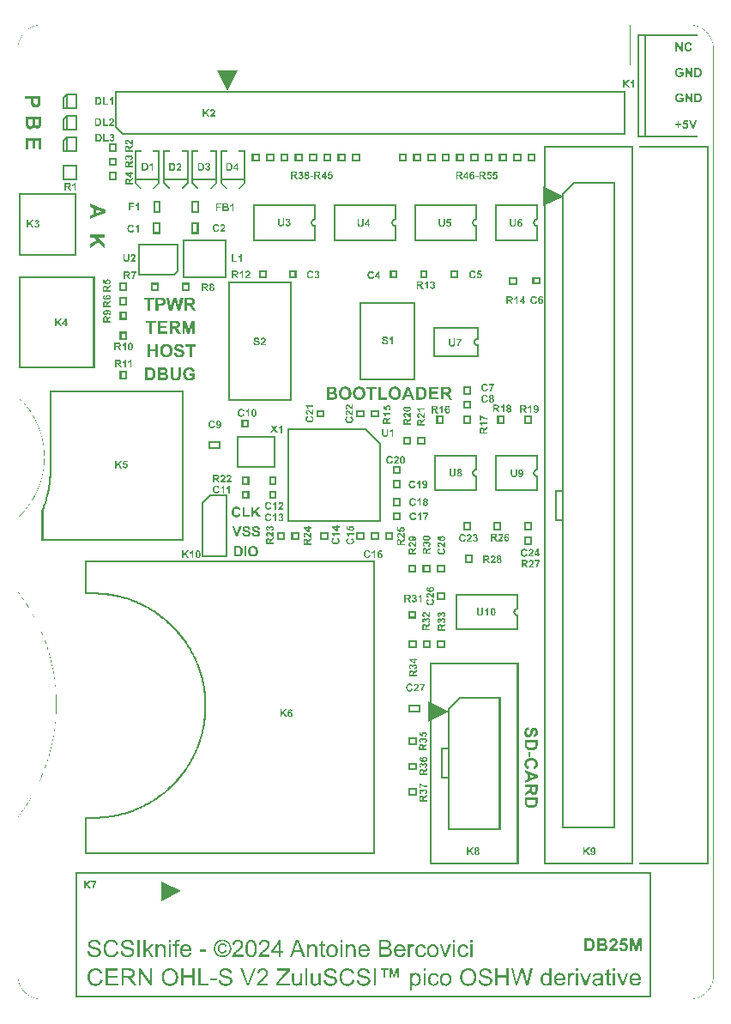
<source format=gto>
%FSLAX46Y46*%
%MOMM*%
%LPD*%
G01*
%ADD10C,0.050000*%
D10*
%LPD*%
%LPD*%
G36*
X0073062975Y0100354470D02*
G01*
X0073124523Y0100352914D01*
X0073185713Y0100349817D01*
X0073246488Y0100345201D01*
X0073306830Y0100339083D01*
X0073366719Y0100331482D01*
X0073426137Y0100322416D01*
X0073485065Y0100311905D01*
X0073543484Y0100299968D01*
X0073601375Y0100286622D01*
X0073658718Y0100271886D01*
X0073715496Y0100255780D01*
X0073771689Y0100238322D01*
X0073827279Y0100219531D01*
X0073882246Y0100199425D01*
X0073936572Y0100178023D01*
X0073990239Y0100155345D01*
X0074043226Y0100131408D01*
X0074095517Y0100106232D01*
X0074147091Y0100079835D01*
X0074197930Y0100052236D01*
X0074248016Y0100023453D01*
X0074297330Y0099993506D01*
X0074345852Y0099962413D01*
X0074393565Y0099930193D01*
X0074440450Y0099896865D01*
X0074486488Y0099862447D01*
X0074531660Y0099826958D01*
X0074575948Y0099790416D01*
X0074619332Y0099752841D01*
X0074661796Y0099714251D01*
X0074703319Y0099674665D01*
X0074743883Y0099634101D01*
X0074783469Y0099592578D01*
X0074822059Y0099550115D01*
X0074859634Y0099506730D01*
X0074896176Y0099462442D01*
X0074931665Y0099417270D01*
X0074966083Y0099371232D01*
X0074999411Y0099324347D01*
X0075031631Y0099276634D01*
X0075062724Y0099228112D01*
X0075092671Y0099178798D01*
X0075121453Y0099128712D01*
X0075149052Y0099077873D01*
X0075175449Y0099026299D01*
X0075200626Y0098974009D01*
X0075224563Y0098921021D01*
X0075247241Y0098867355D01*
X0075268643Y0098813028D01*
X0075288748Y0098758061D01*
X0075307540Y0098702472D01*
X0075324998Y0098646278D01*
X0075341104Y0098589501D01*
X0075355839Y0098532157D01*
X0075369185Y0098474266D01*
X0075381123Y0098415848D01*
X0075391634Y0098356920D01*
X0075400699Y0098297502D01*
X0075408301Y0098237612D01*
X0075414419Y0098177270D01*
X0075419035Y0098116495D01*
X0075422131Y0098055305D01*
X0075423688Y0097993757D01*
X0075423819Y0097962807D01*
X0075423819Y0006593373D01*
X0075423688Y0006562423D01*
X0075422131Y0006500875D01*
X0075419035Y0006439685D01*
X0075414419Y0006378910D01*
X0075408301Y0006318568D01*
X0075400699Y0006258679D01*
X0075391634Y0006199261D01*
X0075381123Y0006140333D01*
X0075369185Y0006081914D01*
X0075355839Y0006024023D01*
X0075341104Y0005966680D01*
X0075324998Y0005909902D01*
X0075307540Y0005853709D01*
X0075288748Y0005798119D01*
X0075268643Y0005743152D01*
X0075247241Y0005688826D01*
X0075224563Y0005635159D01*
X0075200626Y0005582172D01*
X0075175449Y0005529881D01*
X0075149052Y0005478307D01*
X0075121453Y0005427468D01*
X0075092671Y0005377382D01*
X0075062724Y0005328068D01*
X0075031631Y0005279546D01*
X0074999411Y0005231833D01*
X0074966083Y0005184948D01*
X0074931665Y0005138910D01*
X0074896176Y0005093738D01*
X0074859634Y0005049450D01*
X0074822059Y0005006066D01*
X0074783469Y0004963602D01*
X0074743883Y0004922079D01*
X0074703319Y0004881515D01*
X0074661796Y0004841929D01*
X0074619332Y0004803339D01*
X0074575948Y0004765764D01*
X0074531660Y0004729222D01*
X0074486488Y0004693733D01*
X0074440450Y0004659315D01*
X0074393565Y0004625987D01*
X0074345852Y0004593767D01*
X0074297330Y0004562674D01*
X0074248016Y0004532727D01*
X0074197930Y0004503945D01*
X0074147091Y0004476346D01*
X0074095517Y0004449949D01*
X0074043226Y0004424772D01*
X0073990239Y0004400835D01*
X0073936572Y0004378157D01*
X0073882246Y0004356755D01*
X0073827279Y0004336650D01*
X0073771689Y0004317858D01*
X0073715496Y0004300400D01*
X0073658718Y0004284294D01*
X0073601375Y0004269559D01*
X0073543484Y0004256213D01*
X0073485065Y0004244275D01*
X0073426137Y0004233764D01*
X0073366719Y0004224699D01*
X0073306830Y0004217097D01*
X0073246488Y0004210979D01*
X0073185713Y0004206363D01*
X0073124523Y0004203267D01*
X0073062975Y0004201710D01*
X0073032025Y0004201579D01*
X0026091646Y0004201579D01*
X0026091646Y0004236857D01*
X0073031946Y0004236857D01*
X0073062456Y0004236986D01*
X0073123185Y0004238522D01*
X0073183484Y0004241573D01*
X0073243372Y0004246122D01*
X0073302829Y0004252150D01*
X0073361838Y0004259640D01*
X0073420378Y0004268571D01*
X0073478436Y0004278927D01*
X0073535988Y0004290688D01*
X0073593020Y0004303836D01*
X0073649513Y0004318352D01*
X0073705448Y0004334219D01*
X0073760806Y0004351418D01*
X0073815569Y0004369930D01*
X0073869720Y0004389737D01*
X0073923238Y0004410820D01*
X0073976109Y0004433163D01*
X0074028310Y0004456744D01*
X0074079827Y0004481548D01*
X0074130636Y0004507553D01*
X0074180724Y0004534745D01*
X0074230070Y0004563102D01*
X0074278654Y0004592606D01*
X0074326462Y0004623241D01*
X0074373472Y0004654986D01*
X0074419665Y0004687823D01*
X0074465026Y0004721735D01*
X0074509533Y0004756702D01*
X0074553171Y0004792707D01*
X0074595918Y0004829730D01*
X0074637757Y0004867753D01*
X0074678672Y0004906759D01*
X0074718639Y0004946726D01*
X0074757645Y0004987640D01*
X0074795668Y0005029480D01*
X0074832691Y0005072227D01*
X0074868696Y0005115865D01*
X0074903663Y0005160372D01*
X0074937575Y0005205733D01*
X0074970412Y0005251926D01*
X0075002157Y0005298936D01*
X0075032792Y0005346744D01*
X0075062296Y0005395328D01*
X0075090653Y0005444674D01*
X0075117845Y0005494762D01*
X0075143850Y0005545571D01*
X0075168654Y0005597088D01*
X0075192235Y0005649289D01*
X0075214578Y0005702160D01*
X0075235661Y0005755678D01*
X0075255468Y0005809829D01*
X0075273980Y0005864592D01*
X0075291179Y0005919950D01*
X0075307046Y0005975885D01*
X0075321562Y0006032377D01*
X0075334710Y0006089409D01*
X0075346471Y0006146962D01*
X0075356827Y0006205020D01*
X0075365758Y0006263560D01*
X0075373247Y0006322569D01*
X0075379276Y0006382026D01*
X0075383825Y0006441914D01*
X0075386876Y0006502213D01*
X0075388412Y0006562942D01*
X0075388541Y0006593451D01*
X0075388541Y0097962729D01*
X0075388412Y0097993238D01*
X0075386876Y0098053967D01*
X0075383825Y0098114267D01*
X0075379276Y0098174154D01*
X0075373247Y0098233612D01*
X0075365758Y0098292620D01*
X0075356827Y0098351161D01*
X0075346471Y0098409218D01*
X0075334710Y0098466771D01*
X0075321562Y0098523803D01*
X0075307046Y0098580296D01*
X0075291179Y0098636230D01*
X0075273980Y0098691588D01*
X0075255468Y0098746352D01*
X0075235661Y0098800503D01*
X0075214578Y0098854021D01*
X0075192235Y0098906891D01*
X0075168654Y0098959093D01*
X0075143850Y0099010609D01*
X0075117845Y0099061418D01*
X0075090653Y0099111506D01*
X0075062296Y0099160852D01*
X0075032792Y0099209436D01*
X0075002157Y0099257244D01*
X0074970412Y0099304254D01*
X0074937575Y0099350447D01*
X0074903663Y0099395808D01*
X0074868696Y0099440316D01*
X0074832691Y0099483953D01*
X0074795668Y0099526700D01*
X0074757645Y0099568540D01*
X0074718639Y0099609455D01*
X0074678672Y0099649421D01*
X0074637757Y0099688428D01*
X0074595918Y0099726451D01*
X0074553171Y0099763473D01*
X0074509533Y0099799478D01*
X0074465026Y0099834445D01*
X0074419665Y0099868358D01*
X0074373472Y0099901194D01*
X0074326462Y0099932939D01*
X0074278654Y0099963574D01*
X0074230070Y0099993078D01*
X0074180724Y0100021436D01*
X0074130636Y0100048627D01*
X0074079827Y0100074632D01*
X0074028310Y0100099436D01*
X0073976109Y0100123017D01*
X0073923238Y0100145360D01*
X0073869720Y0100166443D01*
X0073815569Y0100186250D01*
X0073760806Y0100204762D01*
X0073705448Y0100221961D01*
X0073649513Y0100237828D01*
X0073593020Y0100252345D01*
X0073535988Y0100265493D01*
X0073478436Y0100277253D01*
X0073420378Y0100287609D01*
X0073361838Y0100296541D01*
X0073302829Y0100304030D01*
X0073243372Y0100310058D01*
X0073183484Y0100314607D01*
X0073123185Y0100317659D01*
X0073062456Y0100319194D01*
X0073031946Y0100319323D01*
X0067218215Y0100319323D01*
X0067218215Y0096308244D01*
X0026091646Y0096308244D01*
X0026091646Y0096343521D01*
X0067182937Y0096343521D01*
X0067182937Y0100354601D01*
X0073032025Y0100354601D01*
G37*
G36*
X0015857346Y0096343521D02*
G01*
X0026091646Y0096343521D01*
X0026091646Y0096308244D01*
X0015822069Y0096308244D01*
X0015822069Y0100319323D01*
X0009133449Y0100319323D01*
X0009103022Y0100319194D01*
X0009042449Y0100317659D01*
X0008982295Y0100314607D01*
X0008922545Y0100310059D01*
X0008863214Y0100304030D01*
X0008804324Y0100296541D01*
X0008745889Y0100287610D01*
X0008687933Y0100277255D01*
X0008630469Y0100265494D01*
X0008573520Y0100252346D01*
X0008517102Y0100237829D01*
X0008461232Y0100221962D01*
X0008405935Y0100204764D01*
X0008351221Y0100186252D01*
X0008297114Y0100166445D01*
X0008243632Y0100145361D01*
X0008190794Y0100123019D01*
X0008138615Y0100099437D01*
X0008087118Y0100074634D01*
X0008036321Y0100048628D01*
X0007986239Y0100021436D01*
X0007936894Y0099993078D01*
X0007888306Y0099963574D01*
X0007840489Y0099932939D01*
X0007793465Y0099901193D01*
X0007747253Y0099868355D01*
X0007701871Y0099834443D01*
X0007657337Y0099799475D01*
X0007613670Y0099763470D01*
X0007570890Y0099726446D01*
X0007529014Y0099688422D01*
X0007488062Y0099649416D01*
X0007448051Y0099609447D01*
X0007409002Y0099568533D01*
X0007370932Y0099526692D01*
X0007333861Y0099483944D01*
X0007297807Y0099440307D01*
X0007262788Y0099395798D01*
X0007228824Y0099350437D01*
X0007195933Y0099304243D01*
X0007164133Y0099257232D01*
X0007133445Y0099209425D01*
X0007103885Y0099160839D01*
X0007075473Y0099111493D01*
X0007048228Y0099061405D01*
X0007022167Y0099010595D01*
X0006997311Y0098959079D01*
X0006973677Y0098906878D01*
X0006951283Y0098854008D01*
X0006930150Y0098800489D01*
X0006910294Y0098746338D01*
X0006891737Y0098691576D01*
X0006874493Y0098636217D01*
X0006858585Y0098580285D01*
X0006844029Y0098523792D01*
X0006830845Y0098466762D01*
X0006819051Y0098409208D01*
X0006808665Y0098351153D01*
X0006799708Y0098292612D01*
X0006792196Y0098233606D01*
X0006786149Y0098174150D01*
X0006781586Y0098114263D01*
X0006778525Y0098053965D01*
X0006776984Y0097993237D01*
X0006776855Y0097962728D01*
X0006776855Y0063652295D01*
X0006846438Y0063587971D01*
X0006993992Y0063445719D01*
X0007137938Y0063299783D01*
X0007278175Y0063150262D01*
X0007414628Y0062997232D01*
X0007547221Y0062840767D01*
X0007675880Y0062680940D01*
X0007800529Y0062517827D01*
X0007921094Y0062351501D01*
X0008037499Y0062182038D01*
X0008149669Y0062009511D01*
X0008257530Y0061833995D01*
X0008361005Y0061655565D01*
X0008460012Y0061474311D01*
X0008531158Y0061336454D01*
X0008577258Y0061243741D01*
X0008622193Y0061150378D01*
X0008665961Y0061056355D01*
X0008708554Y0060961683D01*
X0008749960Y0060866370D01*
X0008790172Y0060770427D01*
X0008829180Y0060673861D01*
X0008866974Y0060576684D01*
X0008903545Y0060478904D01*
X0008938883Y0060380530D01*
X0008972980Y0060281571D01*
X0009005825Y0060182038D01*
X0009037410Y0060081939D01*
X0009067725Y0059981283D01*
X0009096761Y0059880081D01*
X0009124507Y0059778340D01*
X0009150956Y0059676072D01*
X0009176097Y0059573284D01*
X0009199921Y0059469986D01*
X0009222419Y0059366188D01*
X0009243581Y0059261899D01*
X0009263397Y0059157128D01*
X0009281860Y0059051885D01*
X0009298958Y0058946179D01*
X0009314683Y0058840019D01*
X0009329026Y0058733414D01*
X0009341976Y0058626375D01*
X0009353525Y0058518909D01*
X0009363663Y0058411028D01*
X0009372381Y0058302739D01*
X0009379670Y0058194053D01*
X0009385519Y0058084978D01*
X0009389920Y0057975525D01*
X0009392864Y0057865701D01*
X0009394340Y0057755538D01*
X0009394463Y0057700280D01*
X0009394340Y0057645021D01*
X0009392864Y0057534852D01*
X0009389920Y0057425019D01*
X0009385519Y0057315551D01*
X0009379670Y0057206458D01*
X0009372381Y0057097749D01*
X0009363663Y0056989434D01*
X0009353525Y0056881522D01*
X0009341976Y0056774023D01*
X0009329026Y0056666947D01*
X0009314683Y0056560303D01*
X0009298958Y0056454101D01*
X0009281860Y0056348351D01*
X0009263398Y0056243061D01*
X0009243581Y0056138241D01*
X0009222419Y0056033902D01*
X0009199921Y0055930053D01*
X0009176097Y0055826702D01*
X0009150956Y0055723861D01*
X0009124508Y0055621538D01*
X0009096761Y0055519743D01*
X0009067726Y0055418485D01*
X0009037411Y0055317775D01*
X0009005826Y0055217621D01*
X0008972981Y0055118033D01*
X0008938884Y0055019021D01*
X0008903546Y0054920595D01*
X0008866975Y0054822763D01*
X0008829181Y0054725536D01*
X0008790173Y0054628923D01*
X0008749961Y0054532934D01*
X0008708555Y0054437577D01*
X0008665963Y0054342863D01*
X0008622194Y0054248802D01*
X0008577259Y0054155402D01*
X0008531167Y0054062674D01*
X0008483927Y0053970626D01*
X0008435539Y0053879253D01*
X0008360997Y0053743443D01*
X0008257530Y0053565003D01*
X0008149669Y0053389479D01*
X0008037498Y0053216966D01*
X0007921093Y0053047539D01*
X0007800527Y0052881274D01*
X0007675877Y0052718248D01*
X0007547217Y0052558538D01*
X0007414622Y0052402219D01*
X0007278168Y0052249369D01*
X0007137929Y0052100062D01*
X0006993980Y0051954376D01*
X0006846424Y0051812413D01*
X0006776855Y0051748252D01*
X0006776855Y0044396009D01*
X0006828827Y0044328768D01*
X0006938965Y0044183791D01*
X0007047684Y0044037663D01*
X0007154965Y0043890409D01*
X0007260797Y0043742037D01*
X0007365171Y0043592560D01*
X0007468076Y0043441986D01*
X0007569502Y0043290328D01*
X0007669438Y0043137594D01*
X0007767874Y0042983797D01*
X0007864799Y0042828945D01*
X0007960204Y0042673051D01*
X0008054078Y0042516123D01*
X0008146410Y0042358174D01*
X0008237191Y0042199213D01*
X0008326409Y0042039250D01*
X0008414055Y0041878297D01*
X0008500118Y0041716364D01*
X0008584588Y0041553460D01*
X0008667455Y0041389598D01*
X0008748707Y0041224787D01*
X0008828336Y0041059038D01*
X0008906330Y0040892361D01*
X0008982679Y0040724767D01*
X0009057372Y0040556267D01*
X0009130400Y0040386870D01*
X0009201753Y0040216588D01*
X0009271419Y0040045430D01*
X0009339388Y0039873408D01*
X0009405650Y0039700532D01*
X0009470195Y0039526812D01*
X0009533012Y0039352259D01*
X0009594092Y0039176884D01*
X0009653423Y0039000697D01*
X0009710995Y0038823708D01*
X0009766798Y0038645928D01*
X0009820822Y0038467367D01*
X0009873056Y0038288037D01*
X0009923490Y0038107947D01*
X0009972113Y0037927108D01*
X0010018916Y0037745530D01*
X0010063887Y0037563225D01*
X0010107017Y0037380203D01*
X0010148295Y0037196473D01*
X0010187711Y0037012047D01*
X0010225254Y0036826935D01*
X0010260915Y0036641148D01*
X0010294682Y0036454696D01*
X0010326546Y0036267590D01*
X0010356496Y0036079840D01*
X0010384521Y0035891457D01*
X0010410612Y0035702451D01*
X0010434758Y0035512833D01*
X0010456949Y0035322613D01*
X0010477174Y0035131802D01*
X0010495423Y0034940411D01*
X0010511686Y0034748449D01*
X0010525952Y0034555928D01*
X0010538211Y0034362858D01*
X0010548453Y0034169249D01*
X0010556667Y0033975112D01*
X0010562843Y0033780458D01*
X0010566971Y0033585297D01*
X0010569040Y0033389655D01*
X0010569212Y0033291608D01*
X0010569040Y0033193561D01*
X0010566971Y0032997919D01*
X0010562843Y0032802758D01*
X0010556667Y0032608103D01*
X0010548453Y0032413967D01*
X0010538211Y0032220358D01*
X0010525952Y0032027288D01*
X0010511686Y0031834767D01*
X0010495423Y0031642805D01*
X0010477174Y0031451413D01*
X0010456949Y0031260602D01*
X0010434758Y0031070383D01*
X0010410612Y0030880765D01*
X0010384521Y0030691759D01*
X0010356496Y0030503376D01*
X0010326546Y0030315626D01*
X0010294682Y0030128519D01*
X0010260915Y0029942067D01*
X0010225254Y0029756280D01*
X0010187711Y0029571169D01*
X0010148295Y0029386743D01*
X0010107017Y0029203013D01*
X0010063887Y0029019990D01*
X0010018916Y0028837685D01*
X0009972113Y0028656108D01*
X0009923490Y0028475269D01*
X0009873056Y0028295179D01*
X0009820822Y0028115849D01*
X0009766798Y0027937288D01*
X0009710995Y0027759508D01*
X0009653423Y0027582519D01*
X0009594092Y0027406332D01*
X0009533012Y0027230956D01*
X0009470195Y0027056403D01*
X0009405650Y0026882684D01*
X0009339388Y0026709808D01*
X0009271419Y0026537785D01*
X0009201753Y0026366628D01*
X0009130400Y0026196346D01*
X0009057372Y0026026949D01*
X0008982679Y0025858448D01*
X0008906330Y0025690854D01*
X0008828336Y0025524178D01*
X0008748707Y0025358428D01*
X0008667455Y0025193617D01*
X0008584588Y0025029755D01*
X0008500118Y0024866852D01*
X0008414055Y0024704919D01*
X0008326409Y0024543966D01*
X0008237191Y0024384003D01*
X0008146410Y0024225042D01*
X0008054078Y0024067092D01*
X0007960204Y0023910165D01*
X0007864799Y0023754270D01*
X0007767874Y0023599419D01*
X0007669438Y0023445621D01*
X0007569502Y0023292888D01*
X0007468076Y0023141229D01*
X0007365171Y0022990656D01*
X0007260797Y0022841178D01*
X0007154965Y0022692807D01*
X0007047684Y0022545552D01*
X0006938965Y0022399425D01*
X0006828827Y0022254447D01*
X0006776855Y0022187207D01*
X0006776855Y0006593452D01*
X0006776984Y0006562943D01*
X0006778525Y0006502215D01*
X0006781586Y0006441917D01*
X0006786149Y0006382030D01*
X0006792196Y0006322575D01*
X0006799708Y0006263568D01*
X0006808665Y0006205027D01*
X0006819051Y0006146972D01*
X0006830845Y0006089418D01*
X0006844029Y0006032388D01*
X0006858585Y0005975896D01*
X0006874493Y0005919963D01*
X0006891737Y0005864604D01*
X0006910294Y0005809842D01*
X0006930150Y0005755691D01*
X0006951283Y0005702173D01*
X0006973677Y0005649302D01*
X0006997311Y0005597101D01*
X0007022167Y0005545585D01*
X0007048228Y0005494775D01*
X0007075473Y0005444687D01*
X0007103885Y0005395342D01*
X0007133445Y0005346756D01*
X0007164133Y0005298948D01*
X0007195933Y0005251938D01*
X0007228824Y0005205744D01*
X0007262788Y0005160383D01*
X0007297807Y0005115873D01*
X0007333861Y0005072236D01*
X0007370932Y0005029488D01*
X0007409002Y0004987648D01*
X0007448051Y0004946733D01*
X0007488062Y0004906764D01*
X0007529014Y0004867758D01*
X0007570890Y0004829735D01*
X0007613670Y0004792711D01*
X0007657337Y0004756705D01*
X0007701871Y0004721737D01*
X0007747253Y0004687825D01*
X0007793465Y0004654988D01*
X0007840489Y0004623241D01*
X0007888306Y0004592607D01*
X0007936894Y0004563102D01*
X0007986239Y0004534744D01*
X0008036321Y0004507553D01*
X0008087118Y0004481547D01*
X0008138615Y0004456744D01*
X0008190794Y0004433161D01*
X0008243632Y0004410820D01*
X0008297114Y0004389736D01*
X0008351221Y0004369928D01*
X0008405935Y0004351416D01*
X0008461232Y0004334218D01*
X0008517102Y0004318351D01*
X0008573520Y0004303834D01*
X0008630469Y0004290687D01*
X0008687933Y0004278926D01*
X0008745889Y0004268571D01*
X0008804324Y0004259639D01*
X0008863214Y0004252150D01*
X0008922545Y0004246122D01*
X0008982295Y0004241573D01*
X0009042449Y0004238522D01*
X0009103022Y0004236986D01*
X0009133449Y0004236857D01*
X0026091646Y0004236857D01*
X0026091646Y0004201579D01*
X0009133371Y0004201579D01*
X0009102502Y0004201710D01*
X0009041108Y0004203267D01*
X0008980063Y0004206363D01*
X0008919422Y0004210980D01*
X0008859205Y0004217098D01*
X0008799432Y0004224699D01*
X0008740121Y0004233765D01*
X0008681292Y0004244276D01*
X0008622964Y0004256214D01*
X0008565155Y0004269560D01*
X0008507886Y0004284295D01*
X0008451174Y0004300402D01*
X0008395040Y0004317860D01*
X0008339502Y0004336651D01*
X0008284580Y0004356757D01*
X0008230292Y0004378158D01*
X0008176657Y0004400837D01*
X0008123695Y0004424773D01*
X0008071424Y0004449949D01*
X0008019863Y0004476346D01*
X0007969031Y0004503945D01*
X0007918948Y0004532727D01*
X0007869632Y0004562674D01*
X0007821101Y0004593766D01*
X0007773376Y0004625985D01*
X0007726475Y0004659313D01*
X0007680416Y0004693731D01*
X0007635219Y0004729219D01*
X0007590903Y0004765760D01*
X0007547486Y0004803334D01*
X0007504988Y0004841924D01*
X0007463427Y0004881509D01*
X0007422822Y0004922073D01*
X0007383192Y0004963595D01*
X0007344556Y0005006057D01*
X0007306933Y0005049442D01*
X0007270342Y0005093729D01*
X0007234802Y0005138900D01*
X0007200331Y0005184937D01*
X0007166949Y0005231822D01*
X0007134675Y0005279534D01*
X0007103527Y0005328056D01*
X0007073525Y0005377369D01*
X0007044688Y0005427455D01*
X0007017033Y0005478294D01*
X0006990581Y0005529868D01*
X0006965351Y0005582158D01*
X0006941361Y0005635146D01*
X0006918630Y0005688812D01*
X0006897178Y0005743139D01*
X0006877023Y0005798106D01*
X0006858185Y0005853696D01*
X0006840682Y0005909890D01*
X0006824533Y0005966668D01*
X0006809757Y0006024013D01*
X0006796374Y0006081904D01*
X0006784402Y0006140323D01*
X0006773861Y0006199252D01*
X0006764768Y0006258672D01*
X0006757144Y0006318562D01*
X0006751007Y0006378905D01*
X0006746376Y0006439682D01*
X0006743270Y0006500873D01*
X0006741708Y0006562422D01*
X0006741577Y0006593373D01*
X0006741577Y0022199252D01*
X0006800827Y0022275907D01*
X0006910766Y0022420623D01*
X0007019275Y0022566469D01*
X0007126348Y0022713438D01*
X0007231974Y0022861519D01*
X0007336146Y0023010708D01*
X0007438850Y0023160987D01*
X0007540079Y0023312352D01*
X0007639821Y0023464789D01*
X0007738064Y0023618285D01*
X0007834803Y0023772839D01*
X0007930021Y0023928428D01*
X0008023712Y0024085050D01*
X0008115864Y0024242690D01*
X0008206468Y0024401343D01*
X0008295512Y0024560993D01*
X0008382988Y0024721634D01*
X0008468883Y0024883251D01*
X0008553187Y0025045835D01*
X0008635893Y0025209378D01*
X0008716985Y0025373864D01*
X0008796461Y0025539295D01*
X0008874300Y0025705643D01*
X0008950501Y0025872910D01*
X0009025047Y0026041078D01*
X0009097933Y0026210146D01*
X0009169147Y0026380097D01*
X0009238675Y0026550916D01*
X0009306512Y0026722604D01*
X0009372644Y0026895138D01*
X0009437064Y0027068522D01*
X0009499757Y0027242731D01*
X0009560716Y0027417761D01*
X0009619932Y0027593606D01*
X0009677391Y0027770247D01*
X0009733085Y0027947678D01*
X0009787003Y0028125890D01*
X0009839134Y0028304868D01*
X0009889469Y0028484606D01*
X0009937998Y0028665090D01*
X0009984709Y0028846313D01*
X0010029592Y0029028260D01*
X0010072638Y0029210925D01*
X0010113835Y0029394296D01*
X0010153174Y0029578364D01*
X0010190644Y0029763112D01*
X0010226234Y0029948533D01*
X0010259936Y0030134625D01*
X0010291738Y0030321367D01*
X0010321629Y0030508749D01*
X0010349600Y0030696766D01*
X0010375640Y0030885404D01*
X0010399740Y0031074656D01*
X0010421887Y0031264505D01*
X0010442073Y0031454946D01*
X0010460287Y0031645971D01*
X0010476518Y0031837558D01*
X0010490757Y0032029710D01*
X0010502992Y0032222407D01*
X0010513214Y0032415645D01*
X0010521413Y0032609407D01*
X0010527577Y0032803692D01*
X0010531697Y0032998478D01*
X0010533762Y0033193779D01*
X0010533935Y0033291608D01*
X0010533762Y0033389437D01*
X0010531697Y0033584738D01*
X0010527577Y0033779523D01*
X0010521413Y0033973809D01*
X0010513214Y0034167571D01*
X0010502992Y0034360809D01*
X0010490757Y0034553506D01*
X0010476518Y0034745658D01*
X0010460287Y0034937245D01*
X0010442073Y0035128269D01*
X0010421887Y0035318711D01*
X0010399740Y0035508560D01*
X0010375640Y0035697812D01*
X0010349600Y0035886449D01*
X0010321629Y0036074466D01*
X0010291738Y0036261848D01*
X0010259936Y0036448591D01*
X0010226234Y0036634682D01*
X0010190644Y0036820104D01*
X0010153174Y0037004852D01*
X0010113835Y0037188919D01*
X0010072638Y0037372290D01*
X0010029592Y0037554955D01*
X0009984709Y0037736903D01*
X0009937998Y0037918125D01*
X0009889469Y0038098610D01*
X0009839134Y0038278347D01*
X0009787003Y0038457325D01*
X0009733085Y0038635538D01*
X0009677391Y0038812969D01*
X0009619932Y0038989610D01*
X0009560716Y0039165455D01*
X0009499757Y0039340485D01*
X0009437064Y0039514693D01*
X0009372644Y0039688077D01*
X0009306512Y0039860612D01*
X0009238675Y0040032300D01*
X0009169147Y0040203119D01*
X0009097933Y0040373070D01*
X0009025047Y0040542137D01*
X0008950501Y0040710305D01*
X0008874300Y0040877573D01*
X0008796461Y0041043921D01*
X0008716985Y0041209351D01*
X0008635893Y0041373838D01*
X0008553187Y0041537381D01*
X0008468883Y0041699965D01*
X0008382988Y0041861581D01*
X0008295512Y0042022223D01*
X0008206468Y0042181872D01*
X0008115864Y0042340526D01*
X0008023712Y0042498166D01*
X0007930021Y0042654788D01*
X0007834803Y0042810377D01*
X0007738064Y0042964931D01*
X0007639821Y0043118427D01*
X0007540079Y0043270864D01*
X0007438850Y0043422229D01*
X0007336146Y0043572507D01*
X0007231974Y0043721696D01*
X0007126348Y0043869778D01*
X0007019275Y0044016747D01*
X0006910766Y0044162592D01*
X0006800827Y0044307309D01*
X0006741577Y0044383964D01*
X0006741577Y0051763707D01*
X0006822235Y0051838094D01*
X0006969200Y0051979489D01*
X0007112521Y0052124540D01*
X0007252148Y0052273195D01*
X0007388008Y0052425380D01*
X0007520025Y0052581017D01*
X0007648124Y0052740032D01*
X0007772230Y0052902346D01*
X0007892270Y0053067885D01*
X0008008168Y0053236573D01*
X0008119849Y0053408333D01*
X0008227238Y0053583089D01*
X0008330270Y0053760781D01*
X0008404486Y0053895994D01*
X0008452646Y0053986938D01*
X0008499677Y0054078577D01*
X0008545569Y0054170903D01*
X0008590305Y0054263890D01*
X0008633882Y0054357540D01*
X0008676286Y0054451836D01*
X0008717512Y0054546776D01*
X0008757547Y0054642344D01*
X0008796383Y0054738531D01*
X0008834010Y0054835330D01*
X0008870421Y0054932734D01*
X0008905603Y0055030725D01*
X0008939550Y0055129301D01*
X0008972251Y0055228451D01*
X0009003697Y0055328165D01*
X0009033879Y0055428433D01*
X0009062786Y0055529242D01*
X0009090411Y0055630592D01*
X0009116743Y0055732466D01*
X0009141773Y0055834851D01*
X0009165493Y0055937750D01*
X0009187892Y0056041144D01*
X0009208961Y0056145025D01*
X0009228690Y0056249385D01*
X0009247072Y0056354212D01*
X0009264096Y0056459502D01*
X0009279751Y0056565236D01*
X0009294032Y0056671417D01*
X0009306926Y0056778027D01*
X0009318424Y0056885055D01*
X0009328518Y0056992500D01*
X0009337198Y0057100343D01*
X0009344455Y0057208582D01*
X0009350279Y0057317206D01*
X0009354662Y0057426198D01*
X0009357592Y0057535563D01*
X0009359063Y0057645296D01*
X0009359186Y0057700280D01*
X0009359063Y0057755263D01*
X0009357592Y0057864991D01*
X0009354662Y0057974345D01*
X0009350280Y0058083323D01*
X0009344455Y0058191928D01*
X0009337198Y0058300146D01*
X0009328518Y0058407960D01*
X0009318424Y0058515376D01*
X0009306926Y0058622370D01*
X0009294032Y0058728944D01*
X0009279752Y0058835082D01*
X0009264096Y0058940776D01*
X0009247072Y0059046021D01*
X0009228690Y0059150803D01*
X0009208961Y0059255112D01*
X0009187892Y0059358944D01*
X0009165493Y0059462286D01*
X0009141774Y0059565129D01*
X0009116744Y0059667463D01*
X0009090412Y0059769282D01*
X0009062787Y0059870575D01*
X0009033879Y0059971332D01*
X0009003698Y0060071544D01*
X0008972252Y0060171203D01*
X0008939552Y0060270296D01*
X0008905605Y0060368820D01*
X0008870422Y0060466760D01*
X0008834012Y0060564111D01*
X0008796384Y0060660861D01*
X0008757548Y0060757002D01*
X0008717513Y0060852524D01*
X0008676288Y0060947417D01*
X0008633884Y0061041672D01*
X0008590307Y0061135284D01*
X0008545568Y0061228239D01*
X0008499688Y0061320510D01*
X0008428853Y0061457763D01*
X0008330262Y0061638257D01*
X0008227238Y0061815908D01*
X0008119849Y0061990658D01*
X0008008167Y0062162433D01*
X0007892268Y0062331159D01*
X0007772228Y0062496762D01*
X0007648121Y0062659165D01*
X0007520019Y0062818299D01*
X0007388003Y0062974085D01*
X0007252140Y0063126453D01*
X0007112510Y0063275326D01*
X0006969188Y0063420630D01*
X0006822220Y0063562316D01*
X0006741577Y0063636864D01*
X0006741577Y0097962807D01*
X0006741708Y0097993758D01*
X0006743270Y0098055307D01*
X0006746376Y0098116498D01*
X0006751007Y0098177275D01*
X0006757144Y0098237618D01*
X0006764768Y0098297509D01*
X0006773861Y0098356928D01*
X0006784402Y0098415857D01*
X0006796374Y0098474276D01*
X0006809757Y0098532168D01*
X0006824533Y0098589512D01*
X0006840682Y0098646290D01*
X0006858185Y0098702484D01*
X0006877023Y0098758074D01*
X0006897178Y0098813042D01*
X0006918630Y0098867368D01*
X0006941361Y0098921034D01*
X0006965351Y0098974022D01*
X0006990581Y0099026312D01*
X0007017033Y0099077886D01*
X0007044688Y0099128725D01*
X0007073525Y0099178811D01*
X0007103527Y0099228124D01*
X0007134675Y0099276646D01*
X0007166949Y0099324359D01*
X0007200331Y0099371243D01*
X0007234802Y0099417280D01*
X0007270342Y0099462451D01*
X0007306933Y0099506739D01*
X0007344556Y0099550123D01*
X0007383192Y0099592585D01*
X0007422822Y0099634108D01*
X0007463427Y0099674671D01*
X0007504988Y0099714257D01*
X0007547486Y0099752846D01*
X0007590903Y0099790420D01*
X0007635219Y0099826961D01*
X0007680416Y0099862450D01*
X0007726475Y0099896867D01*
X0007773376Y0099930195D01*
X0007821101Y0099962414D01*
X0007869632Y0099993507D01*
X0007918948Y0100023453D01*
X0007969031Y0100052235D01*
X0008019863Y0100079834D01*
X0008071424Y0100106231D01*
X0008123695Y0100131407D01*
X0008176657Y0100155343D01*
X0008230292Y0100178022D01*
X0008284580Y0100199423D01*
X0008339502Y0100219529D01*
X0008395040Y0100238321D01*
X0008451174Y0100255779D01*
X0008507886Y0100271885D01*
X0008565155Y0100286620D01*
X0008622964Y0100299967D01*
X0008681292Y0100311904D01*
X0008740121Y0100322416D01*
X0008799432Y0100331481D01*
X0008859205Y0100339082D01*
X0008919422Y0100345201D01*
X0008980063Y0100349817D01*
X0009041108Y0100352914D01*
X0009102502Y0100354470D01*
X0009133371Y0100354601D01*
X0015857346Y0100354601D01*
G37*
%LPD*%
%LPD*%
G36*
X0022613034Y0076033352D02*
G01*
X0022187911Y0075600207D01*
X0020914416Y0075600207D01*
X0020914416Y0075776596D01*
X0022113881Y0075776596D01*
X0022436646Y0076105451D01*
X0022436646Y0078574121D01*
X0020914416Y0078574121D01*
X0020914416Y0078750510D01*
X0022613034Y0078750510D01*
G37*
G36*
X0020914416Y0078574121D02*
G01*
X0018792455Y0078574121D01*
X0018792455Y0075776596D01*
X0020914416Y0075776596D01*
X0020914416Y0075600207D01*
X0018616066Y0075600207D01*
X0018616066Y0078750510D01*
X0020914416Y0078750510D01*
G37*
%LPD*%
%LPD*%
G36*
X0006835028Y0075534661D02*
G01*
X0010597399Y0075534661D01*
X0010597399Y0075358273D01*
X0007011417Y0075358273D01*
X0007011417Y0066595281D01*
X0010597399Y0066595281D01*
X0010597399Y0066418892D01*
X0006835028Y0066418892D01*
G37*
G36*
X0010597399Y0066595281D02*
G01*
X0014183382Y0066595281D01*
X0014183382Y0075358273D01*
X0010597399Y0075358273D01*
X0010597399Y0075534661D01*
X0014359771Y0075534661D01*
X0014359771Y0066418892D01*
X0010597399Y0066418892D01*
G37*
%LPD*%
%LPD*%
G36*
X0032169776Y0056663114D02*
G01*
X0030282416Y0056663114D01*
X0030282416Y0056839503D01*
X0031993387Y0056839503D01*
X0031993387Y0059562944D01*
X0030282416Y0059562944D01*
X0030282416Y0059739333D01*
X0032169776Y0059739333D01*
G37*
G36*
X0030282416Y0059562944D02*
G01*
X0028571446Y0059562944D01*
X0028571446Y0056839503D01*
X0030282416Y0056839503D01*
X0030282416Y0056663114D01*
X0028395057Y0056663114D01*
X0028395057Y0059739333D01*
X0030282416Y0059739333D01*
G37*
%LPD*%
%LPD*%
G36*
X0052218118Y0069290496D02*
G01*
X0052117990Y0069288805D01*
X0052092601Y0069286234D01*
X0052068839Y0069281385D01*
X0052046022Y0069274304D01*
X0052024232Y0069265103D01*
X0052003572Y0069253895D01*
X0051984161Y0069240793D01*
X0051966129Y0069225917D01*
X0051949609Y0069209397D01*
X0051934733Y0069191365D01*
X0051921631Y0069171954D01*
X0051910422Y0069151294D01*
X0051901222Y0069129504D01*
X0051894141Y0069106687D01*
X0051889292Y0069082925D01*
X0051886721Y0069057536D01*
X0051886520Y0069045602D01*
X0051886721Y0069033669D01*
X0051889292Y0069008280D01*
X0051894141Y0068984518D01*
X0051901222Y0068961701D01*
X0051910422Y0068939911D01*
X0051921631Y0068919251D01*
X0051934733Y0068899840D01*
X0051949609Y0068881807D01*
X0051966129Y0068865287D01*
X0051984161Y0068850412D01*
X0052003572Y0068837310D01*
X0052024232Y0068826101D01*
X0052046022Y0068816901D01*
X0052068839Y0068809820D01*
X0052092601Y0068804970D01*
X0052117990Y0068802400D01*
X0052218118Y0068800708D01*
X0052218118Y0067581576D01*
X0051626646Y0067581576D01*
X0051626646Y0067757965D01*
X0052041729Y0067757965D01*
X0052041729Y0068635328D01*
X0052024954Y0068638751D01*
X0051985429Y0068651018D01*
X0051947688Y0068666953D01*
X0051911959Y0068686337D01*
X0051878453Y0068708953D01*
X0051847372Y0068734592D01*
X0051818913Y0068763051D01*
X0051793274Y0068794132D01*
X0051770658Y0068827638D01*
X0051751274Y0068863367D01*
X0051735339Y0068901108D01*
X0051723073Y0068940633D01*
X0051714693Y0068981694D01*
X0051710483Y0069023278D01*
X0051710106Y0069045602D01*
X0051710483Y0069067927D01*
X0051714693Y0069109510D01*
X0051723073Y0069150571D01*
X0051735339Y0069190097D01*
X0051751274Y0069227838D01*
X0051770658Y0069263567D01*
X0051793274Y0069297073D01*
X0051818913Y0069328153D01*
X0051847372Y0069356612D01*
X0051878453Y0069382252D01*
X0051911959Y0069404868D01*
X0051947688Y0069424252D01*
X0051985429Y0069440187D01*
X0052024954Y0069452453D01*
X0052041729Y0069455877D01*
X0052041729Y0070322657D01*
X0051626646Y0070322657D01*
X0051626646Y0070499045D01*
X0052218118Y0070499045D01*
G37*
G36*
X0051626646Y0070322657D02*
G01*
X0047914233Y0070322657D01*
X0047914233Y0067757965D01*
X0051626646Y0067757965D01*
X0051626646Y0067581576D01*
X0047737844Y0067581576D01*
X0047737844Y0070499045D01*
X0051626646Y0070499045D01*
G37*
%LPD*%
%LPD*%
G36*
X0037390882Y0049526426D02*
G01*
X0036979896Y0049526426D01*
X0036979896Y0049702815D01*
X0037214493Y0049702815D01*
X0037214493Y0050097926D01*
X0036979896Y0050097926D01*
X0036979896Y0050274314D01*
X0037390882Y0050274314D01*
G37*
G36*
X0036979896Y0050097926D02*
G01*
X0036745299Y0050097926D01*
X0036745299Y0049702815D01*
X0036979896Y0049702815D01*
X0036979896Y0049526426D01*
X0036568910Y0049526426D01*
X0036568910Y0050274314D01*
X0036979896Y0050274314D01*
G37*
%LPD*%
%LPD*%
G36*
X0040989212Y0049526426D02*
G01*
X0040578226Y0049526426D01*
X0040578226Y0049702815D01*
X0040812823Y0049702815D01*
X0040812823Y0050097926D01*
X0040578226Y0050097926D01*
X0040578226Y0050274314D01*
X0040989212Y0050274314D01*
G37*
G36*
X0040578226Y0050097926D02*
G01*
X0040343629Y0050097926D01*
X0040343629Y0049702815D01*
X0040578226Y0049702815D01*
X0040578226Y0049526426D01*
X0040167240Y0049526426D01*
X0040167240Y0050274314D01*
X0040578226Y0050274314D01*
G37*
%LPD*%
%LPD*%
G36*
X0040989212Y0061598470D02*
G01*
X0040578226Y0061598470D01*
X0040578226Y0061774859D01*
X0040812823Y0061774859D01*
X0040812823Y0062169970D01*
X0040578226Y0062169970D01*
X0040578226Y0062346359D01*
X0040989212Y0062346359D01*
G37*
G36*
X0040578226Y0062169970D02*
G01*
X0040343629Y0062169970D01*
X0040343629Y0061774859D01*
X0040578226Y0061774859D01*
X0040578226Y0061598470D01*
X0040167240Y0061598470D01*
X0040167240Y0062346359D01*
X0040578226Y0062346359D01*
G37*
%LPD*%
%LPD*%
G36*
X0037034577Y0061598470D02*
G01*
X0036623591Y0061598470D01*
X0036623591Y0061774859D01*
X0036858188Y0061774859D01*
X0036858188Y0062169970D01*
X0036623591Y0062169970D01*
X0036623591Y0062346359D01*
X0037034577Y0062346359D01*
G37*
G36*
X0036623591Y0062169970D02*
G01*
X0036388994Y0062169970D01*
X0036388994Y0061774859D01*
X0036623591Y0061774859D01*
X0036623591Y0061598470D01*
X0036212605Y0061598470D01*
X0036212605Y0062346359D01*
X0036623591Y0062346359D01*
G37*
%LPD*%
%LPD*%
G36*
X0045589430Y0058920890D02*
G01*
X0045178444Y0058920890D01*
X0045178444Y0059097278D01*
X0045413041Y0059097278D01*
X0045413041Y0059492389D01*
X0045178444Y0059492389D01*
X0045178444Y0059668778D01*
X0045589430Y0059668778D01*
G37*
G36*
X0045178444Y0059492389D02*
G01*
X0044943847Y0059492389D01*
X0044943847Y0059097278D01*
X0045178444Y0059097278D01*
X0045178444Y0058920890D01*
X0044767458Y0058920890D01*
X0044767458Y0059668778D01*
X0045178444Y0059668778D01*
G37*
%LPD*%
%LPD*%
G36*
X0047000540Y0058920890D02*
G01*
X0046589554Y0058920890D01*
X0046589554Y0059097278D01*
X0046824151Y0059097278D01*
X0046824151Y0059492389D01*
X0046589554Y0059492389D01*
X0046589554Y0059668778D01*
X0047000540Y0059668778D01*
G37*
G36*
X0046589554Y0059492389D02*
G01*
X0046354957Y0059492389D01*
X0046354957Y0059097278D01*
X0046589554Y0059097278D01*
X0046589554Y0058920890D01*
X0046178568Y0058920890D01*
X0046178568Y0059668778D01*
X0046589554Y0059668778D01*
G37*
%LPD*%
%LPD*%
G36*
X0017554206Y0071236350D02*
G01*
X0017180262Y0071236350D01*
X0017180262Y0071412739D01*
X0017377817Y0071412739D01*
X0017377817Y0071881933D01*
X0017180262Y0071881933D01*
X0017180262Y0072058322D01*
X0017554206Y0072058322D01*
G37*
G36*
X0017180262Y0071881933D02*
G01*
X0016982706Y0071881933D01*
X0016982706Y0071412739D01*
X0017180262Y0071412739D01*
X0017180262Y0071236350D01*
X0016806318Y0071236350D01*
X0016806318Y0072058322D01*
X0017180262Y0072058322D01*
G37*
%LPD*%
%LPD*%
G36*
X0017554206Y0069236102D02*
G01*
X0017180262Y0069236102D01*
X0017180262Y0069412491D01*
X0017377817Y0069412491D01*
X0017377817Y0069881685D01*
X0017180262Y0069881685D01*
X0017180262Y0070058074D01*
X0017554206Y0070058074D01*
G37*
G36*
X0017180262Y0069881685D02*
G01*
X0016982706Y0069881685D01*
X0016982706Y0069412491D01*
X0017180262Y0069412491D01*
X0017180262Y0069236102D01*
X0016806318Y0069236102D01*
X0016806318Y0070058074D01*
X0017180262Y0070058074D01*
G37*
%LPD*%
%LPD*%
G36*
X0020651592Y0074062098D02*
G01*
X0020277648Y0074062098D01*
X0020277648Y0074238486D01*
X0020475203Y0074238486D01*
X0020475203Y0074707680D01*
X0020277648Y0074707680D01*
X0020277648Y0074884069D01*
X0020651592Y0074884069D01*
G37*
G36*
X0020277648Y0074707680D02*
G01*
X0020080092Y0074707680D01*
X0020080092Y0074238486D01*
X0020277648Y0074238486D01*
X0020277648Y0074062098D01*
X0019903704Y0074062098D01*
X0019903704Y0074884069D01*
X0020277648Y0074884069D01*
G37*
%LPD*%
%LPD*%
G36*
X0023699589Y0074062098D02*
G01*
X0023325645Y0074062098D01*
X0023325645Y0074238486D01*
X0023523200Y0074238486D01*
X0023523200Y0074707680D01*
X0023325645Y0074707680D01*
X0023325645Y0074884069D01*
X0023699589Y0074884069D01*
G37*
G36*
X0023325645Y0074707680D02*
G01*
X0023128090Y0074707680D01*
X0023128090Y0074238486D01*
X0023325645Y0074238486D01*
X0023325645Y0074062098D01*
X0022951701Y0074062098D01*
X0022951701Y0074884069D01*
X0023325645Y0074884069D01*
G37*
%LPD*%
%LPD*%
G36*
X0029573334Y0060593055D02*
G01*
X0029199389Y0060593055D01*
X0029199389Y0060769443D01*
X0029396945Y0060769443D01*
X0029396945Y0061238637D01*
X0029199389Y0061238637D01*
X0029199389Y0061415026D01*
X0029573334Y0061415026D01*
G37*
G36*
X0029199389Y0061238637D02*
G01*
X0029001834Y0061238637D01*
X0029001834Y0060769443D01*
X0029199389Y0060769443D01*
X0029199389Y0060593055D01*
X0028825445Y0060593055D01*
X0028825445Y0061415026D01*
X0029199389Y0061415026D01*
G37*
%LPD*%
%LPD*%
G36*
X0029598028Y0054969782D02*
G01*
X0029224084Y0054969782D01*
X0029224084Y0055146171D01*
X0029421639Y0055146171D01*
X0029421639Y0055615365D01*
X0029224084Y0055615365D01*
X0029224084Y0055791754D01*
X0029598028Y0055791754D01*
G37*
G36*
X0029224084Y0055615365D02*
G01*
X0029026528Y0055615365D01*
X0029026528Y0055146171D01*
X0029224084Y0055146171D01*
X0029224084Y0054969782D01*
X0028850140Y0054969782D01*
X0028850140Y0055791754D01*
X0029224084Y0055791754D01*
G37*
%LPD*%
%LPD*%
G36*
X0029598028Y0053558672D02*
G01*
X0029224084Y0053558672D01*
X0029224084Y0053735061D01*
X0029421639Y0053735061D01*
X0029421639Y0054204255D01*
X0029224084Y0054204255D01*
X0029224084Y0054380644D01*
X0029598028Y0054380644D01*
G37*
G36*
X0029224084Y0054204255D02*
G01*
X0029026528Y0054204255D01*
X0029026528Y0053735061D01*
X0029224084Y0053735061D01*
X0029224084Y0053558672D01*
X0028850140Y0053558672D01*
X0028850140Y0054380644D01*
X0029224084Y0054380644D01*
G37*
%LPD*%
%LPD*%
G36*
X0032293248Y0054969782D02*
G01*
X0031919304Y0054969782D01*
X0031919304Y0055146171D01*
X0032116859Y0055146171D01*
X0032116859Y0055615365D01*
X0031919304Y0055615365D01*
X0031919304Y0055791754D01*
X0032293248Y0055791754D01*
G37*
G36*
X0031919304Y0055615365D02*
G01*
X0031721748Y0055615365D01*
X0031721748Y0055146171D01*
X0031919304Y0055146171D01*
X0031919304Y0054969782D01*
X0031545359Y0054969782D01*
X0031545359Y0055791754D01*
X0031919304Y0055791754D01*
G37*
%LPD*%
%LPD*%
G36*
X0032293248Y0053558672D02*
G01*
X0031919304Y0053558672D01*
X0031919304Y0053735061D01*
X0032116859Y0053735061D01*
X0032116859Y0054204255D01*
X0031919304Y0054204255D01*
X0031919304Y0054380644D01*
X0032293248Y0054380644D01*
G37*
G36*
X0031919304Y0054204255D02*
G01*
X0031721748Y0054204255D01*
X0031721748Y0053735061D01*
X0031919304Y0053735061D01*
X0031919304Y0053558672D01*
X0031545359Y0053558672D01*
X0031545359Y0054380644D01*
X0031919304Y0054380644D01*
G37*
%LPD*%
%LPD*%
G36*
X0044509931Y0054609949D02*
G01*
X0044135987Y0054609949D01*
X0044135987Y0054786338D01*
X0044333542Y0054786338D01*
X0044333542Y0055255532D01*
X0044135987Y0055255532D01*
X0044135987Y0055431921D01*
X0044509931Y0055431921D01*
G37*
G36*
X0044135987Y0055255532D02*
G01*
X0043938431Y0055255532D01*
X0043938431Y0054786338D01*
X0044135987Y0054786338D01*
X0044135987Y0054609949D01*
X0043762043Y0054609949D01*
X0043762043Y0055431921D01*
X0044135987Y0055431921D01*
G37*
%LPD*%
%LPD*%
G36*
X0044509931Y0056021059D02*
G01*
X0044135987Y0056021059D01*
X0044135987Y0056197448D01*
X0044333542Y0056197448D01*
X0044333542Y0056666642D01*
X0044135987Y0056666642D01*
X0044135987Y0056843030D01*
X0044509931Y0056843030D01*
G37*
G36*
X0044135987Y0056666642D02*
G01*
X0043938431Y0056666642D01*
X0043938431Y0056197448D01*
X0044135987Y0056197448D01*
X0044135987Y0056021059D01*
X0043762043Y0056021059D01*
X0043762043Y0056843030D01*
X0044135987Y0056843030D01*
G37*
%LPD*%
%LPD*%
G36*
X0044509931Y0051434952D02*
G01*
X0044135987Y0051434952D01*
X0044135987Y0051611341D01*
X0044333542Y0051611341D01*
X0044333542Y0052080535D01*
X0044135987Y0052080535D01*
X0044135987Y0052256923D01*
X0044509931Y0052256923D01*
G37*
G36*
X0044135987Y0052080535D02*
G01*
X0043938431Y0052080535D01*
X0043938431Y0051611341D01*
X0044135987Y0051611341D01*
X0044135987Y0051434952D01*
X0043762043Y0051434952D01*
X0043762043Y0052256923D01*
X0044135987Y0052256923D01*
G37*
%LPD*%
%LPD*%
G36*
X0044509931Y0052846062D02*
G01*
X0044135987Y0052846062D01*
X0044135987Y0053022451D01*
X0044333542Y0053022451D01*
X0044333542Y0053491645D01*
X0044135987Y0053491645D01*
X0044135987Y0053668033D01*
X0044509931Y0053668033D01*
G37*
G36*
X0044135987Y0053491645D02*
G01*
X0043938431Y0053491645D01*
X0043938431Y0053022451D01*
X0044135987Y0053022451D01*
X0044135987Y0052846062D01*
X0043762043Y0052846062D01*
X0043762043Y0053668033D01*
X0044135987Y0053668033D01*
G37*
%LPD*%
%LPD*%
G36*
X0043811431Y0049526426D02*
G01*
X0043400446Y0049526426D01*
X0043400446Y0049702815D01*
X0043635043Y0049702815D01*
X0043635043Y0050097926D01*
X0043400446Y0050097926D01*
X0043400446Y0050274314D01*
X0043811431Y0050274314D01*
G37*
G36*
X0043400446Y0050097926D02*
G01*
X0043165849Y0050097926D01*
X0043165849Y0049702815D01*
X0043400446Y0049702815D01*
X0043400446Y0049526426D01*
X0042989460Y0049526426D01*
X0042989460Y0050274314D01*
X0043400446Y0050274314D01*
G37*
%LPD*%
%LPD*%
G36*
X0042400322Y0049526426D02*
G01*
X0041989336Y0049526426D01*
X0041989336Y0049702815D01*
X0042223933Y0049702815D01*
X0042223933Y0050097926D01*
X0041989336Y0050097926D01*
X0041989336Y0050274314D01*
X0042400322Y0050274314D01*
G37*
G36*
X0041989336Y0050097926D02*
G01*
X0041754739Y0050097926D01*
X0041754739Y0049702815D01*
X0041989336Y0049702815D01*
X0041989336Y0049526426D01*
X0041578350Y0049526426D01*
X0041578350Y0050274314D01*
X0041989336Y0050274314D01*
G37*
%LPD*%
%LPD*%
G36*
X0051449063Y0063849190D02*
G01*
X0051075119Y0063849190D01*
X0051075119Y0064025579D01*
X0051272674Y0064025579D01*
X0051272674Y0064494773D01*
X0051075119Y0064494773D01*
X0051075119Y0064671162D01*
X0051449063Y0064671162D01*
G37*
G36*
X0051075119Y0064494773D02*
G01*
X0050877564Y0064494773D01*
X0050877564Y0064025579D01*
X0051075119Y0064025579D01*
X0051075119Y0063849190D01*
X0050701175Y0063849190D01*
X0050701175Y0064671162D01*
X0051075119Y0064671162D01*
G37*
%LPD*%
%LPD*%
G36*
X0042400322Y0061598470D02*
G01*
X0041989336Y0061598470D01*
X0041989336Y0061774859D01*
X0042223933Y0061774859D01*
X0042223933Y0062169970D01*
X0041989336Y0062169970D01*
X0041989336Y0062346359D01*
X0042400322Y0062346359D01*
G37*
G36*
X0041989336Y0062169970D02*
G01*
X0041754739Y0062169970D01*
X0041754739Y0061774859D01*
X0041989336Y0061774859D01*
X0041989336Y0061598470D01*
X0041578350Y0061598470D01*
X0041578350Y0062346359D01*
X0041989336Y0062346359D01*
G37*
%LPD*%
%LPD*%
G36*
X0006844447Y0083719592D02*
G01*
X0009698417Y0083719592D01*
X0009698417Y0083543203D01*
X0007020836Y0083543203D01*
X0007020836Y0077732959D01*
X0009698417Y0077732959D01*
X0009698417Y0077556570D01*
X0006844447Y0077556570D01*
G37*
G36*
X0009698417Y0077732959D02*
G01*
X0012375997Y0077732959D01*
X0012375997Y0083543203D01*
X0009698417Y0083543203D01*
X0009698417Y0083719592D01*
X0012552386Y0083719592D01*
X0012552386Y0077556570D01*
X0009698417Y0077556570D01*
G37*
%LPD*%
%LPD*%
G36*
X0046100957Y0041772378D02*
G01*
X0045689971Y0041772378D01*
X0045689971Y0041948766D01*
X0045924568Y0041948766D01*
X0045924568Y0042343877D01*
X0045689971Y0042343877D01*
X0045689971Y0042520266D01*
X0046100957Y0042520266D01*
G37*
G36*
X0045689971Y0042343877D02*
G01*
X0045455374Y0042343877D01*
X0045455374Y0041948766D01*
X0045689971Y0041948766D01*
X0045689971Y0041772378D01*
X0045278986Y0041772378D01*
X0045278986Y0042520266D01*
X0045689971Y0042520266D01*
G37*
%LPD*%
%LPD*%
G36*
X0046111540Y0038869019D02*
G01*
X0045700555Y0038869019D01*
X0045700555Y0039045408D01*
X0045935152Y0039045408D01*
X0045935152Y0039440519D01*
X0045700555Y0039440519D01*
X0045700555Y0039616908D01*
X0046111540Y0039616908D01*
G37*
G36*
X0045700555Y0039440519D02*
G01*
X0045465958Y0039440519D01*
X0045465958Y0039045408D01*
X0045700555Y0039045408D01*
X0045700555Y0038869019D01*
X0045289569Y0038869019D01*
X0045289569Y0039616908D01*
X0045700555Y0039616908D01*
G37*
%LPD*%
%LPD*%
G36*
X0046111540Y0029312278D02*
G01*
X0045700555Y0029312278D01*
X0045700555Y0029488667D01*
X0045935152Y0029488667D01*
X0045935152Y0029883778D01*
X0045700555Y0029883778D01*
X0045700555Y0030060166D01*
X0046111540Y0030060166D01*
G37*
G36*
X0045700555Y0029883778D02*
G01*
X0045465958Y0029883778D01*
X0045465958Y0029488667D01*
X0045700555Y0029488667D01*
X0045700555Y0029312278D01*
X0045289569Y0029312278D01*
X0045289569Y0030060166D01*
X0045700555Y0030060166D01*
G37*
%LPD*%
%LPD*%
G36*
X0046111540Y0026800503D02*
G01*
X0045700555Y0026800503D01*
X0045700555Y0026976892D01*
X0045935152Y0026976892D01*
X0045935152Y0027372002D01*
X0045700555Y0027372002D01*
X0045700555Y0027548391D01*
X0046111540Y0027548391D01*
G37*
G36*
X0045700555Y0027372002D02*
G01*
X0045465958Y0027372002D01*
X0045465958Y0026976892D01*
X0045700555Y0026976892D01*
X0045700555Y0026800503D01*
X0045289569Y0026800503D01*
X0045289569Y0027548391D01*
X0045700555Y0027548391D01*
G37*
%LPD*%
%LPD*%
G36*
X0046111540Y0024299311D02*
G01*
X0045700555Y0024299311D01*
X0045700555Y0024475699D01*
X0045935152Y0024475699D01*
X0045935152Y0024870810D01*
X0045700555Y0024870810D01*
X0045700555Y0025047199D01*
X0046111540Y0025047199D01*
G37*
G36*
X0045700555Y0024870810D02*
G01*
X0045465958Y0024870810D01*
X0045465958Y0024475699D01*
X0045700555Y0024475699D01*
X0045700555Y0024299311D01*
X0045289569Y0024299311D01*
X0045289569Y0025047199D01*
X0045700555Y0025047199D01*
G37*
%LPD*%
%LPD*%
G36*
X0016481762Y0085005254D02*
G01*
X0016107818Y0085005254D01*
X0016107818Y0085181643D01*
X0016305374Y0085181643D01*
X0016305374Y0085650837D01*
X0016107818Y0085650837D01*
X0016107818Y0085827226D01*
X0016481762Y0085827226D01*
G37*
G36*
X0016107818Y0085650837D02*
G01*
X0015910263Y0085650837D01*
X0015910263Y0085181643D01*
X0016107818Y0085181643D01*
X0016107818Y0085005254D01*
X0015733874Y0085005254D01*
X0015733874Y0085827226D01*
X0016107818Y0085827226D01*
G37*
%LPD*%
%LPD*%
G36*
X0016481762Y0086416364D02*
G01*
X0016107818Y0086416364D01*
X0016107818Y0086592753D01*
X0016305374Y0086592753D01*
X0016305374Y0087061947D01*
X0016107818Y0087061947D01*
X0016107818Y0087238335D01*
X0016481762Y0087238335D01*
G37*
G36*
X0016107818Y0087061947D02*
G01*
X0015910263Y0087061947D01*
X0015910263Y0086592753D01*
X0016107818Y0086592753D01*
X0016107818Y0086416364D01*
X0015733874Y0086416364D01*
X0015733874Y0087238335D01*
X0016107818Y0087238335D01*
G37*
%LPD*%
%LPD*%
G36*
X0016481762Y0087827474D02*
G01*
X0016107818Y0087827474D01*
X0016107818Y0088003862D01*
X0016305374Y0088003862D01*
X0016305374Y0088473056D01*
X0016107818Y0088473056D01*
X0016107818Y0088649445D01*
X0016481762Y0088649445D01*
G37*
G36*
X0016107818Y0088473056D02*
G01*
X0015910263Y0088473056D01*
X0015910263Y0088003862D01*
X0016107818Y0088003862D01*
X0016107818Y0087827474D01*
X0015733874Y0087827474D01*
X0015733874Y0088649445D01*
X0016107818Y0088649445D01*
G37*
%LPD*%
%LPD*%
G36*
X0017529511Y0072661571D02*
G01*
X0017155567Y0072661571D01*
X0017155567Y0072837960D01*
X0017353123Y0072837960D01*
X0017353123Y0073307154D01*
X0017155567Y0073307154D01*
X0017155567Y0073483543D01*
X0017529511Y0073483543D01*
G37*
G36*
X0017155567Y0073307154D02*
G01*
X0016958012Y0073307154D01*
X0016958012Y0072837960D01*
X0017155567Y0072837960D01*
X0017155567Y0072661571D01*
X0016781623Y0072661571D01*
X0016781623Y0073483543D01*
X0017155567Y0073483543D01*
G37*
%LPD*%
%LPD*%
G36*
X0017529511Y0074072681D02*
G01*
X0017155567Y0074072681D01*
X0017155567Y0074249070D01*
X0017353123Y0074249070D01*
X0017353123Y0074718264D01*
X0017155567Y0074718264D01*
X0017155567Y0074894652D01*
X0017529511Y0074894652D01*
G37*
G36*
X0017155567Y0074718264D02*
G01*
X0016958012Y0074718264D01*
X0016958012Y0074249070D01*
X0017155567Y0074249070D01*
X0017155567Y0074072681D01*
X0016781623Y0074072681D01*
X0016781623Y0074894652D01*
X0017155567Y0074894652D01*
G37*
%LPD*%
%LPD*%
G36*
X0044121876Y0081066207D02*
G01*
X0044021748Y0081064516D01*
X0043996358Y0081061945D01*
X0043972597Y0081057096D01*
X0043949780Y0081050015D01*
X0043927989Y0081040815D01*
X0043907330Y0081029606D01*
X0043887919Y0081016504D01*
X0043869886Y0081001629D01*
X0043853366Y0080985109D01*
X0043838491Y0080967076D01*
X0043825388Y0080947665D01*
X0043814180Y0080927005D01*
X0043804980Y0080905215D01*
X0043797898Y0080882398D01*
X0043793049Y0080858636D01*
X0043790479Y0080833247D01*
X0043790277Y0080821314D01*
X0043790479Y0080809380D01*
X0043793049Y0080783991D01*
X0043797898Y0080760229D01*
X0043804980Y0080737412D01*
X0043814180Y0080715622D01*
X0043825388Y0080694962D01*
X0043838491Y0080675551D01*
X0043853366Y0080657518D01*
X0043869886Y0080640998D01*
X0043887919Y0080626123D01*
X0043907330Y0080613021D01*
X0043927989Y0080601812D01*
X0043949780Y0080592612D01*
X0043972597Y0080585531D01*
X0043996358Y0080580682D01*
X0044021748Y0080578111D01*
X0044121876Y0080576420D01*
X0044121876Y0079004510D01*
X0043431828Y0079004510D01*
X0043431828Y0079180898D01*
X0043945487Y0079180898D01*
X0043945487Y0080411039D01*
X0043928712Y0080414462D01*
X0043889187Y0080426729D01*
X0043851446Y0080442664D01*
X0043815717Y0080462048D01*
X0043782211Y0080484664D01*
X0043751130Y0080510303D01*
X0043722671Y0080538762D01*
X0043697032Y0080569843D01*
X0043674415Y0080603349D01*
X0043655032Y0080639078D01*
X0043639097Y0080676819D01*
X0043626830Y0080716344D01*
X0043618450Y0080757406D01*
X0043614241Y0080798989D01*
X0043613863Y0080821314D01*
X0043614241Y0080843638D01*
X0043618450Y0080885221D01*
X0043626830Y0080926283D01*
X0043639097Y0080965808D01*
X0043655032Y0081003549D01*
X0043674415Y0081039278D01*
X0043697032Y0081072784D01*
X0043722671Y0081103865D01*
X0043751130Y0081132324D01*
X0043782211Y0081157963D01*
X0043815717Y0081180579D01*
X0043851446Y0081199963D01*
X0043889187Y0081215898D01*
X0043928712Y0081228165D01*
X0043945487Y0081231588D01*
X0043945487Y0082451145D01*
X0043431828Y0082451145D01*
X0043431828Y0082627534D01*
X0044121876Y0082627534D01*
G37*
G36*
X0043431828Y0082451145D02*
G01*
X0038092909Y0082451145D01*
X0038092909Y0079180898D01*
X0043431828Y0079180898D01*
X0043431828Y0079004510D01*
X0037916520Y0079004510D01*
X0037916520Y0082627534D01*
X0043431828Y0082627534D01*
G37*
%LPD*%
%LPD*%
G36*
X0021350631Y0041742965D02*
G01*
X0021452871Y0041656497D01*
X0021554053Y0041568831D01*
X0021654166Y0041479976D01*
X0021753200Y0041389945D01*
X0021851145Y0041298748D01*
X0021947988Y0041206396D01*
X0022043719Y0041112900D01*
X0022138327Y0041018271D01*
X0022231802Y0040922520D01*
X0022324132Y0040825657D01*
X0022415306Y0040727694D01*
X0022505314Y0040628642D01*
X0022594145Y0040528511D01*
X0022681787Y0040427313D01*
X0022768230Y0040325058D01*
X0022853462Y0040221758D01*
X0022937474Y0040117423D01*
X0023020254Y0040012064D01*
X0023101790Y0039905692D01*
X0023182073Y0039798319D01*
X0023261091Y0039689954D01*
X0023338834Y0039580610D01*
X0023415289Y0039470296D01*
X0023490447Y0039359025D01*
X0023564297Y0039246806D01*
X0023636827Y0039133651D01*
X0023708027Y0039019570D01*
X0023777886Y0038904576D01*
X0023846392Y0038788678D01*
X0023913535Y0038671887D01*
X0023979304Y0038554215D01*
X0024043687Y0038435673D01*
X0024106675Y0038316271D01*
X0024168256Y0038196020D01*
X0024228419Y0038074932D01*
X0024287152Y0037953017D01*
X0024344446Y0037830287D01*
X0024400289Y0037706752D01*
X0024454671Y0037582423D01*
X0024507579Y0037457311D01*
X0024559004Y0037331428D01*
X0024608934Y0037204784D01*
X0024657359Y0037077391D01*
X0024704267Y0036949258D01*
X0024749647Y0036820398D01*
X0024793489Y0036690822D01*
X0024835782Y0036560539D01*
X0024876513Y0036429562D01*
X0024915674Y0036297902D01*
X0024953252Y0036165569D01*
X0024989237Y0036032575D01*
X0025023618Y0035898930D01*
X0025056383Y0035764646D01*
X0025087522Y0035629733D01*
X0025117025Y0035494203D01*
X0025144879Y0035358068D01*
X0025171074Y0035221337D01*
X0025195599Y0035084022D01*
X0025218443Y0034946134D01*
X0025239596Y0034807685D01*
X0025259045Y0034668685D01*
X0025276781Y0034529145D01*
X0025292793Y0034389077D01*
X0025307069Y0034248492D01*
X0025319598Y0034107400D01*
X0025330371Y0033965813D01*
X0025339375Y0033823743D01*
X0025346600Y0033681200D01*
X0025352035Y0033538195D01*
X0025355669Y0033394740D01*
X0025357491Y0033250938D01*
X0025357643Y0033178719D01*
X0025357491Y0033106499D01*
X0025355668Y0032962697D01*
X0025352031Y0032819241D01*
X0025346592Y0032676236D01*
X0025339362Y0032533692D01*
X0025330352Y0032391621D01*
X0025319572Y0032250033D01*
X0025307034Y0032108941D01*
X0025292749Y0031968355D01*
X0025276727Y0031828286D01*
X0025258979Y0031688746D01*
X0025239517Y0031549745D01*
X0025218351Y0031411295D01*
X0025195492Y0031273407D01*
X0025170952Y0031136092D01*
X0025144740Y0030999360D01*
X0025116869Y0030863224D01*
X0025087349Y0030727694D01*
X0025056191Y0030592781D01*
X0025023407Y0030458497D01*
X0024989006Y0030324851D01*
X0024953000Y0030191857D01*
X0024915401Y0030059523D01*
X0024876218Y0029927863D01*
X0024835464Y0029796885D01*
X0024793148Y0029666603D01*
X0024749283Y0029537026D01*
X0024703878Y0029408166D01*
X0024656946Y0029280033D01*
X0024608496Y0029152640D01*
X0024558541Y0029025996D01*
X0024507090Y0028900112D01*
X0024454156Y0028775001D01*
X0024399748Y0028650672D01*
X0024343878Y0028527137D01*
X0024286557Y0028404406D01*
X0024227796Y0028282492D01*
X0024167606Y0028161404D01*
X0024105998Y0028041153D01*
X0024042983Y0027921751D01*
X0023978572Y0027803209D01*
X0023912775Y0027685537D01*
X0023845605Y0027568747D01*
X0023777071Y0027452849D01*
X0023707185Y0027337855D01*
X0023635957Y0027223774D01*
X0023563399Y0027110620D01*
X0023489522Y0026998401D01*
X0023414337Y0026887130D01*
X0023337854Y0026776817D01*
X0023260085Y0026667472D01*
X0023181041Y0026559108D01*
X0023100732Y0026451735D01*
X0023019169Y0026345364D01*
X0022936364Y0026240005D01*
X0022852327Y0026135670D01*
X0022767070Y0026032370D01*
X0022680602Y0025930116D01*
X0022592936Y0025828918D01*
X0022504083Y0025728788D01*
X0022414052Y0025629736D01*
X0022322855Y0025531773D01*
X0022230504Y0025434911D01*
X0022137008Y0025339160D01*
X0022042379Y0025244531D01*
X0021946628Y0025151036D01*
X0021849766Y0025058684D01*
X0021751803Y0024967487D01*
X0021652751Y0024877457D01*
X0021552621Y0024788603D01*
X0021451423Y0024700937D01*
X0021349169Y0024614470D01*
X0021320028Y0024590419D01*
X0021320028Y0024820827D01*
X0021336725Y0024834946D01*
X0021436334Y0024921235D01*
X0021534888Y0025008691D01*
X0021632386Y0025097309D01*
X0021728808Y0025187071D01*
X0021824150Y0025277973D01*
X0021918397Y0025370000D01*
X0022011539Y0025463142D01*
X0022103566Y0025557389D01*
X0022194468Y0025652731D01*
X0022284230Y0025749153D01*
X0022372848Y0025846651D01*
X0022460304Y0025945205D01*
X0022546593Y0026044814D01*
X0022631702Y0026145461D01*
X0022715618Y0026247136D01*
X0022798332Y0026349829D01*
X0022879836Y0026453532D01*
X0022960113Y0026558226D01*
X0023039158Y0026663910D01*
X0023116958Y0026770567D01*
X0023193500Y0026878186D01*
X0023268778Y0026986762D01*
X0023342776Y0027096277D01*
X0023415488Y0027206725D01*
X0023486899Y0027318092D01*
X0023557002Y0027430371D01*
X0023625783Y0027543548D01*
X0023693232Y0027657611D01*
X0023759339Y0027772552D01*
X0023824096Y0027888363D01*
X0023887486Y0028005026D01*
X0023949501Y0028122534D01*
X0024010133Y0028240878D01*
X0024069367Y0028360043D01*
X0024127195Y0028480023D01*
X0024183605Y0028600803D01*
X0024238587Y0028722374D01*
X0024292129Y0028844726D01*
X0024344222Y0028967848D01*
X0024394854Y0029091728D01*
X0024444013Y0029216354D01*
X0024491692Y0029341720D01*
X0024537877Y0029467811D01*
X0024582557Y0029594616D01*
X0024625724Y0029722131D01*
X0024667364Y0029850333D01*
X0024707470Y0029979226D01*
X0024746027Y0030108786D01*
X0024783028Y0030239010D01*
X0024818460Y0030369886D01*
X0024852312Y0030501400D01*
X0024884574Y0030633545D01*
X0024915236Y0030766312D01*
X0024944286Y0030899684D01*
X0024971714Y0031033655D01*
X0024997509Y0031168214D01*
X0025021659Y0031303347D01*
X0025044156Y0031439048D01*
X0025064986Y0031575304D01*
X0025084140Y0031712103D01*
X0025101607Y0031849439D01*
X0025117376Y0031987295D01*
X0025131436Y0032125664D01*
X0025143777Y0032264535D01*
X0025154387Y0032403900D01*
X0025163256Y0032543742D01*
X0025170373Y0032684054D01*
X0025175727Y0032824829D01*
X0025179308Y0032966051D01*
X0025181104Y0033107804D01*
X0025181254Y0033178719D01*
X0025181104Y0033249635D01*
X0025179309Y0033391388D01*
X0025175731Y0033532612D01*
X0025170381Y0033673384D01*
X0025163269Y0033813701D01*
X0025154406Y0033953542D01*
X0025143802Y0034092909D01*
X0025131470Y0034231780D01*
X0025117419Y0034370150D01*
X0025101660Y0034508007D01*
X0025084205Y0034645340D01*
X0025065062Y0034782142D01*
X0025044245Y0034918400D01*
X0025021764Y0035054097D01*
X0024997627Y0035189236D01*
X0024971849Y0035323791D01*
X0024944437Y0035457766D01*
X0024915405Y0035591137D01*
X0024884761Y0035723903D01*
X0024852517Y0035856049D01*
X0024818684Y0035987567D01*
X0024783273Y0036118439D01*
X0024746293Y0036248666D01*
X0024707757Y0036378226D01*
X0024667674Y0036507116D01*
X0024626055Y0036635324D01*
X0024582912Y0036762835D01*
X0024538255Y0036889640D01*
X0024492095Y0037015731D01*
X0024444441Y0037141098D01*
X0024395305Y0037265727D01*
X0024344699Y0037389606D01*
X0024292633Y0037512725D01*
X0024239115Y0037635078D01*
X0024184160Y0037756649D01*
X0024127778Y0037877427D01*
X0024069976Y0037997408D01*
X0024010767Y0038116576D01*
X0023950164Y0038234918D01*
X0023888174Y0038352428D01*
X0023824812Y0038469089D01*
X0023760084Y0038584899D01*
X0023694003Y0038699841D01*
X0023626581Y0038813905D01*
X0023557828Y0038927081D01*
X0023487753Y0039039359D01*
X0023416369Y0039150726D01*
X0023343686Y0039261172D01*
X0023269713Y0039370689D01*
X0023194463Y0039479263D01*
X0023117946Y0039586883D01*
X0023040173Y0039693540D01*
X0022961155Y0039799222D01*
X0022880904Y0039903917D01*
X0022799426Y0040007619D01*
X0022716735Y0040110313D01*
X0022632847Y0040211985D01*
X0022547760Y0040312635D01*
X0022461498Y0040412240D01*
X0022374063Y0040510798D01*
X0022285471Y0040608292D01*
X0022195729Y0040704715D01*
X0022104850Y0040800056D01*
X0022012845Y0040894302D01*
X0021919722Y0040987445D01*
X0021825498Y0041079470D01*
X0021730175Y0041170372D01*
X0021633771Y0041260135D01*
X0021536292Y0041348752D01*
X0021437753Y0041436209D01*
X0021338163Y0041522496D01*
X0021320028Y0041537833D01*
X0021320028Y0041768226D01*
G37*
G36*
X0042008739Y0018552566D02*
G01*
X0021320028Y0018552566D01*
X0021320028Y0018728955D01*
X0041832350Y0018728955D01*
X0041832350Y0047300400D01*
X0021320028Y0047300400D01*
X0021320028Y0047476789D01*
X0042008739Y0047476789D01*
G37*
G36*
X0021320028Y0024590419D02*
G01*
X0021245869Y0024529212D01*
X0021141534Y0024445175D01*
X0021036175Y0024362370D01*
X0020929804Y0024280807D01*
X0020822431Y0024200498D01*
X0020714067Y0024121454D01*
X0020604723Y0024043685D01*
X0020494409Y0023967202D01*
X0020383138Y0023892017D01*
X0020270919Y0023818140D01*
X0020157765Y0023745582D01*
X0020043685Y0023674355D01*
X0019928690Y0023604468D01*
X0019812792Y0023535935D01*
X0019696002Y0023468764D01*
X0019578330Y0023402967D01*
X0019459788Y0023338556D01*
X0019340386Y0023275541D01*
X0019220136Y0023213933D01*
X0019099047Y0023153743D01*
X0018977133Y0023094982D01*
X0018854402Y0023037661D01*
X0018730867Y0022981791D01*
X0018606538Y0022927384D01*
X0018481427Y0022874449D01*
X0018355543Y0022822998D01*
X0018228899Y0022773043D01*
X0018101506Y0022724593D01*
X0017973373Y0022677661D01*
X0017844513Y0022632256D01*
X0017714936Y0022588391D01*
X0017584654Y0022546075D01*
X0017453677Y0022505321D01*
X0017322016Y0022466138D01*
X0017189683Y0022428539D01*
X0017056688Y0022392533D01*
X0016923043Y0022358132D01*
X0016788758Y0022325348D01*
X0016653845Y0022294190D01*
X0016518315Y0022264670D01*
X0016382179Y0022236799D01*
X0016245447Y0022210588D01*
X0016108132Y0022186047D01*
X0015970244Y0022163188D01*
X0015831794Y0022142022D01*
X0015692793Y0022122560D01*
X0015553253Y0022104813D01*
X0015413184Y0022088790D01*
X0015272598Y0022074505D01*
X0015131506Y0022061967D01*
X0014989919Y0022051187D01*
X0014847847Y0022042177D01*
X0014705303Y0022034947D01*
X0014562298Y0022029508D01*
X0014418842Y0022025871D01*
X0014275040Y0022024049D01*
X0014202913Y0022023896D01*
X0013585460Y0022023896D01*
X0013585460Y0018728955D01*
X0021320028Y0018728955D01*
X0021320028Y0018552566D01*
X0013409071Y0018552566D01*
X0013409071Y0022200285D01*
X0014202734Y0022200285D01*
X0014273735Y0022200435D01*
X0014415488Y0022202232D01*
X0014556710Y0022205812D01*
X0014697485Y0022211166D01*
X0014837797Y0022218283D01*
X0014977639Y0022227152D01*
X0015117004Y0022237762D01*
X0015255876Y0022250103D01*
X0015394244Y0022264163D01*
X0015532100Y0022279932D01*
X0015669436Y0022297399D01*
X0015806235Y0022316553D01*
X0015942491Y0022337384D01*
X0016078192Y0022359880D01*
X0016213325Y0022384030D01*
X0016347884Y0022409825D01*
X0016481855Y0022437253D01*
X0016615227Y0022466303D01*
X0016747994Y0022496965D01*
X0016880139Y0022529227D01*
X0017011653Y0022563080D01*
X0017142529Y0022598511D01*
X0017272754Y0022635512D01*
X0017402313Y0022674069D01*
X0017531206Y0022714175D01*
X0017659408Y0022755815D01*
X0017786923Y0022798982D01*
X0017913728Y0022843663D01*
X0018039819Y0022889847D01*
X0018165185Y0022937526D01*
X0018289811Y0022986685D01*
X0018413691Y0023037317D01*
X0018536813Y0023089410D01*
X0018659165Y0023142953D01*
X0018780736Y0023197934D01*
X0018901516Y0023254344D01*
X0019021496Y0023312172D01*
X0019140662Y0023371407D01*
X0019259005Y0023432038D01*
X0019376513Y0023494053D01*
X0019493176Y0023557443D01*
X0019608987Y0023622200D01*
X0019723928Y0023688307D01*
X0019837991Y0023755756D01*
X0019951169Y0023824538D01*
X0020063447Y0023894640D01*
X0020174814Y0023966051D01*
X0020285262Y0024038763D01*
X0020394777Y0024112761D01*
X0020503353Y0024188039D01*
X0020610972Y0024264581D01*
X0020717630Y0024342381D01*
X0020823313Y0024421426D01*
X0020928007Y0024501703D01*
X0021031710Y0024583207D01*
X0021134403Y0024665922D01*
X0021236078Y0024749838D01*
X0021320028Y0024820827D01*
G37*
G36*
X0021320028Y0047300400D02*
G01*
X0013585460Y0047300400D01*
X0013585460Y0044333542D01*
X0014202913Y0044333542D01*
X0014275081Y0044333390D01*
X0014418962Y0044331567D01*
X0014562495Y0044327930D01*
X0014705575Y0044322491D01*
X0014848191Y0044315261D01*
X0014990332Y0044306251D01*
X0015131987Y0044295471D01*
X0015273144Y0044282933D01*
X0015413793Y0044268648D01*
X0015553922Y0044252626D01*
X0015693520Y0044234879D01*
X0015832576Y0044215416D01*
X0015971080Y0044194251D01*
X0016109020Y0044171392D01*
X0016246385Y0044146852D01*
X0016383163Y0044120640D01*
X0016519345Y0044092769D01*
X0016654918Y0044063250D01*
X0016789872Y0044032092D01*
X0016924195Y0043999307D01*
X0017057878Y0043964906D01*
X0017190908Y0043928901D01*
X0017323274Y0043891301D01*
X0017454966Y0043852119D01*
X0017585973Y0043811364D01*
X0017716283Y0043769049D01*
X0017845886Y0043725184D01*
X0017974770Y0043679779D01*
X0018102925Y0043632847D01*
X0018230340Y0043584397D01*
X0018357003Y0043534441D01*
X0018482903Y0043482991D01*
X0018608031Y0043430056D01*
X0018732374Y0043375648D01*
X0018855922Y0043319778D01*
X0018978663Y0043262458D01*
X0019100587Y0043203697D01*
X0019221684Y0043143506D01*
X0019341941Y0043081898D01*
X0019461348Y0043018883D01*
X0019579894Y0042954471D01*
X0019697569Y0042888674D01*
X0019814360Y0042821504D01*
X0019930258Y0042752969D01*
X0020045251Y0042683083D01*
X0020159329Y0042611855D01*
X0020272480Y0042539298D01*
X0020384693Y0042465420D01*
X0020495959Y0042390235D01*
X0020606265Y0042313752D01*
X0020715600Y0042235982D01*
X0020823955Y0042156937D01*
X0020931318Y0042076628D01*
X0021037678Y0041995065D01*
X0021143024Y0041912260D01*
X0021247346Y0041828222D01*
X0021320028Y0041768226D01*
X0021320028Y0041537833D01*
X0021237531Y0041607604D01*
X0021135871Y0041691520D01*
X0021033191Y0041774235D01*
X0020929504Y0041855737D01*
X0020824817Y0041936017D01*
X0020719147Y0042015059D01*
X0020612501Y0042092858D01*
X0020504889Y0042169401D01*
X0020396322Y0042244678D01*
X0020286813Y0042318677D01*
X0020176373Y0042391387D01*
X0020065006Y0042462800D01*
X0019952735Y0042532900D01*
X0019839560Y0042601681D01*
X0019725495Y0042669132D01*
X0019610552Y0042735240D01*
X0019494745Y0042799992D01*
X0019378074Y0042863385D01*
X0019260564Y0042925399D01*
X0019142213Y0042986031D01*
X0019023041Y0043045265D01*
X0018903051Y0043103093D01*
X0018782261Y0043159503D01*
X0018660676Y0043214485D01*
X0018538312Y0043268027D01*
X0018415176Y0043320119D01*
X0018291280Y0043370750D01*
X0018166633Y0043419911D01*
X0018041248Y0043467589D01*
X0017915134Y0043513774D01*
X0017788304Y0043558455D01*
X0017660769Y0043601620D01*
X0017532532Y0043643262D01*
X0017403616Y0043683367D01*
X0017274021Y0043721925D01*
X0017143767Y0043758925D01*
X0017012855Y0043794357D01*
X0016881304Y0043828209D01*
X0016749117Y0043860472D01*
X0016616313Y0043891134D01*
X0016482897Y0043920184D01*
X0016348879Y0043947612D01*
X0016214275Y0043973407D01*
X0016079091Y0043997557D01*
X0015943337Y0044020054D01*
X0015807027Y0044040884D01*
X0015670172Y0044060038D01*
X0015532779Y0044077506D01*
X0015394863Y0044093275D01*
X0015256427Y0044107335D01*
X0015117492Y0044119676D01*
X0014978059Y0044130286D01*
X0014838148Y0044139155D01*
X0014697759Y0044146272D01*
X0014556911Y0044151626D01*
X0014415609Y0044155207D01*
X0014273777Y0044157003D01*
X0014202734Y0044157153D01*
X0013409071Y0044157153D01*
X0013409071Y0047476789D01*
X0021320028Y0047476789D01*
G37*
%LPD*%
%LPD*%
G36*
X0023117506Y0049395898D02*
G01*
X0010584360Y0049395898D01*
X0010584360Y0049572287D01*
X0022941117Y0049572287D01*
X0022941117Y0064064385D01*
X0010584360Y0064064385D01*
X0010584360Y0064240773D01*
X0023117506Y0064240773D01*
G37*
G36*
X0010584360Y0064064385D02*
G01*
X0010110087Y0064064385D01*
X0010107073Y0063549324D01*
X0010091198Y0060224094D01*
X0010084915Y0058369299D01*
X0010082600Y0057223318D01*
X0010082379Y0056715869D01*
X0010081982Y0056592826D01*
X0010077367Y0056351740D01*
X0010068429Y0056116503D01*
X0010055468Y0055887377D01*
X0010038782Y0055664479D01*
X0010018668Y0055447929D01*
X0009995423Y0055237844D01*
X0009969344Y0055034342D01*
X0009940730Y0054837542D01*
X0009909878Y0054647561D01*
X0009877084Y0054464516D01*
X0009842646Y0054288525D01*
X0009806861Y0054119706D01*
X0009770026Y0053958177D01*
X0009732439Y0053804053D01*
X0009694397Y0053657454D01*
X0009656196Y0053518495D01*
X0009618133Y0053387294D01*
X0009580505Y0053263969D01*
X0009543580Y0053148543D01*
X0009490079Y0052989761D01*
X0009424274Y0052808543D01*
X0009366704Y0052661309D01*
X0009319708Y0052548925D01*
X0009274519Y0052448372D01*
X0009274519Y0049572287D01*
X0010584360Y0049572287D01*
X0010584360Y0049395898D01*
X0009098130Y0049395898D01*
X0009098130Y0052489248D01*
X0009112876Y0052518996D01*
X0009157869Y0052619114D01*
X0009203176Y0052727460D01*
X0009259213Y0052870772D01*
X0009323581Y0053048033D01*
X0009375992Y0053203580D01*
X0009412141Y0053316581D01*
X0009449067Y0053437605D01*
X0009486446Y0053566449D01*
X0009523982Y0053702987D01*
X0009561380Y0053847106D01*
X0009598346Y0053998682D01*
X0009634586Y0054157605D01*
X0009669805Y0054323754D01*
X0009703707Y0054497006D01*
X0009736000Y0054677255D01*
X0009766388Y0054864371D01*
X0009794576Y0055058243D01*
X0009820271Y0055258755D01*
X0009843178Y0055465786D01*
X0009863004Y0055679222D01*
X0009879452Y0055898942D01*
X0009892230Y0056124834D01*
X0009901043Y0056356776D01*
X0009905599Y0056594798D01*
X0009905991Y0056716189D01*
X0009906211Y0057223532D01*
X0009908527Y0058369782D01*
X0009914811Y0060224817D01*
X0009930686Y0063550239D01*
X0009934728Y0064240773D01*
X0010584360Y0064240773D01*
G37*
%LPD*%
%LPD*%
G36*
X0066699632Y0093782326D02*
G01*
X0066699632Y0089478472D01*
X0036650300Y0089478472D01*
X0036650300Y0089654861D01*
X0066523244Y0089654861D01*
X0066523244Y0093605999D01*
X0036650300Y0093616499D01*
X0036650300Y0093792888D01*
G37*
G36*
X0036650300Y0093792888D02*
G01*
X0036650300Y0093616499D01*
X0016517040Y0093623576D01*
X0016517040Y0090308753D01*
X0017170932Y0089654861D01*
X0036650300Y0089654861D01*
X0036650300Y0089478472D01*
X0017097869Y0089478472D01*
X0016340651Y0090235690D01*
X0016340651Y0093800027D01*
G37*
%LPD*%
%LPD*%
G36*
X0067465159Y0017497761D02*
G01*
X0063076608Y0017497761D01*
X0063076608Y0017674150D01*
X0067288771Y0017674150D01*
X0067288771Y0088222584D01*
X0063076608Y0088222584D01*
X0063076608Y0088398973D01*
X0067465159Y0088398973D01*
G37*
G36*
X0063076608Y0088222584D02*
G01*
X0058864445Y0088222584D01*
X0058864445Y0017674150D01*
X0063076608Y0017674150D01*
X0063076608Y0017497761D01*
X0058688056Y0017497761D01*
X0058688056Y0088398973D01*
X0063076608Y0088398973D01*
G37*
%LPD*%
%LPD*%
G36*
X0065683633Y0021050230D02*
G01*
X0062791058Y0021050230D01*
X0062791058Y0021226619D01*
X0065507244Y0021226619D01*
X0065507244Y0084666588D01*
X0062791058Y0084666588D01*
X0062791058Y0084842976D01*
X0065683633Y0084842976D01*
G37*
G36*
X0062791058Y0084666588D02*
G01*
X0061662969Y0084666588D01*
X0060638916Y0083652607D01*
X0060638916Y0021226619D01*
X0062791058Y0021226619D01*
X0062791058Y0021050230D01*
X0060462527Y0021050230D01*
X0060462527Y0083726181D01*
X0061590416Y0084842976D01*
X0062791058Y0084842976D01*
G37*
%LPD*%
%LPD*%
G36*
X0060529555Y0054225422D02*
G01*
X0059940416Y0054225422D01*
X0059940416Y0051579591D01*
X0060529555Y0051579591D01*
X0060529555Y0051403202D01*
X0059764028Y0051403202D01*
X0059764028Y0054401810D01*
X0060529555Y0054401810D01*
G37*
%LPD*%
%LPD*%
G36*
X0012636488Y0092060803D02*
G01*
X0011857806Y0092060803D01*
X0011857806Y0092237192D01*
X0012460099Y0092237192D01*
X0012460099Y0093411941D01*
X0011857806Y0093411941D01*
X0011857806Y0093588329D01*
X0012636488Y0093588329D01*
G37*
G36*
X0011857806Y0093411941D02*
G01*
X0011657020Y0093411941D01*
X0011355906Y0093110826D01*
X0011355906Y0092237192D01*
X0011857806Y0092237192D01*
X0011857806Y0092060803D01*
X0011179517Y0092060803D01*
X0011179517Y0093183889D01*
X0011583958Y0093588329D01*
X0011857806Y0093588329D01*
G37*
%LPD*%
%LPD*%
G36*
X0012636488Y0089944138D02*
G01*
X0011857806Y0089944138D01*
X0011857806Y0090120527D01*
X0012460099Y0090120527D01*
X0012460099Y0091295276D01*
X0011857806Y0091295276D01*
X0011857806Y0091471665D01*
X0012636488Y0091471665D01*
G37*
G36*
X0011857806Y0091295276D02*
G01*
X0011657020Y0091295276D01*
X0011355906Y0090994162D01*
X0011355906Y0090120527D01*
X0011857806Y0090120527D01*
X0011857806Y0089944138D01*
X0011179517Y0089944138D01*
X0011179517Y0091067224D01*
X0011583958Y0091471665D01*
X0011857806Y0091471665D01*
G37*
%LPD*%
%LPD*%
G36*
X0026772281Y0058511668D02*
G01*
X0026184906Y0058511668D01*
X0026184906Y0058688056D01*
X0026595892Y0058688056D01*
X0026595892Y0059083167D01*
X0026184906Y0059083167D01*
X0026184906Y0059259556D01*
X0026772281Y0059259556D01*
G37*
G36*
X0026184906Y0059083167D02*
G01*
X0025773920Y0059083167D01*
X0025773920Y0058688056D01*
X0026184906Y0058688056D01*
X0026184906Y0058511668D01*
X0025597532Y0058511668D01*
X0025597532Y0059259556D01*
X0026184906Y0059259556D01*
G37*
%LPD*%
%LPD*%
G36*
X0046464318Y0032483747D02*
G01*
X0045876943Y0032483747D01*
X0045876943Y0032660136D01*
X0046287929Y0032660136D01*
X0046287929Y0033055247D01*
X0045876943Y0033055247D01*
X0045876943Y0033231636D01*
X0046464318Y0033231636D01*
G37*
G36*
X0045876943Y0033055247D02*
G01*
X0045465958Y0033055247D01*
X0045465958Y0032660136D01*
X0045876943Y0032660136D01*
X0045876943Y0032483747D01*
X0045289569Y0032483747D01*
X0045289569Y0033231636D01*
X0045876943Y0033231636D01*
G37*
%LPD*%
%LPD*%
G36*
X0069225519Y0004423829D02*
G01*
X0040830462Y0004423829D01*
X0040830462Y0004600218D01*
X0069049130Y0004600218D01*
X0069049130Y0016552318D01*
X0040830462Y0016552318D01*
X0040830462Y0016728707D01*
X0069225519Y0016728707D01*
G37*
G36*
X0040830462Y0016552318D02*
G01*
X0012611794Y0016552318D01*
X0012611794Y0004600218D01*
X0040830462Y0004600218D01*
X0040830462Y0004423829D01*
X0012435405Y0004423829D01*
X0012435405Y0016728707D01*
X0040830462Y0016728707D01*
G37*
%LPD*%
%LPD*%
G36*
X0042601405Y0059087948D02*
G01*
X0042601405Y0051318535D01*
X0038601363Y0051318535D01*
X0038601363Y0051494924D01*
X0042425016Y0051494924D01*
X0042425016Y0059014886D01*
X0041065569Y0060374333D01*
X0038601363Y0060374333D01*
X0038601363Y0060550721D01*
X0041138632Y0060550721D01*
G37*
G36*
X0038601363Y0060374333D02*
G01*
X0033545608Y0060374333D01*
X0033545608Y0051494924D01*
X0038601363Y0051494924D01*
X0038601363Y0051318535D01*
X0033369219Y0051318535D01*
X0033369219Y0060550721D01*
X0038601363Y0060550721D01*
G37*
%LPD*%
%LPD*%
G36*
X0020845619Y0079703009D02*
G01*
X0020471675Y0079703009D01*
X0020471675Y0079879398D01*
X0020669231Y0079879398D01*
X0020669231Y0080701369D01*
X0020471675Y0080701369D01*
X0020471675Y0080877758D01*
X0020845619Y0080877758D01*
G37*
G36*
X0020471675Y0080701369D02*
G01*
X0020274120Y0080701369D01*
X0020274120Y0079879398D01*
X0020471675Y0079879398D01*
X0020471675Y0079703009D01*
X0020097731Y0079703009D01*
X0020097731Y0080877758D01*
X0020471675Y0080877758D01*
G37*
%LPD*%
%LPD*%
G36*
X0024599172Y0079703009D02*
G01*
X0024225227Y0079703009D01*
X0024225227Y0079879398D01*
X0024422783Y0079879398D01*
X0024422783Y0080701369D01*
X0024225227Y0080701369D01*
X0024225227Y0080877758D01*
X0024599172Y0080877758D01*
G37*
G36*
X0024225227Y0080701369D02*
G01*
X0024027672Y0080701369D01*
X0024027672Y0079879398D01*
X0024225227Y0079879398D01*
X0024225227Y0079703009D01*
X0023851283Y0079703009D01*
X0023851283Y0080877758D01*
X0024225227Y0080877758D01*
G37*
%LPD*%
%LPD*%
G36*
X0020870314Y0081805563D02*
G01*
X0020496370Y0081805563D01*
X0020496370Y0081981951D01*
X0020693925Y0081981951D01*
X0020693925Y0082803923D01*
X0020496370Y0082803923D01*
X0020496370Y0082980312D01*
X0020870314Y0082980312D01*
G37*
G36*
X0020496370Y0082803923D02*
G01*
X0020298814Y0082803923D01*
X0020298814Y0081981951D01*
X0020496370Y0081981951D01*
X0020496370Y0081805563D01*
X0020122426Y0081805563D01*
X0020122426Y0082980312D01*
X0020496370Y0082980312D01*
G37*
%LPD*%
%LPD*%
G36*
X0012636488Y0087827474D02*
G01*
X0011857806Y0087827474D01*
X0011857806Y0088003862D01*
X0012460099Y0088003862D01*
X0012460099Y0089178611D01*
X0011857806Y0089178611D01*
X0011857806Y0089355000D01*
X0012636488Y0089355000D01*
G37*
G36*
X0011857806Y0089178611D02*
G01*
X0011657020Y0089178611D01*
X0011355906Y0088877497D01*
X0011355906Y0088003862D01*
X0011857806Y0088003862D01*
X0011857806Y0087827474D01*
X0011179517Y0087827474D01*
X0011179517Y0088950560D01*
X0011583958Y0089355000D01*
X0011857806Y0089355000D01*
G37*
%LPD*%
%LPD*%
G36*
X0073797515Y0099257463D02*
G01*
X0068086048Y0099257463D01*
X0068086048Y0089432611D01*
X0073797515Y0089432611D01*
X0073797515Y0089256222D01*
X0067909659Y0089256222D01*
X0067909659Y0099433852D01*
X0073797515Y0099433852D01*
G37*
%LPD*%
%LPD*%
G36*
X0012632960Y0085005254D02*
G01*
X0011906239Y0085005254D01*
X0011906239Y0085181643D01*
X0012456572Y0085181643D01*
X0012456572Y0086356392D01*
X0011906239Y0086356392D01*
X0011906239Y0086532780D01*
X0012632960Y0086532780D01*
G37*
G36*
X0011906239Y0086356392D02*
G01*
X0011355906Y0086356392D01*
X0011355906Y0085181643D01*
X0011906239Y0085181643D01*
X0011906239Y0085005254D01*
X0011179517Y0085005254D01*
X0011179517Y0086532780D01*
X0011906239Y0086532780D01*
G37*
%LPD*%
%LPD*%
G36*
X0011708684Y0092173692D02*
G01*
X0011532295Y0092173692D01*
X0011532295Y0093500135D01*
X0011708684Y0093500135D01*
G37*
%LPD*%
%LPD*%
G36*
X0011708684Y0090032333D02*
G01*
X0011532295Y0090032333D01*
X0011532295Y0091383470D01*
X0011708684Y0091383470D01*
G37*
%LPD*%
%LPD*%
G36*
X0011708684Y0087940362D02*
G01*
X0011532295Y0087940362D01*
X0011532295Y0089266806D01*
X0011708684Y0089266806D01*
G37*
%LPD*%
%LPD*%
G36*
X0024623866Y0081805563D02*
G01*
X0024249922Y0081805563D01*
X0024249922Y0081981951D01*
X0024447477Y0081981951D01*
X0024447477Y0082803923D01*
X0024249922Y0082803923D01*
X0024249922Y0082980312D01*
X0024623866Y0082980312D01*
G37*
G36*
X0024249922Y0082803923D02*
G01*
X0024052366Y0082803923D01*
X0024052366Y0081981951D01*
X0024249922Y0081981951D01*
X0024249922Y0081805563D01*
X0023875978Y0081805563D01*
X0023875978Y0082980312D01*
X0024249922Y0082980312D01*
G37*
%LPD*%
%LPD*%
G36*
X0074929930Y0017497761D02*
G01*
X0068078992Y0017497761D01*
X0068078992Y0017674150D01*
X0074753541Y0017674150D01*
X0074753541Y0088222584D01*
X0068078992Y0088222584D01*
X0068078992Y0088398973D01*
X0074929930Y0088398973D01*
G37*
%LPD*%
G36*
X0027417863Y0093814107D02*
G01*
X0026415975Y0095814355D01*
X0028416224Y0095814355D01*
G37*
%LPD*%
G36*
X0015388152Y0082101896D02*
G01*
X0015388152Y0081777340D01*
X0014661431Y0081485974D01*
X0014661431Y0081800859D01*
X0015035375Y0081939618D01*
X0014661431Y0082076025D01*
X0014661431Y0082384792D01*
G37*
%LPD*%
G36*
X0014661431Y0082384792D02*
G01*
X0014661431Y0082076025D01*
X0014474459Y0082144229D01*
X0014474459Y0081731479D01*
X0014661431Y0081800859D01*
X0014661431Y0081485974D01*
X0013874737Y0081170563D01*
X0013874737Y0081502174D01*
X0014220459Y0081636229D01*
X0014220459Y0082243007D01*
X0013874737Y0082366479D01*
X0013874737Y0082691034D01*
G37*
%LPD*%
G36*
X0015359930Y0079360815D02*
G01*
X0014686125Y0079360815D01*
X0015359930Y0078743454D01*
X0015359930Y0078330705D01*
X0014770792Y0078902204D01*
X0013846515Y0078298955D01*
X0013846515Y0078694066D01*
X0014559125Y0079110343D01*
X0014305126Y0079357287D01*
X0013846515Y0079357287D01*
X0013846515Y0079667731D01*
X0015359930Y0079667731D01*
G37*
%LPD*%
%LPD*%
G36*
X0018933566Y0087802779D02*
G01*
X0018432622Y0087802779D01*
X0018432622Y0084784258D01*
X0018981817Y0084235062D01*
X0018857092Y0084110336D01*
X0018256233Y0084711195D01*
X0018256233Y0087979168D01*
X0018933566Y0087979168D01*
G37*
%LPD*%
%LPD*%
G36*
X0020778592Y0084693063D02*
G01*
X0020191247Y0084116801D01*
X0020067715Y0084242709D01*
X0020602203Y0084767112D01*
X0020602203Y0087802779D01*
X0020101259Y0087802779D01*
X0020101259Y0087979168D01*
X0020778592Y0087979168D01*
G37*
%LPD*%
%LPD*%
G36*
X0036156161Y0081066207D02*
G01*
X0036056033Y0081064516D01*
X0036030644Y0081061945D01*
X0036006882Y0081057096D01*
X0035984065Y0081050015D01*
X0035962275Y0081040815D01*
X0035941615Y0081029606D01*
X0035922204Y0081016504D01*
X0035904171Y0081001629D01*
X0035887651Y0080985109D01*
X0035872776Y0080967076D01*
X0035859674Y0080947665D01*
X0035848465Y0080927005D01*
X0035839265Y0080905215D01*
X0035832184Y0080882398D01*
X0035827334Y0080858636D01*
X0035824764Y0080833247D01*
X0035824562Y0080821314D01*
X0035824764Y0080809380D01*
X0035827334Y0080783991D01*
X0035832184Y0080760229D01*
X0035839265Y0080737412D01*
X0035848465Y0080715622D01*
X0035859674Y0080694962D01*
X0035872776Y0080675551D01*
X0035887651Y0080657518D01*
X0035904171Y0080640998D01*
X0035922204Y0080626123D01*
X0035941615Y0080613021D01*
X0035962275Y0080601812D01*
X0035984065Y0080592612D01*
X0036006882Y0080585531D01*
X0036030644Y0080580682D01*
X0036056033Y0080578111D01*
X0036156161Y0080576420D01*
X0036156161Y0079004510D01*
X0035466113Y0079004510D01*
X0035466113Y0079180898D01*
X0035979772Y0079180898D01*
X0035979772Y0080411039D01*
X0035962997Y0080414462D01*
X0035923472Y0080426729D01*
X0035885731Y0080442664D01*
X0035850002Y0080462048D01*
X0035816496Y0080484664D01*
X0035785415Y0080510303D01*
X0035756956Y0080538762D01*
X0035731317Y0080569843D01*
X0035708701Y0080603349D01*
X0035689317Y0080639078D01*
X0035673382Y0080676819D01*
X0035661115Y0080716344D01*
X0035652735Y0080757406D01*
X0035648526Y0080798989D01*
X0035648149Y0080821314D01*
X0035648526Y0080843638D01*
X0035652735Y0080885221D01*
X0035661115Y0080926283D01*
X0035673382Y0080965808D01*
X0035689317Y0081003549D01*
X0035708701Y0081039278D01*
X0035731317Y0081072784D01*
X0035756956Y0081103865D01*
X0035785415Y0081132324D01*
X0035816496Y0081157963D01*
X0035850002Y0081180579D01*
X0035885731Y0081199963D01*
X0035923472Y0081215898D01*
X0035962997Y0081228165D01*
X0035979772Y0081231588D01*
X0035979772Y0082451145D01*
X0035466113Y0082451145D01*
X0035466113Y0082627534D01*
X0036156161Y0082627534D01*
G37*
G36*
X0035466113Y0082451145D02*
G01*
X0030127194Y0082451145D01*
X0030127194Y0079180898D01*
X0035466113Y0079180898D01*
X0035466113Y0079004510D01*
X0029950805Y0079004510D01*
X0029950805Y0082627534D01*
X0035466113Y0082627534D01*
G37*
%LPD*%
%LPD*%
G36*
X0021755785Y0087802779D02*
G01*
X0021254841Y0087802779D01*
X0021254841Y0084784258D01*
X0021804037Y0084235062D01*
X0021679311Y0084110336D01*
X0021078453Y0084711195D01*
X0021078453Y0087979168D01*
X0021755785Y0087979168D01*
G37*
%LPD*%
%LPD*%
G36*
X0023600811Y0084693063D02*
G01*
X0023013467Y0084116801D01*
X0022889935Y0084242709D01*
X0023424423Y0084767112D01*
X0023424423Y0087802779D01*
X0022923479Y0087802779D01*
X0022923479Y0087979168D01*
X0023600811Y0087979168D01*
G37*
%LPD*%
%LPD*%
G36*
X0024578005Y0087802779D02*
G01*
X0024077061Y0087802779D01*
X0024077061Y0084784258D01*
X0024626257Y0084235062D01*
X0024501531Y0084110336D01*
X0023900672Y0084711195D01*
X0023900672Y0087979168D01*
X0024578005Y0087979168D01*
G37*
%LPD*%
%LPD*%
G36*
X0026423031Y0084693063D02*
G01*
X0025835687Y0084116801D01*
X0025712154Y0084242709D01*
X0026246642Y0084767112D01*
X0026246642Y0087802779D01*
X0025745698Y0087802779D01*
X0025745698Y0087979168D01*
X0026423031Y0087979168D01*
G37*
%LPD*%
%LPD*%
G36*
X0027400224Y0087802779D02*
G01*
X0026899280Y0087802779D01*
X0026899280Y0084784258D01*
X0027448476Y0084235062D01*
X0027323751Y0084110336D01*
X0026722892Y0084711195D01*
X0026722892Y0087979168D01*
X0027400224Y0087979168D01*
G37*
%LPD*%
%LPD*%
G36*
X0029245251Y0084693063D02*
G01*
X0028657906Y0084116801D01*
X0028534374Y0084242709D01*
X0029068862Y0084767112D01*
X0029068862Y0087802779D01*
X0028567918Y0087802779D01*
X0028567918Y0087979168D01*
X0029245251Y0087979168D01*
G37*
%LPD*%
G36*
X0028354515Y0052796397D02*
G01*
X0028398523Y0052793069D01*
X0028440277Y0052786372D01*
X0028479820Y0052776264D01*
X0028517192Y0052762704D01*
X0028552436Y0052745651D01*
X0028585591Y0052725063D01*
X0028616700Y0052700899D01*
X0028631418Y0052687312D01*
X0028639934Y0052679209D01*
X0028656119Y0052661370D01*
X0028671250Y0052641609D01*
X0028685285Y0052619967D01*
X0028698184Y0052596486D01*
X0028709904Y0052571205D01*
X0028720404Y0052544168D01*
X0028729644Y0052515416D01*
X0028733723Y0052500340D01*
X0028536168Y0052454479D01*
X0028534073Y0052464318D01*
X0028528782Y0052483149D01*
X0028522167Y0052500926D01*
X0028514229Y0052517607D01*
X0028504969Y0052533151D01*
X0028494386Y0052547517D01*
X0028482480Y0052560664D01*
X0028469250Y0052572549D01*
X0028462085Y0052577951D01*
X0028447312Y0052588204D01*
X0028423665Y0052601143D01*
X0028407128Y0052608378D01*
X0028389931Y0052614331D01*
X0028372071Y0052618920D01*
X0028353550Y0052622062D01*
X0028334368Y0052623674D01*
X0028324501Y0052623812D01*
X0028310721Y0052623592D01*
X0028284242Y0052620966D01*
X0028259024Y0052615757D01*
X0028235025Y0052608006D01*
X0028212205Y0052597753D01*
X0028190522Y0052585041D01*
X0028169934Y0052569910D01*
X0028150400Y0052552402D01*
X0028141057Y0052542673D01*
X0028132017Y0052532476D01*
X0028116101Y0052509345D01*
X0028102706Y0052482970D01*
X0028091751Y0052453390D01*
X0028083152Y0052420648D01*
X0028076827Y0052384785D01*
X0028072693Y0052345841D01*
X0028070667Y0052303859D01*
X0028070502Y0052281618D01*
X0028070667Y0052258081D01*
X0028072693Y0052213784D01*
X0028076827Y0052172856D01*
X0028083152Y0052135339D01*
X0028091751Y0052101274D01*
X0028102706Y0052070702D01*
X0028116101Y0052043665D01*
X0028132017Y0052020204D01*
X0028141057Y0052009979D01*
X0028150373Y0052000250D01*
X0028169617Y0051982742D01*
X0028189709Y0051967612D01*
X0028210772Y0051954899D01*
X0028232931Y0051944647D01*
X0028256309Y0051936895D01*
X0028281031Y0051931686D01*
X0028307221Y0051929061D01*
X0028320974Y0051928840D01*
X0028330868Y0051928978D01*
X0028350340Y0051930632D01*
X0028369356Y0051933939D01*
X0028387836Y0051938900D01*
X0028405695Y0051945515D01*
X0028422852Y0051953783D01*
X0028439223Y0051963705D01*
X0028454726Y0051975280D01*
X0028462085Y0051981757D01*
X0028469250Y0051988482D01*
X0028482521Y0052003096D01*
X0028494592Y0052019219D01*
X0028505548Y0052036975D01*
X0028515470Y0052056488D01*
X0028524441Y0052077882D01*
X0028536388Y0052113497D01*
X0028543223Y0052140507D01*
X0028740779Y0052077007D01*
X0028734688Y0052056722D01*
X0028721107Y0052018337D01*
X0028705811Y0051982536D01*
X0028688758Y0051949277D01*
X0028669906Y0051918519D01*
X0028649215Y0051890221D01*
X0028626643Y0051864341D01*
X0028602148Y0051840839D01*
X0028589084Y0051830063D01*
X0028575718Y0051819727D01*
X0028547585Y0051801496D01*
X0028517737Y0051786117D01*
X0028486131Y0051773508D01*
X0028452728Y0051763586D01*
X0028417484Y0051756269D01*
X0028380360Y0051751473D01*
X0028341313Y0051749117D01*
X0028320974Y0051748924D01*
X0028296031Y0051749282D01*
X0028248055Y0051753582D01*
X0028202332Y0051762181D01*
X0028158820Y0051775079D01*
X0028117479Y0051792277D01*
X0028078267Y0051813774D01*
X0028041143Y0051839571D01*
X0028006065Y0051869668D01*
X0027989363Y0051886507D01*
X0027973185Y0051903953D01*
X0027944391Y0051941367D01*
X0027919834Y0051981881D01*
X0027899473Y0052025579D01*
X0027883268Y0052072542D01*
X0027871175Y0052122854D01*
X0027863155Y0052176598D01*
X0027859166Y0052233855D01*
X0027858835Y0052263979D01*
X0027859166Y0052295426D01*
X0027863155Y0052355288D01*
X0027871175Y0052411512D01*
X0027883268Y0052464098D01*
X0027899473Y0052513045D01*
X0027914483Y0052547255D01*
X0027925710Y0052569001D01*
X0027937988Y0052589837D01*
X0027951323Y0052609763D01*
X0027965720Y0052628780D01*
X0027981184Y0052646887D01*
X0027989363Y0052655562D01*
X0028006092Y0052672429D01*
X0028041501Y0052702815D01*
X0028079287Y0052729108D01*
X0028119491Y0052751225D01*
X0028162155Y0052769085D01*
X0028207320Y0052782603D01*
X0028255028Y0052791698D01*
X0028305319Y0052796287D01*
X0028331557Y0052796673D01*
G37*
%LPD*%
G36*
X0029125306Y0051939424D02*
G01*
X0029633306Y0051939424D01*
X0029633306Y0051770091D01*
X0028920695Y0051770091D01*
X0028920695Y0052771979D01*
X0029125306Y0052771979D01*
G37*
%LPD*%
G36*
X0029986083Y0052331007D02*
G01*
X0030398833Y0052779034D01*
X0030673999Y0052779034D01*
X0030293000Y0052383923D01*
X0030695166Y0051766563D01*
X0030430583Y0051766563D01*
X0030151889Y0052239285D01*
X0029986083Y0052073479D01*
X0029986083Y0051766563D01*
X0029781472Y0051766563D01*
X0029781472Y0052779034D01*
X0029986083Y0052779034D01*
G37*
%LPD*%
G36*
X0028657215Y0048895285D02*
G01*
X0028673751Y0048891427D01*
X0028684913Y0048888009D01*
X0028706431Y0048880092D01*
X0028727019Y0048870915D01*
X0028746718Y0048860517D01*
X0028765570Y0048848942D01*
X0028783615Y0048836229D01*
X0028809350Y0048815249D01*
X0028825445Y0048799704D01*
X0028840990Y0048782286D01*
X0028868771Y0048745079D01*
X0028892583Y0048704730D01*
X0028912427Y0048660909D01*
X0028920695Y0048637427D01*
X0028924581Y0048625383D01*
X0028931527Y0048599937D01*
X0028940208Y0048558989D01*
X0028948146Y0048498796D01*
X0028952114Y0048432816D01*
X0028952445Y0048397538D01*
X0028952114Y0048366229D01*
X0028948146Y0048307856D01*
X0028940208Y0048254277D01*
X0028928302Y0048205164D01*
X0028920695Y0048182344D01*
X0028915982Y0048168564D01*
X0028905709Y0048142105D01*
X0028894382Y0048116970D01*
X0028881959Y0048093157D01*
X0028868399Y0048070668D01*
X0028853661Y0048049501D01*
X0028837703Y0048029657D01*
X0028820484Y0048011137D01*
X0028811334Y0048002427D01*
X0028804609Y0047995896D01*
X0028790078Y0047983617D01*
X0028766080Y0047966709D01*
X0028729699Y0047946865D01*
X0028688854Y0047929336D01*
X0028666695Y0047921289D01*
X0028649057Y0047916217D01*
X0028624342Y0047911274D01*
X0028624342Y0048091429D01*
X0028643710Y0048101426D01*
X0028662065Y0048114655D01*
X0028670223Y0048122372D01*
X0028678051Y0048130640D01*
X0028692603Y0048150649D01*
X0028705832Y0048175123D01*
X0028717738Y0048204393D01*
X0028723140Y0048221149D01*
X0028728211Y0048238788D01*
X0028736149Y0048278641D01*
X0028741440Y0048324282D01*
X0028744086Y0048376041D01*
X0028744307Y0048404594D01*
X0028744086Y0048433147D01*
X0028741440Y0048484740D01*
X0028736149Y0048529720D01*
X0028728211Y0048568084D01*
X0028723140Y0048584510D01*
X0028717738Y0048600055D01*
X0028705666Y0048628001D01*
X0028691776Y0048652475D01*
X0028675735Y0048673807D01*
X0028666695Y0048683288D01*
X0028657215Y0048692218D01*
X0028636048Y0048706935D01*
X0028624342Y0048712463D01*
X0028624342Y0048900627D01*
G37*
%LPD*%
G36*
X0028514340Y0048908845D02*
G01*
X0028569902Y0048906365D01*
X0028617527Y0048901734D01*
X0028624342Y0048900627D01*
X0028624342Y0048712463D01*
X0028612235Y0048718180D01*
X0028585777Y0048726283D01*
X0028571446Y0048729149D01*
X0028559980Y0048731685D01*
X0028528396Y0048735653D01*
X0028486724Y0048738299D01*
X0028435296Y0048739622D01*
X0028405640Y0048739732D01*
X0028313918Y0048739732D01*
X0028313918Y0048069455D01*
X0028465612Y0048069455D01*
X0028486338Y0048069565D01*
X0028523214Y0048070888D01*
X0028554303Y0048073534D01*
X0028579273Y0048077503D01*
X0028589084Y0048080038D01*
X0028600880Y0048082905D01*
X0028623205Y0048090842D01*
X0028624342Y0048091429D01*
X0028624342Y0047911274D01*
X0028609369Y0047908280D01*
X0028564390Y0047902988D01*
X0028514119Y0047900342D01*
X0028486779Y0047900122D01*
X0028102252Y0047900122D01*
X0028102252Y0048909066D01*
X0028483251Y0048909066D01*
G37*
%LPD*%
G36*
X0029329917Y0047900122D02*
G01*
X0029125306Y0047900122D01*
X0029125306Y0048909066D01*
X0029329917Y0048909066D01*
G37*
%LPD*%
G36*
X0029999533Y0048922818D02*
G01*
X0030052429Y0048918519D01*
X0030102617Y0048909920D01*
X0030150056Y0048897021D01*
X0030194704Y0048879824D01*
X0030236521Y0048858326D01*
X0030275464Y0048832529D01*
X0030311493Y0048802433D01*
X0030328277Y0048785593D01*
X0030336463Y0048776919D01*
X0030352004Y0048758816D01*
X0030366546Y0048739820D01*
X0030380083Y0048719940D01*
X0030398619Y0048688593D01*
X0030419600Y0048643656D01*
X0030436467Y0048595369D01*
X0030449179Y0048543817D01*
X0030457696Y0048489081D01*
X0030461974Y0048431245D01*
X0030462333Y0048401066D01*
X0030461974Y0048370915D01*
X0030457696Y0048313368D01*
X0030449179Y0048259128D01*
X0030436467Y0048208196D01*
X0030419600Y0048160571D01*
X0030398619Y0048116253D01*
X0030373566Y0048075243D01*
X0030344483Y0048037540D01*
X0030328277Y0048020066D01*
X0030311493Y0048003227D01*
X0030275464Y0047973130D01*
X0030236521Y0047947334D01*
X0030194704Y0047925836D01*
X0030150056Y0047908638D01*
X0030102617Y0047895740D01*
X0030052429Y0047887141D01*
X0029999533Y0047882841D01*
X0029971972Y0047882483D01*
X0029971730Y0047882486D01*
X0029971730Y0048055348D01*
X0029971972Y0048055344D01*
X0029987075Y0048055565D01*
X0030016179Y0048058231D01*
X0030043961Y0048063605D01*
X0030070419Y0048071729D01*
X0030095554Y0048082643D01*
X0030119367Y0048096389D01*
X0030141856Y0048113008D01*
X0030163023Y0048132542D01*
X0030173055Y0048143538D01*
X0030182757Y0048155004D01*
X0030199975Y0048180139D01*
X0030214610Y0048207920D01*
X0030226702Y0048238347D01*
X0030236293Y0048271420D01*
X0030243425Y0048307139D01*
X0030248138Y0048345504D01*
X0030250473Y0048386514D01*
X0030250666Y0048408122D01*
X0030250473Y0048429702D01*
X0030248138Y0048470402D01*
X0030243425Y0048508188D01*
X0030236293Y0048543100D01*
X0030226702Y0048575181D01*
X0030214610Y0048604471D01*
X0030199975Y0048631012D01*
X0030182757Y0048654845D01*
X0030173055Y0048665649D01*
X0030163657Y0048676012D01*
X0030143483Y0048694533D01*
X0030121654Y0048710408D01*
X0030098173Y0048723637D01*
X0030073037Y0048734220D01*
X0030046248Y0048742158D01*
X0030017806Y0048747449D01*
X0029987709Y0048750095D01*
X0029971972Y0048750316D01*
X0029971730Y0048750312D01*
X0029971730Y0048923174D01*
X0029971972Y0048923177D01*
G37*
%LPD*%
G36*
X0029971730Y0048750312D02*
G01*
X0029956235Y0048750095D01*
X0029926118Y0048747429D01*
X0029897593Y0048742054D01*
X0029870617Y0048733931D01*
X0029845151Y0048723017D01*
X0029821153Y0048709271D01*
X0029798581Y0048692652D01*
X0029777393Y0048673118D01*
X0029767361Y0048662121D01*
X0029758294Y0048651924D01*
X0029742088Y0048628814D01*
X0029728197Y0048602521D01*
X0029716622Y0048573128D01*
X0029707361Y0048540716D01*
X0029700416Y0048505370D01*
X0029695786Y0048467170D01*
X0029693471Y0048426201D01*
X0029693278Y0048404594D01*
X0029693471Y0048383620D01*
X0029695807Y0048343623D01*
X0029700519Y0048306002D01*
X0029707651Y0048270800D01*
X0029717242Y0048238058D01*
X0029729334Y0048207817D01*
X0029743969Y0048180118D01*
X0029761188Y0048155004D01*
X0029770889Y0048143538D01*
X0029780921Y0048132542D01*
X0029802088Y0048113008D01*
X0029824577Y0048096389D01*
X0029848390Y0048082643D01*
X0029873525Y0048071729D01*
X0029899983Y0048063605D01*
X0029927765Y0048058231D01*
X0029956869Y0048055565D01*
X0029971730Y0048055348D01*
X0029971730Y0047882486D01*
X0029943805Y0047882841D01*
X0029890165Y0047887141D01*
X0029839646Y0047895740D01*
X0029792124Y0047908638D01*
X0029747476Y0047925836D01*
X0029705577Y0047947334D01*
X0029666303Y0047973130D01*
X0029629530Y0048003227D01*
X0029612139Y0048020066D01*
X0029603643Y0048028734D01*
X0029587675Y0048046756D01*
X0029572917Y0048065598D01*
X0029559346Y0048085253D01*
X0029546944Y0048105716D01*
X0029535689Y0048126984D01*
X0029520775Y0048160282D01*
X0029504900Y0048207576D01*
X0029493242Y0048257991D01*
X0029485635Y0048311487D01*
X0029481915Y0048368021D01*
X0029481611Y0048397538D01*
X0029481722Y0048416610D01*
X0029483065Y0048453611D01*
X0029485794Y0048489164D01*
X0029489949Y0048523188D01*
X0029495571Y0048555599D01*
X0029502702Y0048586315D01*
X0029511384Y0048615254D01*
X0029521657Y0048642333D01*
X0029527472Y0048655066D01*
X0029535741Y0048674689D01*
X0029555584Y0048711731D01*
X0029579397Y0048746126D01*
X0029607178Y0048777876D01*
X0029622722Y0048792649D01*
X0029637495Y0048808083D01*
X0029668914Y0048834872D01*
X0029701987Y0048857362D01*
X0029736052Y0048876213D01*
X0029753250Y0048884371D01*
X0029765211Y0048889525D01*
X0029789727Y0048898496D01*
X0029815027Y0048905937D01*
X0029841196Y0048911932D01*
X0029868316Y0048916562D01*
X0029896469Y0048919911D01*
X0029940663Y0048922846D01*
X0029971730Y0048923174D01*
G37*
%LPD*%
G36*
X0028384474Y0050115564D02*
G01*
X0028631418Y0050863453D01*
X0028846612Y0050863453D01*
X0028483251Y0049854509D01*
X0028268057Y0049854509D01*
X0027908224Y0050863453D01*
X0028130474Y0050863453D01*
G37*
%LPD*%
G36*
X0029328787Y0050880871D02*
G01*
X0029373436Y0050878225D01*
X0029415107Y0050872933D01*
X0029453803Y0050864996D01*
X0029489521Y0050854413D01*
X0029522263Y0050841183D01*
X0029552029Y0050825309D01*
X0029578818Y0050806788D01*
X0029590972Y0050796425D01*
X0029602658Y0050785704D01*
X0029623804Y0050762883D01*
X0029642242Y0050738410D01*
X0029657931Y0050712282D01*
X0029670830Y0050684501D01*
X0029680896Y0050655066D01*
X0029688090Y0050623977D01*
X0029692368Y0050591235D01*
X0029693278Y0050574175D01*
X0029488667Y0050563592D01*
X0029484478Y0050582884D01*
X0029473729Y0050616288D01*
X0029463518Y0050637455D01*
X0029455725Y0050650064D01*
X0029447043Y0050661474D01*
X0029437432Y0050671768D01*
X0029432223Y0050676481D01*
X0029426821Y0050680394D01*
X0029414894Y0050687629D01*
X0029401582Y0050694078D01*
X0029386844Y0050699659D01*
X0029370638Y0050704289D01*
X0029352923Y0050707886D01*
X0029333658Y0050710366D01*
X0029312802Y0050711648D01*
X0029301695Y0050711758D01*
X0029279646Y0050711428D01*
X0029249550Y0050708596D01*
X0029231029Y0050705433D01*
X0029213831Y0050701134D01*
X0029197956Y0050695656D01*
X0029183404Y0050688959D01*
X0029170175Y0050681000D01*
X0029164112Y0050676481D01*
X0029156505Y0050670968D01*
X0029144599Y0050657739D01*
X0029136661Y0050641864D01*
X0029132692Y0050623343D01*
X0029132362Y0050612981D01*
X0029132692Y0050603830D01*
X0029136661Y0050586798D01*
X0029144599Y0050571584D01*
X0029156505Y0050558521D01*
X0029164112Y0050553008D01*
X0029169045Y0050549040D01*
X0029181923Y0050541082D01*
X0029207492Y0050529031D01*
X0029254456Y0050512494D01*
X0029315145Y0050495131D01*
X0029351084Y0050485981D01*
X0029387354Y0050476720D01*
X0029452011Y0050458199D01*
X0029506912Y0050439679D01*
X0029551726Y0050421158D01*
X0029569806Y0050411897D01*
X0029586783Y0050402306D01*
X0029618368Y0050379982D01*
X0029646810Y0050354185D01*
X0029671780Y0050325246D01*
X0029682695Y0050309592D01*
X0029687848Y0050301572D01*
X0029696819Y0050284684D01*
X0029704261Y0050266742D01*
X0029710255Y0050247704D01*
X0029714885Y0050227530D01*
X0029718234Y0050206177D01*
X0029721169Y0050172009D01*
X0029721500Y0050147314D01*
X0029721362Y0050136731D01*
X0029719729Y0050115606D01*
X0029716505Y0050094604D01*
X0029711730Y0050073810D01*
X0029705446Y0050053305D01*
X0029697694Y0050033172D01*
X0029688517Y0050013493D01*
X0029677954Y0049994352D01*
X0029672111Y0049985037D01*
X0029666048Y0049975859D01*
X0029652819Y0049958351D01*
X0029638267Y0049941897D01*
X0029622392Y0049926539D01*
X0029605194Y0049912318D01*
X0029586673Y0049899275D01*
X0029566829Y0049887451D01*
X0029545663Y0049876888D01*
X0029534528Y0049872148D01*
X0029523173Y0049867628D01*
X0029499381Y0049859670D01*
X0029474328Y0049852973D01*
X0029448056Y0049847495D01*
X0029406591Y0049841335D01*
X0029347225Y0049837201D01*
X0029315806Y0049836870D01*
X0029292214Y0049837091D01*
X0029247256Y0049839757D01*
X0029205005Y0049845132D01*
X0029165504Y0049853255D01*
X0029128793Y0049864169D01*
X0029094914Y0049877915D01*
X0029063908Y0049894534D01*
X0029035816Y0049914068D01*
X0029023001Y0049925065D01*
X0029010020Y0049936530D01*
X0028986497Y0049961645D01*
X0028965826Y0049989343D01*
X0028947925Y0050019584D01*
X0028932712Y0050052326D01*
X0028920103Y0050087528D01*
X0028910015Y0050125149D01*
X0028902367Y0050165146D01*
X0028899529Y0050186120D01*
X0029097084Y0050203759D01*
X0029099179Y0050191329D01*
X0029104470Y0050167847D01*
X0029111085Y0050146019D01*
X0029119022Y0050125845D01*
X0029128283Y0050107324D01*
X0029138866Y0050090457D01*
X0029150772Y0050075243D01*
X0029164001Y0050061683D01*
X0029171167Y0050055592D01*
X0029178498Y0050049777D01*
X0029193774Y0050039504D01*
X0029209897Y0050030822D01*
X0029226992Y0050023691D01*
X0029245182Y0050018068D01*
X0029264591Y0050013913D01*
X0029285344Y0050011185D01*
X0029307565Y0050009841D01*
X0029319334Y0050009731D01*
X0029331764Y0050009841D01*
X0029355245Y0050011164D01*
X0029377074Y0050013810D01*
X0029397248Y0050017779D01*
X0029415769Y0050023071D01*
X0029432636Y0050029685D01*
X0029447850Y0050037623D01*
X0029461409Y0050046883D01*
X0029467500Y0050052064D01*
X0029478966Y0050062758D01*
X0029493084Y0050079646D01*
X0029500835Y0050091407D01*
X0029507119Y0050103644D01*
X0029511894Y0050116398D01*
X0029515118Y0050129710D01*
X0029516751Y0050143621D01*
X0029516889Y0050150842D01*
X0029516669Y0050159992D01*
X0029514023Y0050177025D01*
X0029508731Y0050192238D01*
X0029500794Y0050205302D01*
X0029495722Y0050210814D01*
X0029490100Y0050217319D01*
X0029475548Y0050229225D01*
X0029457027Y0050239808D01*
X0029434538Y0050249069D01*
X0029421639Y0050253148D01*
X0029370487Y0050267259D01*
X0029259362Y0050295481D01*
X0029219343Y0050306174D01*
X0029166117Y0050323062D01*
X0029134222Y0050334824D01*
X0029105449Y0050347061D01*
X0029079838Y0050359815D01*
X0029057431Y0050373126D01*
X0029038269Y0050387038D01*
X0029030056Y0050394259D01*
X0029018426Y0050404925D01*
X0028997879Y0050427104D01*
X0028980516Y0050450338D01*
X0028966253Y0050474667D01*
X0028955008Y0050500133D01*
X0028946699Y0050526777D01*
X0028941242Y0050554641D01*
X0028938555Y0050583766D01*
X0028938334Y0050598869D01*
X0028938444Y0050608736D01*
X0028939767Y0050627960D01*
X0028942413Y0050646646D01*
X0028946382Y0050664877D01*
X0028951674Y0050682737D01*
X0028958288Y0050700307D01*
X0028970525Y0050726310D01*
X0028980667Y0050743508D01*
X0028986069Y0050751997D01*
X0028997976Y0050767913D01*
X0029011205Y0050782631D01*
X0029025757Y0050796232D01*
X0029041632Y0050808800D01*
X0029058830Y0050820416D01*
X0029086942Y0050836333D01*
X0029107667Y0050845814D01*
X0029118306Y0050850334D01*
X0029140175Y0050858292D01*
X0029162830Y0050864989D01*
X0029186353Y0050870467D01*
X0029223312Y0050876627D01*
X0029276560Y0050880761D01*
X0029305223Y0050881091D01*
G37*
%LPD*%
G36*
X0030270703Y0050880871D02*
G01*
X0030315351Y0050878225D01*
X0030357023Y0050872933D01*
X0030395718Y0050864996D01*
X0030431437Y0050854413D01*
X0030464179Y0050841183D01*
X0030493945Y0050825309D01*
X0030520734Y0050806788D01*
X0030532888Y0050796425D01*
X0030544574Y0050785704D01*
X0030565720Y0050762883D01*
X0030584158Y0050738410D01*
X0030599847Y0050712282D01*
X0030612745Y0050684501D01*
X0030622812Y0050655066D01*
X0030630005Y0050623977D01*
X0030634284Y0050591235D01*
X0030635194Y0050574175D01*
X0030430583Y0050563592D01*
X0030426394Y0050582884D01*
X0030415645Y0050616288D01*
X0030405434Y0050637455D01*
X0030397641Y0050650064D01*
X0030388959Y0050661474D01*
X0030379347Y0050671768D01*
X0030374138Y0050676481D01*
X0030368736Y0050680394D01*
X0030356810Y0050687629D01*
X0030343498Y0050694078D01*
X0030328760Y0050699659D01*
X0030312554Y0050704289D01*
X0030294839Y0050707886D01*
X0030275574Y0050710366D01*
X0030254718Y0050711648D01*
X0030243611Y0050711758D01*
X0030221562Y0050711428D01*
X0030191466Y0050708596D01*
X0030172945Y0050705433D01*
X0030155747Y0050701134D01*
X0030139872Y0050695656D01*
X0030125320Y0050688959D01*
X0030112091Y0050681000D01*
X0030106027Y0050676481D01*
X0030098421Y0050670968D01*
X0030086514Y0050657739D01*
X0030078577Y0050641864D01*
X0030074608Y0050623343D01*
X0030074278Y0050612981D01*
X0030074608Y0050603830D01*
X0030078577Y0050586798D01*
X0030086514Y0050571584D01*
X0030098421Y0050558521D01*
X0030106027Y0050553008D01*
X0030110961Y0050549040D01*
X0030123839Y0050541082D01*
X0030149408Y0050529031D01*
X0030196372Y0050512494D01*
X0030257060Y0050495131D01*
X0030293000Y0050485981D01*
X0030329269Y0050476720D01*
X0030393927Y0050458199D01*
X0030448828Y0050439679D01*
X0030493642Y0050421158D01*
X0030511722Y0050411897D01*
X0030528699Y0050402306D01*
X0030560284Y0050379982D01*
X0030588726Y0050354185D01*
X0030613696Y0050325246D01*
X0030624610Y0050309592D01*
X0030629764Y0050301572D01*
X0030638735Y0050284684D01*
X0030646177Y0050266742D01*
X0030652171Y0050247704D01*
X0030656801Y0050227530D01*
X0030660150Y0050206177D01*
X0030663085Y0050172009D01*
X0030663416Y0050147314D01*
X0030663278Y0050136731D01*
X0030661645Y0050115606D01*
X0030658420Y0050094604D01*
X0030653646Y0050073810D01*
X0030647362Y0050053305D01*
X0030639610Y0050033172D01*
X0030630433Y0050013493D01*
X0030619870Y0049994352D01*
X0030614027Y0049985037D01*
X0030607964Y0049975859D01*
X0030594734Y0049958351D01*
X0030580182Y0049941897D01*
X0030564307Y0049926539D01*
X0030547110Y0049912318D01*
X0030528589Y0049899275D01*
X0030508745Y0049887451D01*
X0030487578Y0049876888D01*
X0030476444Y0049872148D01*
X0030465089Y0049867628D01*
X0030441297Y0049859670D01*
X0030416244Y0049852973D01*
X0030389972Y0049847495D01*
X0030348507Y0049841335D01*
X0030289141Y0049837201D01*
X0030257722Y0049836870D01*
X0030234130Y0049837091D01*
X0030189171Y0049839757D01*
X0030146921Y0049845132D01*
X0030107419Y0049853255D01*
X0030070708Y0049864169D01*
X0030036829Y0049877915D01*
X0030005824Y0049894534D01*
X0029977732Y0049914068D01*
X0029964917Y0049925065D01*
X0029951908Y0049936530D01*
X0029928116Y0049961645D01*
X0029907032Y0049989343D01*
X0029888697Y0050019584D01*
X0029873153Y0050052326D01*
X0029860441Y0050087528D01*
X0029850601Y0050125149D01*
X0029843677Y0050165146D01*
X0029841444Y0050186120D01*
X0030039000Y0050203759D01*
X0030041094Y0050191329D01*
X0030046386Y0050167847D01*
X0030053001Y0050146019D01*
X0030060938Y0050125845D01*
X0030070199Y0050107324D01*
X0030080782Y0050090457D01*
X0030092688Y0050075243D01*
X0030105917Y0050061683D01*
X0030113083Y0050055592D01*
X0030120414Y0050049777D01*
X0030135690Y0050039504D01*
X0030151813Y0050030822D01*
X0030168907Y0050023691D01*
X0030187097Y0050018068D01*
X0030206507Y0050013913D01*
X0030227260Y0050011185D01*
X0030249481Y0050009841D01*
X0030261250Y0050009731D01*
X0030273679Y0050009841D01*
X0030297161Y0050011164D01*
X0030318989Y0050013810D01*
X0030339164Y0050017779D01*
X0030357685Y0050023071D01*
X0030374552Y0050029685D01*
X0030389765Y0050037623D01*
X0030403325Y0050046883D01*
X0030409416Y0050052064D01*
X0030420881Y0050062758D01*
X0030434999Y0050079646D01*
X0030442751Y0050091407D01*
X0030449035Y0050103644D01*
X0030453810Y0050116398D01*
X0030457034Y0050129710D01*
X0030458667Y0050143621D01*
X0030458805Y0050150842D01*
X0030458584Y0050159992D01*
X0030455939Y0050177025D01*
X0030450647Y0050192238D01*
X0030442709Y0050205302D01*
X0030437638Y0050210814D01*
X0030432016Y0050217319D01*
X0030417464Y0050229225D01*
X0030398943Y0050239808D01*
X0030376453Y0050249069D01*
X0030363555Y0050253148D01*
X0030312402Y0050267259D01*
X0030201277Y0050295481D01*
X0030161259Y0050306174D01*
X0030108033Y0050323062D01*
X0030076138Y0050334824D01*
X0030047364Y0050347061D01*
X0030021754Y0050359815D01*
X0029999347Y0050373126D01*
X0029980185Y0050387038D01*
X0029971972Y0050394259D01*
X0029960341Y0050404925D01*
X0029939795Y0050427104D01*
X0029922432Y0050450338D01*
X0029908169Y0050474667D01*
X0029896924Y0050500133D01*
X0029888615Y0050526777D01*
X0029883158Y0050554641D01*
X0029880470Y0050583766D01*
X0029880250Y0050598869D01*
X0029880360Y0050608736D01*
X0029881683Y0050627960D01*
X0029884329Y0050646646D01*
X0029888298Y0050664877D01*
X0029893589Y0050682737D01*
X0029900204Y0050700307D01*
X0029912441Y0050726310D01*
X0029922583Y0050743508D01*
X0029927985Y0050751997D01*
X0029939891Y0050767913D01*
X0029953121Y0050782631D01*
X0029967673Y0050796232D01*
X0029983548Y0050808800D01*
X0030000745Y0050820416D01*
X0030028857Y0050836333D01*
X0030049583Y0050845814D01*
X0030060222Y0050850334D01*
X0030082091Y0050858292D01*
X0030104746Y0050864989D01*
X0030128269Y0050870467D01*
X0030165228Y0050876627D01*
X0030218475Y0050880761D01*
X0030247138Y0050881091D01*
G37*
%LPD*%
%LPD*%
G36*
X0027336725Y0075335624D02*
G01*
X0025188310Y0075335624D01*
X0025188310Y0075512013D01*
X0027160336Y0075512013D01*
X0027160336Y0078976287D01*
X0025188310Y0078976287D01*
X0025188310Y0079152676D01*
X0027336725Y0079152676D01*
G37*
G36*
X0025188310Y0078976287D02*
G01*
X0023216284Y0078976287D01*
X0023216284Y0075512013D01*
X0025188310Y0075512013D01*
X0025188310Y0075335624D01*
X0023039895Y0075335624D01*
X0023039895Y0079152676D01*
X0025188310Y0079152676D01*
G37*
%LPD*%
%LPD*%
G36*
X0030663416Y0086853808D02*
G01*
X0030252430Y0086853808D01*
X0030252430Y0087030197D01*
X0030487027Y0087030197D01*
X0030487027Y0087425307D01*
X0030252430Y0087425307D01*
X0030252430Y0087601696D01*
X0030663416Y0087601696D01*
G37*
G36*
X0030252430Y0087425307D02*
G01*
X0030017833Y0087425307D01*
X0030017833Y0087030197D01*
X0030252430Y0087030197D01*
X0030252430Y0086853808D01*
X0029841444Y0086853808D01*
X0029841444Y0087601696D01*
X0030252430Y0087601696D01*
G37*
%LPD*%
%LPD*%
G36*
X0058105974Y0081066207D02*
G01*
X0058005846Y0081064516D01*
X0057980457Y0081061945D01*
X0057956695Y0081057096D01*
X0057933878Y0081050015D01*
X0057912088Y0081040815D01*
X0057891428Y0081029606D01*
X0057872017Y0081016504D01*
X0057853984Y0081001629D01*
X0057837464Y0080985109D01*
X0057822589Y0080967076D01*
X0057809487Y0080947665D01*
X0057798278Y0080927005D01*
X0057789078Y0080905215D01*
X0057781997Y0080882398D01*
X0057777147Y0080858636D01*
X0057774577Y0080833247D01*
X0057774375Y0080821314D01*
X0057774577Y0080809380D01*
X0057777147Y0080783991D01*
X0057781997Y0080760229D01*
X0057789078Y0080737412D01*
X0057798278Y0080715622D01*
X0057809487Y0080694962D01*
X0057822589Y0080675551D01*
X0057837464Y0080657518D01*
X0057853984Y0080640998D01*
X0057872017Y0080626123D01*
X0057891428Y0080613021D01*
X0057912088Y0080601812D01*
X0057933878Y0080592612D01*
X0057956695Y0080585531D01*
X0057980457Y0080580682D01*
X0058005846Y0080578111D01*
X0058105974Y0080576420D01*
X0058105974Y0079004510D01*
X0057527807Y0079004510D01*
X0057527807Y0079180898D01*
X0057929585Y0079180898D01*
X0057929585Y0080411039D01*
X0057912810Y0080414462D01*
X0057873285Y0080426729D01*
X0057835544Y0080442664D01*
X0057799815Y0080462048D01*
X0057766309Y0080484664D01*
X0057735228Y0080510303D01*
X0057706769Y0080538762D01*
X0057681130Y0080569843D01*
X0057658514Y0080603349D01*
X0057639130Y0080639078D01*
X0057623195Y0080676819D01*
X0057610928Y0080716344D01*
X0057602548Y0080757406D01*
X0057598339Y0080798989D01*
X0057597961Y0080821314D01*
X0057598339Y0080843638D01*
X0057602548Y0080885221D01*
X0057610928Y0080926283D01*
X0057623195Y0080965808D01*
X0057639130Y0081003549D01*
X0057658514Y0081039278D01*
X0057681130Y0081072784D01*
X0057706769Y0081103865D01*
X0057735228Y0081132324D01*
X0057766309Y0081157963D01*
X0057799815Y0081180579D01*
X0057835544Y0081199963D01*
X0057873285Y0081215898D01*
X0057912810Y0081228165D01*
X0057929585Y0081231588D01*
X0057929585Y0082451145D01*
X0057527807Y0082451145D01*
X0057527807Y0082627534D01*
X0058105974Y0082627534D01*
G37*
G36*
X0057527807Y0082451145D02*
G01*
X0054034922Y0082451145D01*
X0054034922Y0079180898D01*
X0057527807Y0079180898D01*
X0057527807Y0079004510D01*
X0053858533Y0079004510D01*
X0053858533Y0082627534D01*
X0057527807Y0082627534D01*
G37*
%LPD*%
%LPD*%
G36*
X0031344276Y0075303874D02*
G01*
X0030970332Y0075303874D01*
X0030970332Y0075480263D01*
X0031167888Y0075480263D01*
X0031167888Y0075949457D01*
X0030970332Y0075949457D01*
X0030970332Y0076125846D01*
X0031344276Y0076125846D01*
G37*
G36*
X0030970332Y0075949457D02*
G01*
X0030772777Y0075949457D01*
X0030772777Y0075480263D01*
X0030970332Y0075480263D01*
X0030970332Y0075303874D01*
X0030596388Y0075303874D01*
X0030596388Y0076125846D01*
X0030970332Y0076125846D01*
G37*
%LPD*%
%LPD*%
G36*
X0052087590Y0081066207D02*
G01*
X0051987463Y0081064516D01*
X0051962073Y0081061945D01*
X0051938312Y0081057096D01*
X0051915495Y0081050015D01*
X0051893704Y0081040815D01*
X0051873044Y0081029606D01*
X0051853633Y0081016504D01*
X0051835601Y0081001629D01*
X0051819081Y0080985109D01*
X0051804206Y0080967076D01*
X0051791103Y0080947665D01*
X0051779895Y0080927005D01*
X0051770694Y0080905215D01*
X0051763613Y0080882398D01*
X0051758764Y0080858636D01*
X0051756194Y0080833247D01*
X0051755992Y0080821314D01*
X0051756194Y0080809380D01*
X0051758764Y0080783991D01*
X0051763613Y0080760229D01*
X0051770694Y0080737412D01*
X0051779895Y0080715622D01*
X0051791103Y0080694962D01*
X0051804206Y0080675551D01*
X0051819081Y0080657518D01*
X0051835601Y0080640998D01*
X0051853633Y0080626123D01*
X0051873044Y0080613021D01*
X0051893704Y0080601812D01*
X0051915495Y0080592612D01*
X0051938312Y0080585531D01*
X0051962073Y0080580682D01*
X0051987463Y0080578111D01*
X0052087590Y0080576420D01*
X0052087590Y0079004510D01*
X0051397542Y0079004510D01*
X0051397542Y0079180898D01*
X0051911202Y0079180898D01*
X0051911202Y0080411039D01*
X0051894427Y0080414462D01*
X0051854902Y0080426729D01*
X0051817161Y0080442664D01*
X0051781431Y0080462048D01*
X0051747926Y0080484664D01*
X0051716845Y0080510303D01*
X0051688386Y0080538762D01*
X0051662747Y0080569843D01*
X0051640130Y0080603349D01*
X0051620746Y0080639078D01*
X0051604811Y0080676819D01*
X0051592545Y0080716344D01*
X0051584165Y0080757406D01*
X0051579955Y0080798989D01*
X0051579578Y0080821314D01*
X0051579955Y0080843638D01*
X0051584165Y0080885221D01*
X0051592545Y0080926283D01*
X0051604811Y0080965808D01*
X0051620746Y0081003549D01*
X0051640130Y0081039278D01*
X0051662747Y0081072784D01*
X0051688386Y0081103865D01*
X0051716845Y0081132324D01*
X0051747926Y0081157963D01*
X0051781431Y0081180579D01*
X0051817161Y0081199963D01*
X0051854902Y0081215898D01*
X0051894427Y0081228165D01*
X0051911202Y0081231588D01*
X0051911202Y0082451145D01*
X0051397542Y0082451145D01*
X0051397542Y0082627534D01*
X0052087590Y0082627534D01*
G37*
G36*
X0051397542Y0082451145D02*
G01*
X0046058624Y0082451145D01*
X0046058624Y0079180898D01*
X0051397542Y0079180898D01*
X0051397542Y0079004510D01*
X0045882235Y0079004510D01*
X0045882235Y0082627534D01*
X0051397542Y0082627534D01*
G37*
%LPD*%
%LPD*%
G36*
X0032074526Y0086853808D02*
G01*
X0031663540Y0086853808D01*
X0031663540Y0087030197D01*
X0031898137Y0087030197D01*
X0031898137Y0087425307D01*
X0031663540Y0087425307D01*
X0031663540Y0087601696D01*
X0032074526Y0087601696D01*
G37*
G36*
X0031663540Y0087425307D02*
G01*
X0031428943Y0087425307D01*
X0031428943Y0087030197D01*
X0031663540Y0087030197D01*
X0031663540Y0086853808D01*
X0031252554Y0086853808D01*
X0031252554Y0087601696D01*
X0031663540Y0087601696D01*
G37*
%LPD*%
%LPD*%
G36*
X0033485635Y0086853808D02*
G01*
X0033074650Y0086853808D01*
X0033074650Y0087030197D01*
X0033309247Y0087030197D01*
X0033309247Y0087425307D01*
X0033074650Y0087425307D01*
X0033074650Y0087601696D01*
X0033485635Y0087601696D01*
G37*
G36*
X0033074650Y0087425307D02*
G01*
X0032840053Y0087425307D01*
X0032840053Y0087030197D01*
X0033074650Y0087030197D01*
X0033074650Y0086853808D01*
X0032663664Y0086853808D01*
X0032663664Y0087601696D01*
X0033074650Y0087601696D01*
G37*
%LPD*%
%LPD*%
G36*
X0034896745Y0086853808D02*
G01*
X0034485760Y0086853808D01*
X0034485760Y0087030197D01*
X0034720357Y0087030197D01*
X0034720357Y0087425307D01*
X0034485760Y0087425307D01*
X0034485760Y0087601696D01*
X0034896745Y0087601696D01*
G37*
G36*
X0034485760Y0087425307D02*
G01*
X0034251163Y0087425307D01*
X0034251163Y0087030197D01*
X0034485760Y0087030197D01*
X0034485760Y0086853808D01*
X0034074774Y0086853808D01*
X0034074774Y0087601696D01*
X0034485760Y0087601696D01*
G37*
%LPD*%
%LPD*%
G36*
X0036307855Y0086853808D02*
G01*
X0035896869Y0086853808D01*
X0035896869Y0087030197D01*
X0036131466Y0087030197D01*
X0036131466Y0087425307D01*
X0035896869Y0087425307D01*
X0035896869Y0087601696D01*
X0036307855Y0087601696D01*
G37*
G36*
X0035896869Y0087425307D02*
G01*
X0035662272Y0087425307D01*
X0035662272Y0087030197D01*
X0035896869Y0087030197D01*
X0035896869Y0086853808D01*
X0035485884Y0086853808D01*
X0035485884Y0087601696D01*
X0035896869Y0087601696D01*
G37*
%LPD*%
%LPD*%
G36*
X0037718965Y0086853808D02*
G01*
X0037307979Y0086853808D01*
X0037307979Y0087030197D01*
X0037542576Y0087030197D01*
X0037542576Y0087425307D01*
X0037307979Y0087425307D01*
X0037307979Y0087601696D01*
X0037718965Y0087601696D01*
G37*
G36*
X0037307979Y0087425307D02*
G01*
X0037073382Y0087425307D01*
X0037073382Y0087030197D01*
X0037307979Y0087030197D01*
X0037307979Y0086853808D01*
X0036896993Y0086853808D01*
X0036896993Y0087601696D01*
X0037307979Y0087601696D01*
G37*
%LPD*%
%LPD*%
G36*
X0039130075Y0086853808D02*
G01*
X0038719089Y0086853808D01*
X0038719089Y0087030197D01*
X0038953686Y0087030197D01*
X0038953686Y0087425307D01*
X0038719089Y0087425307D01*
X0038719089Y0087601696D01*
X0039130075Y0087601696D01*
G37*
G36*
X0038719089Y0087425307D02*
G01*
X0038484492Y0087425307D01*
X0038484492Y0087030197D01*
X0038719089Y0087030197D01*
X0038719089Y0086853808D01*
X0038308103Y0086853808D01*
X0038308103Y0087601696D01*
X0038719089Y0087601696D01*
G37*
%LPD*%
%LPD*%
G36*
X0040541184Y0086853808D02*
G01*
X0040130199Y0086853808D01*
X0040130199Y0087030197D01*
X0040364796Y0087030197D01*
X0040364796Y0087425307D01*
X0040130199Y0087425307D01*
X0040130199Y0087601696D01*
X0040541184Y0087601696D01*
G37*
G36*
X0040130199Y0087425307D02*
G01*
X0039895602Y0087425307D01*
X0039895602Y0087030197D01*
X0040130199Y0087030197D01*
X0040130199Y0086853808D01*
X0039719213Y0086853808D01*
X0039719213Y0087601696D01*
X0040130199Y0087601696D01*
G37*
%LPD*%
%LPD*%
G36*
X0045169625Y0086867919D02*
G01*
X0044758639Y0086867919D01*
X0044758639Y0087044308D01*
X0044993236Y0087044308D01*
X0044993236Y0087439418D01*
X0044758639Y0087439418D01*
X0044758639Y0087615807D01*
X0045169625Y0087615807D01*
G37*
G36*
X0044758639Y0087439418D02*
G01*
X0044524042Y0087439418D01*
X0044524042Y0087044308D01*
X0044758639Y0087044308D01*
X0044758639Y0086867919D01*
X0044347653Y0086867919D01*
X0044347653Y0087615807D01*
X0044758639Y0087615807D01*
G37*
%LPD*%
%LPD*%
G36*
X0046580734Y0086867919D02*
G01*
X0046169749Y0086867919D01*
X0046169749Y0087044308D01*
X0046404346Y0087044308D01*
X0046404346Y0087439418D01*
X0046169749Y0087439418D01*
X0046169749Y0087615807D01*
X0046580734Y0087615807D01*
G37*
G36*
X0046169749Y0087439418D02*
G01*
X0045935152Y0087439418D01*
X0045935152Y0087044308D01*
X0046169749Y0087044308D01*
X0046169749Y0086867919D01*
X0045758763Y0086867919D01*
X0045758763Y0087615807D01*
X0046169749Y0087615807D01*
G37*
%LPD*%
%LPD*%
G36*
X0047991844Y0086867919D02*
G01*
X0047580858Y0086867919D01*
X0047580858Y0087044308D01*
X0047815455Y0087044308D01*
X0047815455Y0087439418D01*
X0047580858Y0087439418D01*
X0047580858Y0087615807D01*
X0047991844Y0087615807D01*
G37*
G36*
X0047580858Y0087439418D02*
G01*
X0047346261Y0087439418D01*
X0047346261Y0087044308D01*
X0047580858Y0087044308D01*
X0047580858Y0086867919D01*
X0047169873Y0086867919D01*
X0047169873Y0087615807D01*
X0047580858Y0087615807D01*
G37*
%LPD*%
%LPD*%
G36*
X0049402954Y0086867919D02*
G01*
X0048991968Y0086867919D01*
X0048991968Y0087044308D01*
X0049226565Y0087044308D01*
X0049226565Y0087439418D01*
X0048991968Y0087439418D01*
X0048991968Y0087615807D01*
X0049402954Y0087615807D01*
G37*
G36*
X0048991968Y0087439418D02*
G01*
X0048757371Y0087439418D01*
X0048757371Y0087044308D01*
X0048991968Y0087044308D01*
X0048991968Y0086867919D01*
X0048580982Y0086867919D01*
X0048580982Y0087615807D01*
X0048991968Y0087615807D01*
G37*
%LPD*%
%LPD*%
G36*
X0050814064Y0086867919D02*
G01*
X0050403078Y0086867919D01*
X0050403078Y0087044308D01*
X0050637675Y0087044308D01*
X0050637675Y0087439418D01*
X0050403078Y0087439418D01*
X0050403078Y0087615807D01*
X0050814064Y0087615807D01*
G37*
G36*
X0050403078Y0087439418D02*
G01*
X0050168481Y0087439418D01*
X0050168481Y0087044308D01*
X0050403078Y0087044308D01*
X0050403078Y0086867919D01*
X0049992092Y0086867919D01*
X0049992092Y0087615807D01*
X0050403078Y0087615807D01*
G37*
%LPD*%
%LPD*%
G36*
X0052225174Y0086867919D02*
G01*
X0051814188Y0086867919D01*
X0051814188Y0087044308D01*
X0052048785Y0087044308D01*
X0052048785Y0087439418D01*
X0051814188Y0087439418D01*
X0051814188Y0087615807D01*
X0052225174Y0087615807D01*
G37*
G36*
X0051814188Y0087439418D02*
G01*
X0051579591Y0087439418D01*
X0051579591Y0087044308D01*
X0051814188Y0087044308D01*
X0051814188Y0086867919D01*
X0051403202Y0086867919D01*
X0051403202Y0087615807D01*
X0051814188Y0087615807D01*
G37*
%LPD*%
%LPD*%
G36*
X0053636283Y0086867919D02*
G01*
X0053225298Y0086867919D01*
X0053225298Y0087044308D01*
X0053459895Y0087044308D01*
X0053459895Y0087439418D01*
X0053225298Y0087439418D01*
X0053225298Y0087615807D01*
X0053636283Y0087615807D01*
G37*
G36*
X0053225298Y0087439418D02*
G01*
X0052990701Y0087439418D01*
X0052990701Y0087044308D01*
X0053225298Y0087044308D01*
X0053225298Y0086867919D01*
X0052814312Y0086867919D01*
X0052814312Y0087615807D01*
X0053225298Y0087615807D01*
G37*
%LPD*%
%LPD*%
G36*
X0055047393Y0086867919D02*
G01*
X0054636407Y0086867919D01*
X0054636407Y0087044308D01*
X0054871004Y0087044308D01*
X0054871004Y0087439418D01*
X0054636407Y0087439418D01*
X0054636407Y0087615807D01*
X0055047393Y0087615807D01*
G37*
G36*
X0054636407Y0087439418D02*
G01*
X0054401810Y0087439418D01*
X0054401810Y0087044308D01*
X0054636407Y0087044308D01*
X0054636407Y0086867919D01*
X0054225422Y0086867919D01*
X0054225422Y0087615807D01*
X0054636407Y0087615807D01*
G37*
%LPD*%
%LPD*%
G36*
X0056458503Y0086867919D02*
G01*
X0056047517Y0086867919D01*
X0056047517Y0087044308D01*
X0056282114Y0087044308D01*
X0056282114Y0087439418D01*
X0056047517Y0087439418D01*
X0056047517Y0087615807D01*
X0056458503Y0087615807D01*
G37*
G36*
X0056047517Y0087439418D02*
G01*
X0055812920Y0087439418D01*
X0055812920Y0087044308D01*
X0056047517Y0087044308D01*
X0056047517Y0086867919D01*
X0055636531Y0086867919D01*
X0055636531Y0087615807D01*
X0056047517Y0087615807D01*
G37*
%LPD*%
%LPD*%
G36*
X0057869613Y0086867919D02*
G01*
X0057458627Y0086867919D01*
X0057458627Y0087044308D01*
X0057693224Y0087044308D01*
X0057693224Y0087439418D01*
X0057458627Y0087439418D01*
X0057458627Y0087615807D01*
X0057869613Y0087615807D01*
G37*
G36*
X0057458627Y0087439418D02*
G01*
X0057224030Y0087439418D01*
X0057224030Y0087044308D01*
X0057458627Y0087044308D01*
X0057458627Y0086867919D01*
X0057047641Y0086867919D01*
X0057047641Y0087615807D01*
X0057458627Y0087615807D01*
G37*
%LPD*%
%LPD*%
G36*
X0058352918Y0074718264D02*
G01*
X0057941932Y0074718264D01*
X0057941932Y0074894652D01*
X0058176529Y0074894652D01*
X0058176529Y0075289763D01*
X0057941932Y0075289763D01*
X0057941932Y0075466152D01*
X0058352918Y0075466152D01*
G37*
G36*
X0057941932Y0075289763D02*
G01*
X0057707335Y0075289763D01*
X0057707335Y0074894652D01*
X0057941932Y0074894652D01*
X0057941932Y0074718264D01*
X0057530946Y0074718264D01*
X0057530946Y0075466152D01*
X0057941932Y0075466152D01*
G37*
%LPD*%
G36*
X0020196509Y0073197793D02*
G01*
X0019826093Y0073197793D01*
X0019826093Y0072150044D01*
X0019568565Y0072150044D01*
X0019568565Y0073197793D01*
X0019194621Y0073197793D01*
X0019194621Y0073412987D01*
X0020196509Y0073412987D01*
G37*
%LPD*%
G36*
X0021000566Y0073405656D02*
G01*
X0021055963Y0073399207D01*
X0021074925Y0073395348D01*
X0021088705Y0073391848D01*
X0021115184Y0073382939D01*
X0021140402Y0073371777D01*
X0021164401Y0073358403D01*
X0021187221Y0073342859D01*
X0021208904Y0073325185D01*
X0021229492Y0073305424D01*
X0021249026Y0073283617D01*
X0021258369Y0073271876D01*
X0021267437Y0073259832D01*
X0021283642Y0073234345D01*
X0021297533Y0073207143D01*
X0021309108Y0073178183D01*
X0021318369Y0073147426D01*
X0021325314Y0073114828D01*
X0021329944Y0073080350D01*
X0021332259Y0073043949D01*
X0021332452Y0073024932D01*
X0021332342Y0073010490D01*
X0021331019Y0072982688D01*
X0021328373Y0072956147D01*
X0021324405Y0072930826D01*
X0021319113Y0072906683D01*
X0021312498Y0072883676D01*
X0021304561Y0072861765D01*
X0021295300Y0072840909D01*
X0021290119Y0072830904D01*
X0021279315Y0072811391D01*
X0021255503Y0072775838D01*
X0021229044Y0072744749D01*
X0021207382Y0072724720D01*
X0021192168Y0072712834D01*
X0021184286Y0072707432D01*
X0021168301Y0072695967D01*
X0021135558Y0072677115D01*
X0021102486Y0072662563D01*
X0021069743Y0072651649D01*
X0021053758Y0072647460D01*
X0021030387Y0072643602D01*
X0020974824Y0072637152D01*
X0020962481Y0072636288D01*
X0020962481Y0072860983D01*
X0020970304Y0072864639D01*
X0020992628Y0072877868D01*
X0021013134Y0072893743D01*
X0021031489Y0072912264D01*
X0021039647Y0072922626D01*
X0021046041Y0072933320D01*
X0021056459Y0072955975D01*
X0021063735Y0072980449D01*
X0021067539Y0073007073D01*
X0021067869Y0073021404D01*
X0021067759Y0073029948D01*
X0021066457Y0073046464D01*
X0021063894Y0073062256D01*
X0021060111Y0073077284D01*
X0021055150Y0073091505D01*
X0021049052Y0073104879D01*
X0021041859Y0073117364D01*
X0021033611Y0073128919D01*
X0021029064Y0073134293D01*
X0021019473Y0073144656D01*
X0020997148Y0073162846D01*
X0020971352Y0073177398D01*
X0020962481Y0073180687D01*
X0020962481Y0073407974D01*
G37*
%LPD*%
G36*
X0020828091Y0073412767D02*
G01*
X0020924498Y0073410286D01*
X0020962481Y0073407974D01*
X0020962481Y0073180687D01*
X0020949834Y0073185377D01*
X0020934641Y0073189304D01*
X0020926758Y0073190737D01*
X0020913970Y0073193163D01*
X0020879409Y0073196139D01*
X0020808137Y0073197793D01*
X0020616314Y0073197793D01*
X0020616314Y0072837960D01*
X0020757425Y0072837960D01*
X0020793585Y0072838180D01*
X0020856589Y0072840826D01*
X0020907521Y0072846118D01*
X0020936770Y0072851906D01*
X0020952252Y0072856536D01*
X0020958508Y0072859127D01*
X0020962481Y0072860983D01*
X0020962481Y0072636288D01*
X0020908678Y0072632522D01*
X0020831949Y0072630042D01*
X0020789175Y0072629821D01*
X0020623370Y0072629821D01*
X0020623370Y0072153572D01*
X0020362314Y0072153572D01*
X0020362314Y0073412987D01*
X0020771536Y0073412987D01*
G37*
%LPD*%
G36*
X0021868674Y0072545155D02*
G01*
X0022097979Y0073412987D01*
X0022401368Y0073412987D01*
X0022623618Y0072531043D01*
X0022817645Y0073412987D01*
X0023075173Y0073412987D01*
X0022768257Y0072150044D01*
X0022496618Y0072150044D01*
X0022246146Y0073095487D01*
X0021995674Y0072150044D01*
X0021716980Y0072150044D01*
X0021417119Y0073412987D01*
X0021678174Y0073412987D01*
G37*
%LPD*%
G36*
X0023897461Y0073406662D02*
G01*
X0023934172Y0073402362D01*
X0023967390Y0073396885D01*
X0023997073Y0073390187D01*
X0024023180Y0073382229D01*
X0024034728Y0073377709D01*
X0024045890Y0073373575D01*
X0024067387Y0073363695D01*
X0024087892Y0073351954D01*
X0024107405Y0073338435D01*
X0024125926Y0073323222D01*
X0024143455Y0073306396D01*
X0024159991Y0073288040D01*
X0024175535Y0073268238D01*
X0024182894Y0073257765D01*
X0024190005Y0073247099D01*
X0024202593Y0073224961D01*
X0024213259Y0073201893D01*
X0024222044Y0073177935D01*
X0024228989Y0073153131D01*
X0024234136Y0073127520D01*
X0024237526Y0073101144D01*
X0024239201Y0073074045D01*
X0024239339Y0073060210D01*
X0024239118Y0073042488D01*
X0024236472Y0073008402D01*
X0024231181Y0072975908D01*
X0024223243Y0072944964D01*
X0024212660Y0072915530D01*
X0024199431Y0072887562D01*
X0024183556Y0072861021D01*
X0024165035Y0072835865D01*
X0024154672Y0072823849D01*
X0024143896Y0072812742D01*
X0024120373Y0072791968D01*
X0024094410Y0072773034D01*
X0024065926Y0072756063D01*
X0024034838Y0072741180D01*
X0024001062Y0072728509D01*
X0023964517Y0072718174D01*
X0023925119Y0072710299D01*
X0023904200Y0072707432D01*
X0023925036Y0072695416D01*
X0023963400Y0072670280D01*
X0023997796Y0072643822D01*
X0024028223Y0072616041D01*
X0024041783Y0072601599D01*
X0024055453Y0072586165D01*
X0024087038Y0072546312D01*
X0024123418Y0072495380D01*
X0024164263Y0072433037D01*
X0024186422Y0072396988D01*
X0024341644Y0072150044D01*
X0024038255Y0072150044D01*
X0023862706Y0072413368D01*
X0023862706Y0072891014D01*
X0023869694Y0072892475D01*
X0023875978Y0072894404D01*
X0023887553Y0072898593D01*
X0023907728Y0072909177D01*
X0023924926Y0072922406D01*
X0023939808Y0072938281D01*
X0023946533Y0072947321D01*
X0023952817Y0072956802D01*
X0023962243Y0072977968D01*
X0023968196Y0073001781D01*
X0023971007Y0073028239D01*
X0023971228Y0073042571D01*
X0023970897Y0073058225D01*
X0023966763Y0073087164D01*
X0023960603Y0073106718D01*
X0023955125Y0073118769D01*
X0023948428Y0073129931D01*
X0023940470Y0073140163D01*
X0023935950Y0073144876D01*
X0023927682Y0073153916D01*
X0023907838Y0073169626D01*
X0023884025Y0073182193D01*
X0023862706Y0073189173D01*
X0023862706Y0073409399D01*
G37*
%LPD*%
G36*
X0023791091Y0073412656D02*
G01*
X0023857298Y0073409825D01*
X0023862706Y0073409399D01*
X0023862706Y0073189173D01*
X0023856244Y0073191289D01*
X0023840700Y0073194265D01*
X0023831550Y0073195478D01*
X0023800792Y0073196966D01*
X0023727370Y0073197793D01*
X0023459700Y0073197793D01*
X0023459700Y0072880293D01*
X0023646672Y0072880293D01*
X0023691431Y0072880403D01*
X0023765845Y0072881892D01*
X0023822730Y0072885199D01*
X0023853778Y0072889147D01*
X0023862706Y0072891014D01*
X0023862706Y0072413368D01*
X0023854811Y0072425210D01*
X0023807627Y0072494443D01*
X0023756033Y0072567203D01*
X0023730567Y0072600607D01*
X0023720756Y0072612182D01*
X0023711495Y0072621222D01*
X0023692809Y0072637097D01*
X0023673627Y0072650326D01*
X0023653618Y0072660910D01*
X0023643145Y0072665099D01*
X0023632120Y0072668847D01*
X0023605662Y0072674304D01*
X0023573912Y0072677611D01*
X0023536870Y0072679100D01*
X0023516145Y0072679210D01*
X0023459700Y0072679210D01*
X0023459700Y0072153572D01*
X0023205701Y0072153572D01*
X0023205701Y0073412987D01*
X0023741922Y0073412987D01*
G37*
%LPD*%
G36*
X0020394064Y0070904739D02*
G01*
X0020020120Y0070904739D01*
X0020020120Y0069856990D01*
X0019766120Y0069856990D01*
X0019766120Y0070904739D01*
X0019392176Y0070904739D01*
X0019392176Y0071119934D01*
X0020394064Y0071119934D01*
G37*
%LPD*%
G36*
X0021494730Y0070904739D02*
G01*
X0020813869Y0070904739D01*
X0020813869Y0070626045D01*
X0021448869Y0070626045D01*
X0021448869Y0070414379D01*
X0020813869Y0070414379D01*
X0020813869Y0070072185D01*
X0021519424Y0070072185D01*
X0021519424Y0069860518D01*
X0020559870Y0069860518D01*
X0020559870Y0071119934D01*
X0021494730Y0071119934D01*
G37*
%LPD*%
G36*
X0022426379Y0071113608D02*
G01*
X0022463090Y0071109309D01*
X0022496308Y0071103831D01*
X0022525991Y0071097134D01*
X0022552098Y0071089176D01*
X0022563646Y0071084656D01*
X0022574808Y0071080522D01*
X0022596305Y0071070641D01*
X0022616810Y0071058900D01*
X0022636323Y0071045382D01*
X0022654844Y0071030168D01*
X0022672373Y0071013343D01*
X0022688909Y0070994987D01*
X0022704453Y0070975185D01*
X0022711812Y0070964712D01*
X0022718923Y0070954046D01*
X0022731511Y0070931907D01*
X0022742177Y0070908839D01*
X0022750962Y0070884882D01*
X0022757908Y0070860077D01*
X0022763054Y0070834466D01*
X0022766444Y0070808091D01*
X0022768119Y0070780992D01*
X0022768257Y0070767156D01*
X0022768036Y0070749435D01*
X0022765390Y0070715349D01*
X0022760099Y0070682855D01*
X0022752161Y0070651911D01*
X0022741578Y0070622476D01*
X0022728349Y0070594509D01*
X0022712474Y0070567968D01*
X0022693953Y0070542812D01*
X0022683590Y0070530795D01*
X0022672814Y0070519688D01*
X0022649291Y0070498914D01*
X0022623328Y0070479980D01*
X0022594844Y0070463010D01*
X0022563756Y0070448127D01*
X0022529980Y0070435456D01*
X0022493435Y0070425121D01*
X0022454037Y0070417245D01*
X0022433118Y0070414379D01*
X0022453954Y0070402362D01*
X0022492318Y0070377227D01*
X0022526714Y0070350769D01*
X0022557141Y0070322987D01*
X0022570701Y0070308546D01*
X0022584371Y0070293112D01*
X0022615956Y0070253259D01*
X0022652336Y0070202326D01*
X0022693181Y0070139984D01*
X0022715340Y0070103935D01*
X0022870562Y0069856990D01*
X0022567173Y0069856990D01*
X0022394944Y0070115334D01*
X0022394944Y0070597917D01*
X0022402140Y0070599422D01*
X0022408424Y0070601351D01*
X0022419999Y0070605540D01*
X0022440174Y0070616123D01*
X0022457371Y0070629353D01*
X0022472254Y0070645228D01*
X0022478979Y0070654267D01*
X0022485263Y0070663748D01*
X0022494689Y0070684915D01*
X0022500642Y0070708727D01*
X0022503453Y0070735186D01*
X0022503673Y0070749517D01*
X0022503343Y0070765172D01*
X0022499209Y0070794111D01*
X0022493049Y0070813665D01*
X0022487571Y0070825716D01*
X0022480874Y0070836878D01*
X0022472916Y0070847110D01*
X0022468396Y0070851823D01*
X0022460127Y0070860863D01*
X0022440284Y0070876572D01*
X0022416471Y0070889140D01*
X0022394944Y0070896188D01*
X0022394944Y0071116084D01*
G37*
%LPD*%
G36*
X0022320009Y0071119603D02*
G01*
X0022386216Y0071116771D01*
X0022394944Y0071116084D01*
X0022394944Y0070896188D01*
X0022388690Y0070898235D01*
X0022373146Y0070901212D01*
X0022363996Y0070902424D01*
X0022333238Y0070903913D01*
X0022259816Y0070904739D01*
X0021988618Y0070904739D01*
X0021988618Y0070587240D01*
X0022179118Y0070587240D01*
X0022223877Y0070587350D01*
X0022298291Y0070588838D01*
X0022355176Y0070592146D01*
X0022386223Y0070596094D01*
X0022394944Y0070597917D01*
X0022394944Y0070115334D01*
X0022383729Y0070132157D01*
X0022336545Y0070201389D01*
X0022284951Y0070274150D01*
X0022259485Y0070307553D01*
X0022249674Y0070319129D01*
X0022240413Y0070328169D01*
X0022221727Y0070344044D01*
X0022202545Y0070357273D01*
X0022182536Y0070367856D01*
X0022172063Y0070372045D01*
X0022161038Y0070375794D01*
X0022134580Y0070381251D01*
X0022102830Y0070384558D01*
X0022065788Y0070386046D01*
X0022045063Y0070386157D01*
X0021992146Y0070386157D01*
X0021992146Y0069860518D01*
X0021734619Y0069860518D01*
X0021734619Y0071119934D01*
X0022270840Y0071119934D01*
G37*
%LPD*%
G36*
X0023614922Y0070259157D02*
G01*
X0023840700Y0071119934D01*
X0024221700Y0071119934D01*
X0024221700Y0069856990D01*
X0023988867Y0069856990D01*
X0023988867Y0070851823D01*
X0023738395Y0069856990D01*
X0023491450Y0069856990D01*
X0023240978Y0070851823D01*
X0023240978Y0069856990D01*
X0023004617Y0069856990D01*
X0023004617Y0071119934D01*
X0023385617Y0071119934D01*
G37*
%LPD*%
G36*
X0019833148Y0068329464D02*
G01*
X0020334092Y0068329464D01*
X0020334092Y0068826880D01*
X0020588092Y0068826880D01*
X0020588092Y0067563937D01*
X0020334092Y0067563937D01*
X0020334092Y0068114270D01*
X0019833148Y0068114270D01*
X0019833148Y0067563937D01*
X0019579148Y0067563937D01*
X0019579148Y0068826880D01*
X0019833148Y0068826880D01*
G37*
%LPD*%
G36*
X0021423988Y0068847937D02*
G01*
X0021458139Y0068846611D01*
X0021491387Y0068843955D01*
X0021523739Y0068839963D01*
X0021555200Y0068834630D01*
X0021585774Y0068827951D01*
X0021615468Y0068819920D01*
X0021644285Y0068810533D01*
X0021672231Y0068799785D01*
X0021699312Y0068787669D01*
X0021725533Y0068774182D01*
X0021750898Y0068759317D01*
X0021775414Y0068743070D01*
X0021799084Y0068725435D01*
X0021821915Y0068706408D01*
X0021843911Y0068685983D01*
X0021854563Y0068675186D01*
X0021865036Y0068664189D01*
X0021884880Y0068641366D01*
X0021903401Y0068617544D01*
X0021920598Y0068592716D01*
X0021936473Y0068566877D01*
X0021951026Y0068540024D01*
X0021964255Y0068512150D01*
X0021976161Y0068483250D01*
X0021986744Y0068453319D01*
X0021996005Y0068422351D01*
X0022003942Y0068390343D01*
X0022010557Y0068357288D01*
X0022015848Y0068323182D01*
X0022019817Y0068288019D01*
X0022022463Y0068251794D01*
X0022023786Y0068214501D01*
X0022023896Y0068195409D01*
X0022023786Y0068176316D01*
X0022022466Y0068139024D01*
X0022019830Y0068102799D01*
X0022015885Y0068067635D01*
X0022010634Y0068033529D01*
X0022004084Y0068000474D01*
X0021996240Y0067968466D01*
X0021987106Y0067937499D01*
X0021976688Y0067907568D01*
X0021964991Y0067878668D01*
X0021952020Y0067850793D01*
X0021937781Y0067823940D01*
X0021922278Y0067798102D01*
X0021905517Y0067773274D01*
X0021887502Y0067749451D01*
X0021868240Y0067726628D01*
X0021858091Y0067715631D01*
X0021847762Y0067704834D01*
X0021826348Y0067684409D01*
X0021804023Y0067665382D01*
X0021780790Y0067647747D01*
X0021756647Y0067631500D01*
X0021731594Y0067616636D01*
X0021705632Y0067603148D01*
X0021678760Y0067591033D01*
X0021650979Y0067580284D01*
X0021622288Y0067570897D01*
X0021592688Y0067562866D01*
X0021562178Y0067556187D01*
X0021530759Y0067550854D01*
X0021498430Y0067546862D01*
X0021465192Y0067544206D01*
X0021431044Y0067542881D01*
X0021413591Y0067542770D01*
X0021413492Y0067542771D01*
X0021413492Y0067761494D01*
X0021413591Y0067761492D01*
X0021432608Y0067761768D01*
X0021469030Y0067765096D01*
X0021503591Y0067771793D01*
X0021536374Y0067781901D01*
X0021567463Y0067795461D01*
X0021596939Y0067812514D01*
X0021624886Y0067833102D01*
X0021651385Y0067857266D01*
X0021664063Y0067870853D01*
X0021675749Y0067885020D01*
X0021696874Y0067916108D01*
X0021715230Y0067950504D01*
X0021730733Y0067988207D01*
X0021743300Y0068029217D01*
X0021752850Y0068073535D01*
X0021759299Y0068121160D01*
X0021762565Y0068172092D01*
X0021762841Y0068198936D01*
X0021762593Y0068225781D01*
X0021759616Y0068276692D01*
X0021753663Y0068324234D01*
X0021744733Y0068368366D01*
X0021732827Y0068409046D01*
X0021717944Y0068446232D01*
X0021700085Y0068479884D01*
X0021679249Y0068509959D01*
X0021667591Y0068523492D01*
X0021655519Y0068536445D01*
X0021629722Y0068559596D01*
X0021601941Y0068579440D01*
X0021572176Y0068595976D01*
X0021540426Y0068609206D01*
X0021506691Y0068619127D01*
X0021470973Y0068625742D01*
X0021433270Y0068629049D01*
X0021413591Y0068629325D01*
X0021413492Y0068629323D01*
X0021413492Y0068848003D01*
G37*
%LPD*%
G36*
X0021413492Y0068848003D02*
G01*
X0021413492Y0068629323D01*
X0021393913Y0068629049D01*
X0021356210Y0068625721D01*
X0021320491Y0068619024D01*
X0021286757Y0068608916D01*
X0021255007Y0068595356D01*
X0021225241Y0068578303D01*
X0021197460Y0068557715D01*
X0021171663Y0068533551D01*
X0021159591Y0068519964D01*
X0021147933Y0068506432D01*
X0021127097Y0068476356D01*
X0021109238Y0068442704D01*
X0021094355Y0068405518D01*
X0021082449Y0068364838D01*
X0021073519Y0068320707D01*
X0021067566Y0068273164D01*
X0021064590Y0068222253D01*
X0021064341Y0068195409D01*
X0021064590Y0068168592D01*
X0021067587Y0068117949D01*
X0021073623Y0068070820D01*
X0021082738Y0068027123D01*
X0021094975Y0067986774D01*
X0021110375Y0067949691D01*
X0021128978Y0067915791D01*
X0021150827Y0067884992D01*
X0021163119Y0067870853D01*
X0021175797Y0067857266D01*
X0021202297Y0067833102D01*
X0021230243Y0067812514D01*
X0021259720Y0067795461D01*
X0021290808Y0067781901D01*
X0021323592Y0067771793D01*
X0021358153Y0067765096D01*
X0021394574Y0067761768D01*
X0021413492Y0067761494D01*
X0021413492Y0067542771D01*
X0021396131Y0067542881D01*
X0021361906Y0067544206D01*
X0021328523Y0067546862D01*
X0021295993Y0067550854D01*
X0021264326Y0067556187D01*
X0021233532Y0067562866D01*
X0021203621Y0067570897D01*
X0021174605Y0067580284D01*
X0021146493Y0067591033D01*
X0021119296Y0067603148D01*
X0021093024Y0067616636D01*
X0021067687Y0067631500D01*
X0021043295Y0067647747D01*
X0021019860Y0067665382D01*
X0020997391Y0067684409D01*
X0020975899Y0067704834D01*
X0020965564Y0067715631D01*
X0020955415Y0067726304D01*
X0020936152Y0067748543D01*
X0020918138Y0067771849D01*
X0020901377Y0067796217D01*
X0020885874Y0067821642D01*
X0020871634Y0067848118D01*
X0020858663Y0067875641D01*
X0020846966Y0067904205D01*
X0020836549Y0067933806D01*
X0020827415Y0067964437D01*
X0020819570Y0067996094D01*
X0020813020Y0068028771D01*
X0020807770Y0068062464D01*
X0020803824Y0068097168D01*
X0020801189Y0068132876D01*
X0020799869Y0068169584D01*
X0020799758Y0068188353D01*
X0020799896Y0068212028D01*
X0020801570Y0068257978D01*
X0020804960Y0068302213D01*
X0020810107Y0068344691D01*
X0020817053Y0068385371D01*
X0020825838Y0068424211D01*
X0020836504Y0068461170D01*
X0020849092Y0068496207D01*
X0020856203Y0068512908D01*
X0020867117Y0068536611D01*
X0020892252Y0068582582D01*
X0020921356Y0068626238D01*
X0020945913Y0068656955D01*
X0020963442Y0068676426D01*
X0020972619Y0068685769D01*
X0020981935Y0068695553D01*
X0021001076Y0068713785D01*
X0021020754Y0068730487D01*
X0021040887Y0068745741D01*
X0021071728Y0068766247D01*
X0021113730Y0068789067D01*
X0021134897Y0068798658D01*
X0021149559Y0068804501D01*
X0021179966Y0068815064D01*
X0021211633Y0068824241D01*
X0021244520Y0068831993D01*
X0021278585Y0068838277D01*
X0021313787Y0068843052D01*
X0021350084Y0068846276D01*
X0021387436Y0068847909D01*
X0021406536Y0068848047D01*
G37*
%LPD*%
G36*
X0022691886Y0068847771D02*
G01*
X0022747758Y0068844464D01*
X0022799931Y0068837849D01*
X0022848362Y0068827928D01*
X0022893010Y0068814698D01*
X0022933835Y0068798162D01*
X0022970794Y0068778318D01*
X0023003846Y0068755167D01*
X0023018729Y0068742214D01*
X0023033639Y0068728819D01*
X0023060428Y0068700356D01*
X0023083579Y0068669846D01*
X0023103092Y0068637249D01*
X0023118967Y0068602522D01*
X0023131204Y0068565625D01*
X0023139803Y0068526516D01*
X0023144764Y0068485155D01*
X0023145728Y0068463519D01*
X0022891729Y0068452936D01*
X0022889634Y0068464732D01*
X0022884363Y0068487180D01*
X0022877831Y0068508182D01*
X0022870080Y0068527653D01*
X0022861150Y0068545513D01*
X0022851083Y0068561677D01*
X0022839921Y0068576064D01*
X0022827705Y0068588590D01*
X0022821173Y0068594047D01*
X0022814421Y0068599229D01*
X0022799517Y0068608489D01*
X0022782898Y0068616426D01*
X0022764522Y0068623041D01*
X0022744348Y0068628333D01*
X0022722333Y0068632301D01*
X0022698438Y0068634947D01*
X0022672621Y0068636270D01*
X0022658896Y0068636380D01*
X0022645143Y0068636270D01*
X0022618994Y0068634927D01*
X0022594438Y0068632198D01*
X0022571432Y0068628043D01*
X0022549934Y0068622421D01*
X0022529904Y0068615290D01*
X0022511301Y0068606608D01*
X0022494082Y0068596335D01*
X0022486035Y0068590519D01*
X0022480881Y0068586523D01*
X0022471910Y0068578234D01*
X0022464468Y0068569553D01*
X0022458474Y0068560437D01*
X0022453844Y0068550846D01*
X0022450495Y0068540738D01*
X0022447560Y0068524594D01*
X0022447229Y0068512908D01*
X0022447670Y0068502325D01*
X0022452796Y0068481489D01*
X0022462718Y0068461645D01*
X0022477105Y0068443455D01*
X0022486035Y0068435297D01*
X0022492346Y0068430006D01*
X0022508552Y0068419422D01*
X0022529057Y0068408839D01*
X0022553862Y0068398256D01*
X0022598593Y0068382381D01*
X0022673999Y0068361214D01*
X0022718868Y0068350631D01*
X0022764178Y0068339937D01*
X0022844875Y0068317613D01*
X0022913667Y0068294462D01*
X0022970552Y0068270815D01*
X0022994034Y0068258909D01*
X0023005169Y0068252873D01*
X0023026356Y0068239974D01*
X0023046282Y0068226084D01*
X0023064989Y0068211201D01*
X0023082518Y0068195326D01*
X0023098910Y0068178459D01*
X0023114206Y0068160599D01*
X0023128448Y0068141748D01*
X0023135145Y0068131909D01*
X0023140988Y0068121877D01*
X0023151551Y0068100710D01*
X0023160728Y0068078220D01*
X0023168480Y0068054408D01*
X0023174764Y0068029273D01*
X0023179539Y0068002814D01*
X0023182763Y0067975033D01*
X0023184396Y0067945929D01*
X0023184534Y0067930826D01*
X0023184369Y0067916990D01*
X0023182405Y0067889850D01*
X0023178519Y0067863309D01*
X0023172752Y0067837326D01*
X0023165145Y0067811860D01*
X0023155740Y0067786869D01*
X0023144578Y0067762312D01*
X0023131700Y0067738148D01*
X0023124562Y0067726215D01*
X0023117148Y0067714446D01*
X0023100942Y0067692267D01*
X0023083083Y0067671679D01*
X0023063570Y0067652641D01*
X0023042403Y0067635113D01*
X0023019583Y0067619052D01*
X0022995109Y0067604417D01*
X0022968981Y0067591167D01*
X0022955229Y0067585104D01*
X0022941200Y0067579288D01*
X0022911765Y0067569015D01*
X0022880677Y0067560333D01*
X0022847935Y0067553202D01*
X0022813539Y0067547580D01*
X0022777489Y0067543425D01*
X0022739786Y0067540696D01*
X0022700430Y0067539353D01*
X0022680062Y0067539243D01*
X0022650572Y0067539518D01*
X0022594369Y0067542846D01*
X0022541535Y0067549543D01*
X0022492112Y0067559651D01*
X0022446140Y0067573211D01*
X0022403662Y0067590264D01*
X0022364719Y0067610852D01*
X0022329352Y0067635016D01*
X0022313174Y0067648604D01*
X0022297547Y0067663376D01*
X0022268794Y0067695167D01*
X0022243080Y0067729729D01*
X0022220446Y0067767142D01*
X0022200933Y0067807491D01*
X0022184582Y0067850858D01*
X0022171436Y0067897325D01*
X0022161534Y0067946976D01*
X0022157952Y0067973159D01*
X0022404896Y0067997853D01*
X0022407679Y0067982171D01*
X0022414604Y0067952716D01*
X0022423120Y0067925513D01*
X0022433187Y0067900523D01*
X0022444762Y0067877702D01*
X0022457806Y0067857011D01*
X0022472275Y0067838407D01*
X0022488129Y0067821850D01*
X0022496618Y0067814409D01*
X0022505327Y0067807271D01*
X0022523869Y0067794393D01*
X0022543795Y0067783231D01*
X0022565148Y0067773826D01*
X0022587968Y0067766219D01*
X0022612297Y0067760452D01*
X0022638177Y0067756566D01*
X0022665648Y0067754602D01*
X0022680062Y0067754437D01*
X0022695138Y0067754575D01*
X0022723891Y0067756228D01*
X0022750928Y0067759536D01*
X0022776208Y0067764496D01*
X0022799690Y0067771111D01*
X0022821332Y0067779379D01*
X0022841093Y0067789301D01*
X0022858931Y0067800877D01*
X0022867034Y0067807353D01*
X0022874806Y0067813996D01*
X0022888697Y0067827597D01*
X0022900603Y0067841653D01*
X0022910525Y0067856246D01*
X0022918463Y0067871460D01*
X0022924416Y0067887376D01*
X0022928384Y0067904078D01*
X0022930369Y0067921648D01*
X0022930534Y0067930826D01*
X0022930314Y0067941409D01*
X0022927503Y0067962245D01*
X0022921549Y0067982089D01*
X0022912124Y0068000279D01*
X0022905840Y0068008437D01*
X0022898784Y0068016264D01*
X0022880429Y0068030981D01*
X0022857278Y0068044872D01*
X0022829662Y0068058266D01*
X0022814118Y0068064881D01*
X0022802211Y0068069070D01*
X0022765500Y0068079819D01*
X0022684472Y0068101482D01*
X0022609507Y0068121325D01*
X0022584041Y0068127967D01*
X0022536395Y0068141569D01*
X0022492656Y0068155625D01*
X0022452783Y0068170218D01*
X0022416733Y0068185432D01*
X0022384466Y0068201348D01*
X0022355941Y0068218050D01*
X0022331116Y0068235620D01*
X0022320229Y0068244797D01*
X0022305980Y0068258137D01*
X0022280514Y0068285918D01*
X0022258686Y0068315022D01*
X0022240496Y0068345449D01*
X0022225944Y0068377199D01*
X0022215030Y0068410272D01*
X0022207754Y0068444668D01*
X0022204116Y0068480387D01*
X0022203813Y0068498797D01*
X0022203950Y0068510676D01*
X0022205604Y0068534158D01*
X0022208911Y0068557309D01*
X0022213872Y0068580129D01*
X0022220487Y0068602619D01*
X0022228755Y0068624777D01*
X0022238677Y0068646605D01*
X0022250252Y0068668103D01*
X0022256729Y0068678714D01*
X0022263482Y0068689187D01*
X0022278364Y0068709031D01*
X0022294901Y0068727551D01*
X0022313091Y0068744749D01*
X0022332935Y0068760624D01*
X0022354432Y0068775176D01*
X0022377583Y0068788405D01*
X0022402388Y0068800312D01*
X0022415479Y0068805714D01*
X0022428185Y0068810895D01*
X0022454932Y0068820155D01*
X0022483210Y0068828093D01*
X0022512934Y0068834708D01*
X0022544022Y0068839999D01*
X0022576392Y0068843968D01*
X0022609961Y0068846614D01*
X0022644647Y0068847937D01*
X0022662423Y0068848047D01*
G37*
%LPD*%
G36*
X0024313422Y0068611686D02*
G01*
X0023939478Y0068611686D01*
X0023939478Y0067563937D01*
X0023685478Y0067563937D01*
X0023685478Y0068611686D01*
X0023311534Y0068611686D01*
X0023311534Y0068826880D01*
X0024313422Y0068826880D01*
G37*
%LPD*%
G36*
X0019954429Y0066518000D02*
G01*
X0019977622Y0066512357D01*
X0019988370Y0066509132D01*
X0020002178Y0066505026D01*
X0020028967Y0066495435D01*
X0020054764Y0066484190D01*
X0020079569Y0066471292D01*
X0020103381Y0066456739D01*
X0020126201Y0066440534D01*
X0020148030Y0066422674D01*
X0020168866Y0066403161D01*
X0020178870Y0066392716D01*
X0020188682Y0066382050D01*
X0020207223Y0066359870D01*
X0020224504Y0066336637D01*
X0020240565Y0066312307D01*
X0020255448Y0066286841D01*
X0020269194Y0066260197D01*
X0020281844Y0066232333D01*
X0020293440Y0066203208D01*
X0020298814Y0066188105D01*
X0020303996Y0066172754D01*
X0020313256Y0066140652D01*
X0020321194Y0066106835D01*
X0020327808Y0066071261D01*
X0020333100Y0066033889D01*
X0020337069Y0065994677D01*
X0020339715Y0065953584D01*
X0020341037Y0065910568D01*
X0020341148Y0065888244D01*
X0020340707Y0065850210D01*
X0020337172Y0065795599D01*
X0020333389Y0065760583D01*
X0020328428Y0065726848D01*
X0020322331Y0065694478D01*
X0020315137Y0065663555D01*
X0020306890Y0065634162D01*
X0020302342Y0065620133D01*
X0020296279Y0065603073D01*
X0020283070Y0065570331D01*
X0020268601Y0065539242D01*
X0020252912Y0065509808D01*
X0020236045Y0065482026D01*
X0020218041Y0065455899D01*
X0020198941Y0065431425D01*
X0020178787Y0065408605D01*
X0020168287Y0065397883D01*
X0020150758Y0065382229D01*
X0020121923Y0065360339D01*
X0020101190Y0065346634D01*
X0020079031Y0065333736D01*
X0020055322Y0065321685D01*
X0020029939Y0065310523D01*
X0020002757Y0065300291D01*
X0019988370Y0065295578D01*
X0019966652Y0065289184D01*
X0019938234Y0065283156D01*
X0019938234Y0065512387D01*
X0019954856Y0065521135D01*
X0019977677Y0065537010D01*
X0019988370Y0065546050D01*
X0019993607Y0065550818D01*
X0020003549Y0065561711D01*
X0020017419Y0065580832D01*
X0020033956Y0065611920D01*
X0020048673Y0065648796D01*
X0020055398Y0065669522D01*
X0020058623Y0065680271D01*
X0020064266Y0065703422D01*
X0020071108Y0065741621D01*
X0020077061Y0065799829D01*
X0020079872Y0065865975D01*
X0020080092Y0065902355D01*
X0020079872Y0065938625D01*
X0020077061Y0066003613D01*
X0020071108Y0066059837D01*
X0020064266Y0066096197D01*
X0020058623Y0066118046D01*
X0020055398Y0066128133D01*
X0020048563Y0066147536D01*
X0020032688Y0066182262D01*
X0020014167Y0066212689D01*
X0019993000Y0066239478D01*
X0019981315Y0066251605D01*
X0019975306Y0066257448D01*
X0019962739Y0066268072D01*
X0019942730Y0066281922D01*
X0019938234Y0066284169D01*
X0019938234Y0066520879D01*
G37*
%LPD*%
G36*
X0019787287Y0066533606D02*
G01*
X0019856409Y0066530795D01*
X0019915941Y0066524842D01*
X0019938234Y0066520879D01*
X0019938234Y0066284169D01*
X0019913626Y0066296474D01*
X0019881876Y0066307388D01*
X0019864898Y0066311577D01*
X0019850567Y0066314113D01*
X0019811044Y0066318081D01*
X0019758789Y0066320727D01*
X0019694132Y0066322050D01*
X0019656759Y0066322160D01*
X0019540343Y0066322160D01*
X0019540343Y0065482550D01*
X0019730843Y0065482550D01*
X0019756750Y0065482660D01*
X0019802886Y0065483983D01*
X0019841913Y0065486629D01*
X0019873497Y0065490598D01*
X0019886065Y0065493133D01*
X0019901609Y0065497323D01*
X0019929721Y0065507906D01*
X0019938234Y0065512387D01*
X0019938234Y0065283156D01*
X0019917539Y0065278766D01*
X0019861315Y0065271490D01*
X0019797650Y0065267687D01*
X0019762593Y0065267356D01*
X0019282815Y0065267356D01*
X0019282815Y0066533827D01*
X0019748482Y0066533827D01*
G37*
%LPD*%
G36*
X0021267299Y0066523464D02*
G01*
X0021286591Y0066519716D01*
X0021304892Y0066516739D01*
X0021339453Y0066507479D01*
X0021371864Y0066494250D01*
X0021402457Y0066477052D01*
X0021417119Y0066466799D01*
X0021431451Y0066457208D01*
X0021457909Y0066434718D01*
X0021481721Y0066408260D01*
X0021502888Y0066377833D01*
X0021512369Y0066360966D01*
X0021521299Y0066344870D01*
X0021535685Y0066310475D01*
X0021545607Y0066273433D01*
X0021550733Y0066233746D01*
X0021551174Y0066212799D01*
X0021551064Y0066201610D01*
X0021549700Y0066179761D01*
X0021546889Y0066158512D01*
X0021542548Y0066137820D01*
X0021536595Y0066117646D01*
X0021528947Y0066097947D01*
X0021519521Y0066078682D01*
X0021508235Y0066059810D01*
X0021501786Y0066050522D01*
X0021495750Y0066041344D01*
X0021482831Y0066023857D01*
X0021468857Y0066007486D01*
X0021453788Y0065992313D01*
X0021437583Y0065978423D01*
X0021420199Y0065965896D01*
X0021401595Y0065954817D01*
X0021381731Y0065945267D01*
X0021371258Y0065941161D01*
X0021385672Y0065937054D01*
X0021413102Y0065927484D01*
X0021438816Y0065916322D01*
X0021462773Y0065903609D01*
X0021484932Y0065889388D01*
X0021505251Y0065873699D01*
X0021523689Y0065856584D01*
X0021540205Y0065838084D01*
X0021547647Y0065828272D01*
X0021554812Y0065818267D01*
X0021567980Y0065797431D01*
X0021579638Y0065775603D01*
X0021589663Y0065752783D01*
X0021597931Y0065728971D01*
X0021604318Y0065704166D01*
X0021608700Y0065678369D01*
X0021610954Y0065651580D01*
X0021611147Y0065637772D01*
X0021610706Y0065616605D01*
X0021605579Y0065574272D01*
X0021595657Y0065531939D01*
X0021581271Y0065489606D01*
X0021572341Y0065468439D01*
X0021561537Y0065448816D01*
X0021537559Y0065412105D01*
X0021517426Y0065387052D01*
X0021503019Y0065371549D01*
X0021487723Y0065357162D01*
X0021471496Y0065343975D01*
X0021462980Y0065337911D01*
X0021454298Y0065332041D01*
X0021436108Y0065321147D01*
X0021416926Y0065311308D01*
X0021396752Y0065302565D01*
X0021375585Y0065294958D01*
X0021353426Y0065288529D01*
X0021330275Y0065283320D01*
X0021306132Y0065279372D01*
X0021293647Y0065277939D01*
X0021275898Y0065276616D01*
X0021235499Y0065274769D01*
X0021235499Y0065491464D01*
X0021240840Y0065492582D01*
X0021266307Y0065501677D01*
X0021288796Y0065514245D01*
X0021308971Y0065529955D01*
X0021318341Y0065538994D01*
X0021322861Y0065544341D01*
X0021330819Y0065555586D01*
X0021337517Y0065567492D01*
X0021342994Y0065580060D01*
X0021349154Y0065600069D01*
X0021353288Y0065629173D01*
X0021353619Y0065644828D01*
X0021353288Y0065659159D01*
X0021349485Y0065685618D01*
X0021342209Y0065709430D01*
X0021331791Y0065730597D01*
X0021325397Y0065740078D01*
X0021318451Y0065749228D01*
X0021301419Y0065766095D01*
X0021280914Y0065780647D01*
X0021257267Y0065792223D01*
X0021244258Y0065796522D01*
X0021235499Y0065798862D01*
X0021235499Y0066055546D01*
X0021255833Y0066069704D01*
X0021265425Y0066078744D01*
X0021274354Y0066088225D01*
X0021285413Y0066104038D01*
X0021291511Y0066115469D01*
X0021296472Y0066127706D01*
X0021300255Y0066140790D01*
X0021302818Y0066154763D01*
X0021304120Y0066169667D01*
X0021304230Y0066177522D01*
X0021303899Y0066191853D01*
X0021299931Y0066218312D01*
X0021291993Y0066242124D01*
X0021280087Y0066263291D01*
X0021272480Y0066272772D01*
X0021268429Y0066277319D01*
X0021259499Y0066285608D01*
X0021244368Y0066296419D01*
X0021235499Y0066300607D01*
X0021235499Y0066527212D01*
G37*
%LPD*%
G36*
X0021100611Y0066533717D02*
G01*
X0021165434Y0066532228D01*
X0021220997Y0066528921D01*
X0021235499Y0066527212D01*
X0021235499Y0066300607D01*
X0021220556Y0066307663D01*
X0021192775Y0066315766D01*
X0021177230Y0066318633D01*
X0021166426Y0066319845D01*
X0021129550Y0066321334D01*
X0021042734Y0066322160D01*
X0020813869Y0066322160D01*
X0020813869Y0066029355D01*
X0021049348Y0066029355D01*
X0021122440Y0066030182D01*
X0021153859Y0066031670D01*
X0021163119Y0066032883D01*
X0021171002Y0066033655D01*
X0021186194Y0066036259D01*
X0021207712Y0066042254D01*
X0021233509Y0066054160D01*
X0021235499Y0066055546D01*
X0021235499Y0065798862D01*
X0021229816Y0065800380D01*
X0021188640Y0065806830D01*
X0021132417Y0065811460D01*
X0021060814Y0065813940D01*
X0021018480Y0065814161D01*
X0020813869Y0065814161D01*
X0020813869Y0065482550D01*
X0021050230Y0065482550D01*
X0021115053Y0065482991D01*
X0021203689Y0065486960D01*
X0021226619Y0065489606D01*
X0021235499Y0065491464D01*
X0021235499Y0065274769D01*
X0021221658Y0065274136D01*
X0021100942Y0065271325D01*
X0020986730Y0065270884D01*
X0020556342Y0065270884D01*
X0020556342Y0066533827D01*
X0021064341Y0066533827D01*
G37*
%LPD*%
G36*
X0022835284Y0065874133D02*
G01*
X0022835064Y0065818681D01*
X0022832418Y0065721943D01*
X0022827126Y0065641906D01*
X0022819189Y0065578241D01*
X0022814118Y0065553106D01*
X0022808495Y0065529624D01*
X0022797726Y0065496634D01*
X0022789272Y0065475798D01*
X0022779680Y0065455954D01*
X0022768911Y0065437102D01*
X0022756922Y0065419243D01*
X0022743672Y0065402376D01*
X0022736507Y0065394356D01*
X0022721624Y0065378701D01*
X0022688551Y0065349762D01*
X0022651509Y0065323966D01*
X0022610499Y0065301641D01*
X0022588340Y0065292050D01*
X0022576296Y0065287503D01*
X0022550830Y0065279255D01*
X0022523710Y0065272062D01*
X0022494937Y0065265964D01*
X0022464510Y0065261003D01*
X0022432429Y0065257220D01*
X0022398695Y0065254657D01*
X0022363307Y0065253355D01*
X0022344924Y0065253245D01*
X0022322655Y0065253355D01*
X0022280321Y0065254678D01*
X0022240634Y0065257324D01*
X0022203592Y0065261292D01*
X0022169196Y0065266584D01*
X0022137446Y0065273199D01*
X0022108342Y0065281136D01*
X0022081884Y0065290397D01*
X0022069757Y0065295578D01*
X0022046386Y0065306382D01*
X0022014305Y0065324179D01*
X0021994461Y0065336933D01*
X0021975940Y0065350493D01*
X0021958743Y0065364900D01*
X0021942868Y0065380196D01*
X0021928315Y0065396423D01*
X0021921591Y0065404939D01*
X0021908692Y0065422137D01*
X0021886368Y0065456698D01*
X0021868509Y0065491755D01*
X0021855445Y0065527639D01*
X0021851035Y0065546050D01*
X0021847811Y0065560189D01*
X0021842168Y0065590967D01*
X0021835326Y0065642457D01*
X0021829372Y0065722494D01*
X0021826561Y0065815263D01*
X0021826341Y0065867077D01*
X0021826341Y0066533827D01*
X0022083868Y0066533827D01*
X0022083868Y0065849439D01*
X0022083979Y0065809641D01*
X0022085301Y0065742172D01*
X0022087947Y0065689256D01*
X0022091916Y0065650891D01*
X0022094452Y0065637772D01*
X0022096546Y0065627961D01*
X0022101859Y0065609398D01*
X0022108556Y0065592035D01*
X0022116679Y0065575788D01*
X0022126270Y0065560575D01*
X0022137371Y0065546312D01*
X0022150021Y0065532917D01*
X0022164263Y0065520308D01*
X0022172063Y0065514300D01*
X0022180110Y0065508485D01*
X0022197308Y0065498211D01*
X0022215829Y0065489530D01*
X0022235673Y0065482398D01*
X0022256839Y0065476776D01*
X0022279329Y0065472621D01*
X0022303142Y0065469893D01*
X0022328277Y0065468549D01*
X0022341396Y0065468439D01*
X0022355121Y0065468549D01*
X0022380939Y0065469893D01*
X0022404834Y0065472621D01*
X0022426848Y0065476776D01*
X0022447022Y0065482398D01*
X0022465398Y0065489530D01*
X0022482018Y0065498211D01*
X0022496921Y0065508485D01*
X0022503673Y0065514300D01*
X0022510205Y0065519674D01*
X0022522401Y0065531209D01*
X0022533480Y0065543611D01*
X0022543361Y0065556799D01*
X0022551960Y0065570689D01*
X0022559195Y0065585200D01*
X0022564982Y0065600248D01*
X0022569240Y0065615751D01*
X0022570701Y0065623661D01*
X0022573237Y0065640418D01*
X0022577206Y0065682917D01*
X0022579851Y0065736495D01*
X0022581174Y0065801483D01*
X0022581284Y0065838855D01*
X0022581284Y0066537355D01*
X0022835284Y0066537355D01*
G37*
%LPD*%
G36*
X0023717862Y0066551218D02*
G01*
X0023773073Y0066548220D01*
X0023825245Y0066542185D01*
X0023874338Y0066533069D01*
X0023920309Y0066520832D01*
X0023963118Y0066505432D01*
X0024002723Y0066486829D01*
X0024039082Y0066464980D01*
X0024055894Y0066452688D01*
X0024072183Y0066439955D01*
X0024102279Y0066412794D01*
X0024129399Y0066383524D01*
X0024153542Y0066352064D01*
X0024174709Y0066318329D01*
X0024192899Y0066282239D01*
X0024208112Y0066243709D01*
X0024220349Y0066202657D01*
X0024225227Y0066181049D01*
X0023971228Y0066135188D01*
X0023967783Y0066146957D01*
X0023959556Y0066169178D01*
X0023949799Y0066189931D01*
X0023938596Y0066209340D01*
X0023926028Y0066227531D01*
X0023912179Y0066244625D01*
X0023889317Y0066268582D01*
X0023872450Y0066283355D01*
X0023863107Y0066289832D01*
X0023843573Y0066301407D01*
X0023822985Y0066311329D01*
X0023801302Y0066319597D01*
X0023778482Y0066326212D01*
X0023754483Y0066331173D01*
X0023729265Y0066334480D01*
X0023702786Y0066336134D01*
X0023689006Y0066336271D01*
X0023668032Y0066335996D01*
X0023628014Y0066332689D01*
X0023590311Y0066326074D01*
X0023554923Y0066316152D01*
X0023521850Y0066302923D01*
X0023491092Y0066286387D01*
X0023462649Y0066266543D01*
X0023436522Y0066243392D01*
X0023424423Y0066230438D01*
X0023412131Y0066216933D01*
X0023390282Y0066187189D01*
X0023371678Y0066154198D01*
X0023356279Y0066118004D01*
X0023344042Y0066078647D01*
X0023334926Y0066036169D01*
X0023328890Y0065990612D01*
X0023325893Y0065942015D01*
X0023325645Y0065916466D01*
X0023325893Y0065888961D01*
X0023328890Y0065836706D01*
X0023334926Y0065787758D01*
X0023344042Y0065742117D01*
X0023356279Y0065699784D01*
X0023371678Y0065660758D01*
X0023390282Y0065625039D01*
X0023412131Y0065592628D01*
X0023424423Y0065577800D01*
X0023437156Y0065564185D01*
X0023464255Y0065539732D01*
X0023493276Y0065518648D01*
X0023524179Y0065500974D01*
X0023556921Y0065486753D01*
X0023591461Y0065476025D01*
X0023627759Y0065468832D01*
X0023665772Y0065465214D01*
X0023685478Y0065464911D01*
X0023705322Y0065465242D01*
X0023745174Y0065469211D01*
X0023785523Y0065477148D01*
X0023826699Y0065489054D01*
X0023847756Y0065496661D01*
X0023867379Y0065504709D01*
X0023904420Y0065522072D01*
X0023938816Y0065541254D01*
X0023970566Y0065562586D01*
X0023985339Y0065574272D01*
X0023985339Y0065733022D01*
X0023692533Y0065733022D01*
X0023692533Y0065948216D01*
X0024242866Y0065948216D01*
X0024242866Y0065443745D01*
X0024232751Y0065433878D01*
X0024210593Y0065414696D01*
X0024186119Y0065396175D01*
X0024159330Y0065378315D01*
X0024130226Y0065361117D01*
X0024098806Y0065344581D01*
X0024065072Y0065328706D01*
X0024029023Y0065313492D01*
X0024010033Y0065306161D01*
X0023990851Y0065299023D01*
X0023952486Y0065286145D01*
X0023914122Y0065274983D01*
X0023875757Y0065265578D01*
X0023837393Y0065257971D01*
X0023799028Y0065252204D01*
X0023760664Y0065248318D01*
X0023722299Y0065246355D01*
X0023703117Y0065246189D01*
X0023678753Y0065246410D01*
X0023631149Y0065249055D01*
X0023584929Y0065254347D01*
X0023540136Y0065262285D01*
X0023496811Y0065272868D01*
X0023454994Y0065286097D01*
X0023414728Y0065301972D01*
X0023376053Y0065320493D01*
X0023357395Y0065330856D01*
X0023339067Y0065341604D01*
X0023304340Y0065364776D01*
X0023271929Y0065389994D01*
X0023241833Y0065417300D01*
X0023214051Y0065446735D01*
X0023188585Y0065478340D01*
X0023165434Y0065512157D01*
X0023144598Y0065548227D01*
X0023135145Y0065567217D01*
X0023126078Y0065586482D01*
X0023109872Y0065625818D01*
X0023095981Y0065666084D01*
X0023084406Y0065707239D01*
X0023075145Y0065749242D01*
X0023068200Y0065792050D01*
X0023063570Y0065835624D01*
X0023061255Y0065879921D01*
X0023061062Y0065902355D01*
X0023061282Y0065926719D01*
X0023063907Y0065974344D01*
X0023069116Y0066020646D01*
X0023076868Y0066065625D01*
X0023087121Y0066109281D01*
X0023099833Y0066151615D01*
X0023114964Y0066192625D01*
X0023132472Y0066232312D01*
X0023142201Y0066251605D01*
X0023152343Y0066270594D01*
X0023174833Y0066306664D01*
X0023199968Y0066340481D01*
X0023227749Y0066372087D01*
X0023258176Y0066401522D01*
X0023291249Y0066428827D01*
X0023326968Y0066454045D01*
X0023365332Y0066477217D01*
X0023385617Y0066487966D01*
X0023400996Y0066495738D01*
X0023433387Y0066509629D01*
X0023467700Y0066521535D01*
X0023503894Y0066531457D01*
X0023541928Y0066539394D01*
X0023581760Y0066545347D01*
X0023623349Y0066549316D01*
X0023666654Y0066551300D01*
X0023689006Y0066551466D01*
G37*
%LPD*%
%LPD*%
G36*
X0052087590Y0056382369D02*
G01*
X0051987463Y0056380678D01*
X0051962073Y0056378107D01*
X0051938312Y0056373258D01*
X0051915495Y0056366177D01*
X0051893704Y0056356977D01*
X0051873044Y0056345768D01*
X0051853633Y0056332666D01*
X0051835601Y0056317790D01*
X0051819081Y0056301270D01*
X0051804206Y0056283238D01*
X0051791103Y0056263827D01*
X0051779895Y0056243167D01*
X0051770694Y0056221377D01*
X0051763613Y0056198560D01*
X0051758764Y0056174798D01*
X0051756194Y0056149409D01*
X0051755992Y0056137475D01*
X0051756194Y0056125542D01*
X0051758764Y0056100153D01*
X0051763613Y0056076391D01*
X0051770694Y0056053574D01*
X0051779895Y0056031784D01*
X0051791103Y0056011124D01*
X0051804206Y0055991713D01*
X0051819081Y0055973680D01*
X0051835601Y0055957160D01*
X0051853633Y0055942285D01*
X0051873044Y0055929183D01*
X0051893704Y0055917974D01*
X0051915495Y0055908774D01*
X0051938312Y0055901693D01*
X0051962073Y0055896843D01*
X0051987463Y0055894273D01*
X0052087590Y0055892582D01*
X0052087590Y0054320672D01*
X0051509423Y0054320672D01*
X0051509423Y0054497060D01*
X0051911202Y0054497060D01*
X0051911202Y0055727201D01*
X0051894427Y0055730624D01*
X0051854902Y0055742891D01*
X0051817161Y0055758826D01*
X0051781431Y0055778210D01*
X0051747926Y0055800826D01*
X0051716845Y0055826465D01*
X0051688386Y0055854924D01*
X0051662747Y0055886005D01*
X0051640130Y0055919511D01*
X0051620746Y0055955240D01*
X0051604811Y0055992981D01*
X0051592545Y0056032506D01*
X0051584165Y0056073568D01*
X0051579955Y0056115151D01*
X0051579578Y0056137475D01*
X0051579955Y0056159800D01*
X0051584165Y0056201383D01*
X0051592545Y0056242445D01*
X0051604811Y0056281970D01*
X0051620746Y0056319711D01*
X0051640130Y0056355440D01*
X0051662747Y0056388946D01*
X0051688386Y0056420027D01*
X0051716845Y0056448486D01*
X0051747926Y0056474125D01*
X0051781431Y0056496741D01*
X0051817161Y0056516125D01*
X0051854902Y0056532060D01*
X0051894427Y0056544326D01*
X0051911202Y0056547750D01*
X0051911202Y0057767307D01*
X0051509423Y0057767307D01*
X0051509423Y0057943696D01*
X0052087590Y0057943696D01*
G37*
G36*
X0051509423Y0057767307D02*
G01*
X0048016539Y0057767307D01*
X0048016539Y0054497060D01*
X0051509423Y0054497060D01*
X0051509423Y0054320672D01*
X0047840150Y0054320672D01*
X0047840150Y0057943696D01*
X0051509423Y0057943696D01*
G37*
%LPD*%
%LPD*%
G36*
X0056165698Y0042655799D02*
G01*
X0056065570Y0042654107D01*
X0056040181Y0042651537D01*
X0056016419Y0042646688D01*
X0055993602Y0042639606D01*
X0055971812Y0042630406D01*
X0055951152Y0042619198D01*
X0055931741Y0042606095D01*
X0055913708Y0042591220D01*
X0055897188Y0042574700D01*
X0055882313Y0042556667D01*
X0055869211Y0042537256D01*
X0055858002Y0042516597D01*
X0055848802Y0042494806D01*
X0055841721Y0042471989D01*
X0055836871Y0042448228D01*
X0055834301Y0042422838D01*
X0055834099Y0042410905D01*
X0055834301Y0042398972D01*
X0055836871Y0042373582D01*
X0055841721Y0042349821D01*
X0055848802Y0042327004D01*
X0055858002Y0042305213D01*
X0055869211Y0042284553D01*
X0055882313Y0042265142D01*
X0055897188Y0042247110D01*
X0055913708Y0042230590D01*
X0055931741Y0042215715D01*
X0055951152Y0042202612D01*
X0055971812Y0042191404D01*
X0055993602Y0042182203D01*
X0056016419Y0042175122D01*
X0056040181Y0042170273D01*
X0056065570Y0042167703D01*
X0056165698Y0042166011D01*
X0056165698Y0040594101D01*
X0055475650Y0040594101D01*
X0055475650Y0040770490D01*
X0055989309Y0040770490D01*
X0055989309Y0042000630D01*
X0055972534Y0042004054D01*
X0055933009Y0042016320D01*
X0055895268Y0042032255D01*
X0055859539Y0042051639D01*
X0055826033Y0042074256D01*
X0055794952Y0042099895D01*
X0055766493Y0042128354D01*
X0055740854Y0042159435D01*
X0055718238Y0042192940D01*
X0055698854Y0042228669D01*
X0055682919Y0042266410D01*
X0055670652Y0042305936D01*
X0055662272Y0042346997D01*
X0055658063Y0042388580D01*
X0055657686Y0042410905D01*
X0055658063Y0042433229D01*
X0055662272Y0042474813D01*
X0055670652Y0042515874D01*
X0055682919Y0042555399D01*
X0055698854Y0042593140D01*
X0055718238Y0042628869D01*
X0055740854Y0042662375D01*
X0055766493Y0042693456D01*
X0055794952Y0042721915D01*
X0055826033Y0042747554D01*
X0055859539Y0042770171D01*
X0055895268Y0042789554D01*
X0055933009Y0042805489D01*
X0055972534Y0042817756D01*
X0055989309Y0042821179D01*
X0055989309Y0044040737D01*
X0055475650Y0044040737D01*
X0055475650Y0044217125D01*
X0056165698Y0044217125D01*
G37*
G36*
X0055475650Y0044040737D02*
G01*
X0050136731Y0044040737D01*
X0050136731Y0040770490D01*
X0055475650Y0040770490D01*
X0055475650Y0040594101D01*
X0049960342Y0040594101D01*
X0049960342Y0044217125D01*
X0055475650Y0044217125D01*
G37*
%LPD*%
%LPD*%
G36*
X0056038698Y0074693569D02*
G01*
X0055627712Y0074693569D01*
X0055627712Y0074869958D01*
X0055862309Y0074869958D01*
X0055862309Y0075265069D01*
X0055627712Y0075265069D01*
X0055627712Y0075441457D01*
X0056038698Y0075441457D01*
G37*
G36*
X0055627712Y0075265069D02*
G01*
X0055393115Y0075265069D01*
X0055393115Y0074869958D01*
X0055627712Y0074869958D01*
X0055627712Y0074693569D01*
X0055216726Y0074693569D01*
X0055216726Y0075441457D01*
X0055627712Y0075441457D01*
G37*
%LPD*%
%LPD*%
G36*
X0045972052Y0072965877D02*
G01*
X0045972052Y0069124131D01*
X0045795663Y0069124131D01*
X0045795663Y0072789488D01*
X0040666279Y0072789488D01*
X0040666279Y0069124131D01*
X0040489891Y0069124131D01*
X0040489891Y0072965877D01*
G37*
G36*
X0040666279Y0069124131D02*
G01*
X0040666279Y0065458773D01*
X0045795663Y0065458773D01*
X0045795663Y0069124131D01*
X0045972052Y0069124131D01*
X0045972052Y0065282384D01*
X0040489891Y0065282384D01*
X0040489891Y0069124131D01*
G37*
%LPD*%
G36*
X0037936033Y0064614938D02*
G01*
X0037955326Y0064611190D01*
X0037973626Y0064608213D01*
X0038008187Y0064598953D01*
X0038040599Y0064585724D01*
X0038071191Y0064568526D01*
X0038085853Y0064558273D01*
X0038100185Y0064548682D01*
X0038126643Y0064526192D01*
X0038150456Y0064499734D01*
X0038171622Y0064469307D01*
X0038181103Y0064452440D01*
X0038190033Y0064436344D01*
X0038204420Y0064401949D01*
X0038214342Y0064364907D01*
X0038219468Y0064325220D01*
X0038219909Y0064304273D01*
X0038219799Y0064293084D01*
X0038218434Y0064271235D01*
X0038215623Y0064249986D01*
X0038211282Y0064229294D01*
X0038205329Y0064209120D01*
X0038197681Y0064189421D01*
X0038188255Y0064170156D01*
X0038176969Y0064151284D01*
X0038170520Y0064141996D01*
X0038164484Y0064132818D01*
X0038151565Y0064115331D01*
X0038137592Y0064098960D01*
X0038122523Y0064083787D01*
X0038106317Y0064069897D01*
X0038088933Y0064057371D01*
X0038070330Y0064046291D01*
X0038050465Y0064036741D01*
X0038039992Y0064032635D01*
X0038054407Y0064028528D01*
X0038081836Y0064018958D01*
X0038107551Y0064007796D01*
X0038131508Y0063995083D01*
X0038153667Y0063980862D01*
X0038173986Y0063965173D01*
X0038192424Y0063948058D01*
X0038208940Y0063929558D01*
X0038216381Y0063919746D01*
X0038223547Y0063909741D01*
X0038236714Y0063888905D01*
X0038248372Y0063867077D01*
X0038258397Y0063844257D01*
X0038266666Y0063820445D01*
X0038273053Y0063795640D01*
X0038277435Y0063769843D01*
X0038279688Y0063743054D01*
X0038279881Y0063729246D01*
X0038279440Y0063708079D01*
X0038274314Y0063665746D01*
X0038264392Y0063623413D01*
X0038250005Y0063581080D01*
X0038241075Y0063559913D01*
X0038230272Y0063540290D01*
X0038206294Y0063503579D01*
X0038186161Y0063478526D01*
X0038171753Y0063463023D01*
X0038156457Y0063448636D01*
X0038140231Y0063435449D01*
X0038131714Y0063429385D01*
X0038123033Y0063423515D01*
X0038104843Y0063412621D01*
X0038085660Y0063402782D01*
X0038065486Y0063394039D01*
X0038044319Y0063386432D01*
X0038022160Y0063380003D01*
X0037999009Y0063374794D01*
X0037974866Y0063370846D01*
X0037962381Y0063369413D01*
X0037944632Y0063368090D01*
X0037904234Y0063366243D01*
X0037904234Y0063582938D01*
X0037909575Y0063584056D01*
X0037935041Y0063593151D01*
X0037957531Y0063605719D01*
X0037977705Y0063621429D01*
X0037987076Y0063630468D01*
X0037991596Y0063635815D01*
X0037999554Y0063647060D01*
X0038006251Y0063658966D01*
X0038011729Y0063671534D01*
X0038017889Y0063691543D01*
X0038022023Y0063720647D01*
X0038022353Y0063736302D01*
X0038022023Y0063750633D01*
X0038018219Y0063777092D01*
X0038010943Y0063800904D01*
X0038000525Y0063822071D01*
X0037994131Y0063831552D01*
X0037987186Y0063840702D01*
X0037970153Y0063857569D01*
X0037949648Y0063872121D01*
X0037926001Y0063883697D01*
X0037912992Y0063887996D01*
X0037904234Y0063890336D01*
X0037904234Y0064150547D01*
X0037924568Y0064164706D01*
X0037934159Y0064173746D01*
X0037943089Y0064183227D01*
X0037954148Y0064199040D01*
X0037960245Y0064210470D01*
X0037965206Y0064222707D01*
X0037968989Y0064235792D01*
X0037971552Y0064249765D01*
X0037972854Y0064264669D01*
X0037972965Y0064272523D01*
X0037972634Y0064286855D01*
X0037968665Y0064313313D01*
X0037960728Y0064337126D01*
X0037948821Y0064358292D01*
X0037941215Y0064367773D01*
X0037937163Y0064372321D01*
X0037928234Y0064380610D01*
X0037913103Y0064391420D01*
X0037904234Y0064395608D01*
X0037904234Y0064618686D01*
G37*
%LPD*%
G36*
X0037769346Y0064625191D02*
G01*
X0037834169Y0064623702D01*
X0037889731Y0064620395D01*
X0037904234Y0064618686D01*
X0037904234Y0064395608D01*
X0037889290Y0064402665D01*
X0037861509Y0064410768D01*
X0037845965Y0064413634D01*
X0037835161Y0064414847D01*
X0037798285Y0064416335D01*
X0037711468Y0064417162D01*
X0037482604Y0064417162D01*
X0037482604Y0064124357D01*
X0037718083Y0064124357D01*
X0037791174Y0064125184D01*
X0037822593Y0064126672D01*
X0037831854Y0064127885D01*
X0037839736Y0064128656D01*
X0037854929Y0064131261D01*
X0037876447Y0064137255D01*
X0037902244Y0064149162D01*
X0037904234Y0064150547D01*
X0037904234Y0063890336D01*
X0037898551Y0063891854D01*
X0037857375Y0063898304D01*
X0037801151Y0063902934D01*
X0037729548Y0063905414D01*
X0037687215Y0063905635D01*
X0037482604Y0063905635D01*
X0037482604Y0063574024D01*
X0037718965Y0063574024D01*
X0037783788Y0063574465D01*
X0037872423Y0063578434D01*
X0037895354Y0063581080D01*
X0037904234Y0063582938D01*
X0037904234Y0063366243D01*
X0037890393Y0063365610D01*
X0037769677Y0063362799D01*
X0037655465Y0063362358D01*
X0037225076Y0063362358D01*
X0037225076Y0064625301D01*
X0037733076Y0064625301D01*
G37*
%LPD*%
G36*
X0039073444Y0064646357D02*
G01*
X0039107595Y0064645032D01*
X0039140843Y0064642376D01*
X0039173195Y0064638384D01*
X0039204656Y0064633051D01*
X0039235230Y0064626371D01*
X0039264923Y0064618341D01*
X0039293741Y0064608954D01*
X0039321687Y0064598205D01*
X0039348768Y0064586090D01*
X0039374989Y0064572602D01*
X0039400354Y0064557737D01*
X0039424869Y0064541490D01*
X0039448540Y0064523856D01*
X0039471370Y0064504829D01*
X0039493366Y0064484403D01*
X0039504019Y0064473607D01*
X0039514492Y0064462610D01*
X0039534336Y0064439787D01*
X0039552856Y0064415964D01*
X0039570054Y0064391136D01*
X0039585929Y0064365298D01*
X0039600481Y0064338444D01*
X0039613710Y0064310570D01*
X0039625617Y0064281670D01*
X0039636200Y0064251739D01*
X0039645460Y0064220772D01*
X0039653398Y0064188764D01*
X0039660012Y0064155709D01*
X0039665304Y0064121603D01*
X0039669273Y0064086439D01*
X0039671919Y0064050214D01*
X0039673242Y0064012922D01*
X0039673352Y0063993829D01*
X0039673242Y0063974737D01*
X0039671921Y0063937444D01*
X0039669286Y0063901219D01*
X0039665340Y0063866056D01*
X0039660090Y0063831949D01*
X0039653540Y0063798895D01*
X0039645696Y0063766886D01*
X0039636562Y0063735919D01*
X0039626144Y0063705988D01*
X0039614447Y0063677088D01*
X0039601476Y0063649214D01*
X0039587237Y0063622360D01*
X0039571734Y0063596522D01*
X0039554972Y0063571694D01*
X0039536958Y0063547871D01*
X0039517696Y0063525049D01*
X0039507546Y0063514052D01*
X0039497218Y0063503255D01*
X0039475803Y0063482830D01*
X0039453479Y0063463803D01*
X0039430246Y0063446168D01*
X0039406102Y0063429921D01*
X0039381050Y0063415056D01*
X0039355087Y0063401569D01*
X0039328216Y0063389453D01*
X0039300434Y0063378705D01*
X0039271744Y0063369318D01*
X0039242143Y0063361287D01*
X0039211634Y0063354608D01*
X0039180214Y0063349275D01*
X0039147886Y0063345283D01*
X0039114647Y0063342627D01*
X0039080500Y0063341301D01*
X0039063047Y0063341191D01*
X0039062947Y0063341192D01*
X0039062947Y0063563442D01*
X0039063047Y0063563441D01*
X0039082064Y0063563716D01*
X0039118485Y0063567044D01*
X0039153047Y0063573742D01*
X0039185830Y0063583849D01*
X0039216919Y0063597409D01*
X0039246395Y0063614463D01*
X0039274341Y0063635050D01*
X0039300841Y0063659214D01*
X0039313519Y0063672802D01*
X0039325205Y0063686968D01*
X0039346330Y0063718056D01*
X0039364685Y0063752452D01*
X0039380188Y0063790155D01*
X0039392756Y0063831166D01*
X0039402306Y0063875483D01*
X0039408755Y0063923108D01*
X0039412021Y0063974041D01*
X0039412297Y0064000885D01*
X0039412049Y0064027729D01*
X0039409072Y0064078641D01*
X0039403119Y0064126183D01*
X0039394189Y0064170314D01*
X0039382283Y0064210994D01*
X0039367400Y0064248180D01*
X0039349541Y0064281832D01*
X0039328705Y0064311908D01*
X0039317047Y0064325440D01*
X0039304975Y0064338394D01*
X0039279178Y0064361545D01*
X0039251397Y0064381388D01*
X0039221631Y0064397925D01*
X0039189881Y0064411154D01*
X0039156147Y0064421076D01*
X0039120428Y0064427690D01*
X0039082725Y0064430998D01*
X0039063047Y0064431273D01*
X0039062947Y0064431272D01*
X0039062947Y0064646424D01*
G37*
%LPD*%
G36*
X0039062947Y0064646424D02*
G01*
X0039062947Y0064431272D01*
X0039043369Y0064430998D01*
X0039005665Y0064427670D01*
X0038969947Y0064420972D01*
X0038936212Y0064410865D01*
X0038904462Y0064397305D01*
X0038874697Y0064380251D01*
X0038846916Y0064359664D01*
X0038821119Y0064335500D01*
X0038809047Y0064321912D01*
X0038797389Y0064308380D01*
X0038776553Y0064278304D01*
X0038758694Y0064244653D01*
X0038743811Y0064207466D01*
X0038731905Y0064166787D01*
X0038722975Y0064122655D01*
X0038717022Y0064075113D01*
X0038714045Y0064024201D01*
X0038713797Y0063997357D01*
X0038714045Y0063970540D01*
X0038717043Y0063919898D01*
X0038723078Y0063872769D01*
X0038732194Y0063829071D01*
X0038744431Y0063788722D01*
X0038759831Y0063751639D01*
X0038778434Y0063717740D01*
X0038800283Y0063686940D01*
X0038812575Y0063672802D01*
X0038825253Y0063659214D01*
X0038851753Y0063635050D01*
X0038879699Y0063614463D01*
X0038909175Y0063597409D01*
X0038940264Y0063583849D01*
X0038973047Y0063573742D01*
X0039007608Y0063567044D01*
X0039044030Y0063563716D01*
X0039062947Y0063563442D01*
X0039062947Y0063341192D01*
X0039045587Y0063341301D01*
X0039011362Y0063342627D01*
X0038977979Y0063345283D01*
X0038945449Y0063349275D01*
X0038913781Y0063354608D01*
X0038882987Y0063361287D01*
X0038853077Y0063369318D01*
X0038824061Y0063378705D01*
X0038795949Y0063389453D01*
X0038768752Y0063401569D01*
X0038742479Y0063415056D01*
X0038717142Y0063429921D01*
X0038692751Y0063446168D01*
X0038669316Y0063463803D01*
X0038646847Y0063482830D01*
X0038625355Y0063503255D01*
X0038615020Y0063514052D01*
X0038604870Y0063525042D01*
X0038585608Y0063547784D01*
X0038567594Y0063571452D01*
X0038550832Y0063596055D01*
X0038535329Y0063621604D01*
X0038521090Y0063648109D01*
X0038508119Y0063675580D01*
X0038496422Y0063704028D01*
X0038486004Y0063733463D01*
X0038476870Y0063763895D01*
X0038469026Y0063795335D01*
X0038462476Y0063827793D01*
X0038457226Y0063861279D01*
X0038453280Y0063895804D01*
X0038450645Y0063931378D01*
X0038449324Y0063968012D01*
X0038449214Y0063986774D01*
X0038449352Y0064010448D01*
X0038451026Y0064056399D01*
X0038454416Y0064100634D01*
X0038459563Y0064143112D01*
X0038466508Y0064183792D01*
X0038475294Y0064222632D01*
X0038485960Y0064259591D01*
X0038498548Y0064294627D01*
X0038505659Y0064311329D01*
X0038516573Y0064335031D01*
X0038541708Y0064381002D01*
X0038570812Y0064424659D01*
X0038595369Y0064455375D01*
X0038612897Y0064474847D01*
X0038622075Y0064484190D01*
X0038631391Y0064493974D01*
X0038650532Y0064512205D01*
X0038670210Y0064528907D01*
X0038690343Y0064544162D01*
X0038721184Y0064564667D01*
X0038763186Y0064587488D01*
X0038784353Y0064597079D01*
X0038799015Y0064602922D01*
X0038829421Y0064613484D01*
X0038861089Y0064622662D01*
X0038893976Y0064630413D01*
X0038928041Y0064636697D01*
X0038963243Y0064641472D01*
X0038999540Y0064644697D01*
X0039036892Y0064646330D01*
X0039055991Y0064646467D01*
G37*
%LPD*%
G36*
X0040445748Y0064646357D02*
G01*
X0040479899Y0064645032D01*
X0040513147Y0064642376D01*
X0040545499Y0064638384D01*
X0040576960Y0064633051D01*
X0040607534Y0064626371D01*
X0040637228Y0064618341D01*
X0040666045Y0064608954D01*
X0040693991Y0064598205D01*
X0040721072Y0064586090D01*
X0040747293Y0064572602D01*
X0040772658Y0064557737D01*
X0040797174Y0064541490D01*
X0040820844Y0064523856D01*
X0040843675Y0064504829D01*
X0040865671Y0064484403D01*
X0040876323Y0064473607D01*
X0040886796Y0064462610D01*
X0040906640Y0064439787D01*
X0040925161Y0064415964D01*
X0040942359Y0064391136D01*
X0040958234Y0064365298D01*
X0040972786Y0064338444D01*
X0040986015Y0064310570D01*
X0040997921Y0064281670D01*
X0041008504Y0064251739D01*
X0041017765Y0064220772D01*
X0041025702Y0064188764D01*
X0041032317Y0064155709D01*
X0041037608Y0064121603D01*
X0041041577Y0064086439D01*
X0041044223Y0064050214D01*
X0041045546Y0064012922D01*
X0041045656Y0063993829D01*
X0041045546Y0063974737D01*
X0041044226Y0063937444D01*
X0041041590Y0063901219D01*
X0041037645Y0063866056D01*
X0041032394Y0063831949D01*
X0041025844Y0063798895D01*
X0041018000Y0063766886D01*
X0041008866Y0063735919D01*
X0040998448Y0063705988D01*
X0040986751Y0063677088D01*
X0040973780Y0063649214D01*
X0040959541Y0063622360D01*
X0040944038Y0063596522D01*
X0040927277Y0063571694D01*
X0040909262Y0063547871D01*
X0040890000Y0063525049D01*
X0040879851Y0063514052D01*
X0040869522Y0063503255D01*
X0040848108Y0063482830D01*
X0040825783Y0063463803D01*
X0040802550Y0063446168D01*
X0040778407Y0063429921D01*
X0040753354Y0063415056D01*
X0040727392Y0063401569D01*
X0040700520Y0063389453D01*
X0040672739Y0063378705D01*
X0040644048Y0063369318D01*
X0040614448Y0063361287D01*
X0040583938Y0063354608D01*
X0040552519Y0063349275D01*
X0040520190Y0063345283D01*
X0040486952Y0063342627D01*
X0040452804Y0063341301D01*
X0040435351Y0063341191D01*
X0040435252Y0063341192D01*
X0040435252Y0063563442D01*
X0040435351Y0063563441D01*
X0040454368Y0063563716D01*
X0040490790Y0063567044D01*
X0040525351Y0063573742D01*
X0040558134Y0063583849D01*
X0040589223Y0063597409D01*
X0040618699Y0063614463D01*
X0040646646Y0063635050D01*
X0040673145Y0063659214D01*
X0040685823Y0063672802D01*
X0040697509Y0063686968D01*
X0040718634Y0063718056D01*
X0040736990Y0063752452D01*
X0040752493Y0063790155D01*
X0040765060Y0063831166D01*
X0040774610Y0063875483D01*
X0040781059Y0063923108D01*
X0040784325Y0063974041D01*
X0040784601Y0064000885D01*
X0040784353Y0064027729D01*
X0040781376Y0064078641D01*
X0040775423Y0064126183D01*
X0040766493Y0064170314D01*
X0040754587Y0064210994D01*
X0040739704Y0064248180D01*
X0040721845Y0064281832D01*
X0040701009Y0064311908D01*
X0040689351Y0064325440D01*
X0040677279Y0064338394D01*
X0040651483Y0064361545D01*
X0040623701Y0064381388D01*
X0040593936Y0064397925D01*
X0040562186Y0064411154D01*
X0040528451Y0064421076D01*
X0040492733Y0064427690D01*
X0040455030Y0064430998D01*
X0040435351Y0064431273D01*
X0040435252Y0064431272D01*
X0040435252Y0064646424D01*
G37*
%LPD*%
G36*
X0040435252Y0064646424D02*
G01*
X0040435252Y0064431272D01*
X0040415673Y0064430998D01*
X0040377970Y0064427670D01*
X0040342251Y0064420972D01*
X0040308517Y0064410865D01*
X0040276767Y0064397305D01*
X0040247001Y0064380251D01*
X0040219220Y0064359664D01*
X0040193423Y0064335500D01*
X0040181351Y0064321912D01*
X0040169693Y0064308380D01*
X0040148857Y0064278304D01*
X0040130998Y0064244653D01*
X0040116115Y0064207466D01*
X0040104209Y0064166787D01*
X0040095279Y0064122655D01*
X0040089326Y0064075113D01*
X0040086350Y0064024201D01*
X0040086102Y0063997357D01*
X0040086350Y0063970540D01*
X0040089347Y0063919898D01*
X0040095383Y0063872769D01*
X0040104498Y0063829071D01*
X0040116735Y0063788722D01*
X0040132135Y0063751639D01*
X0040150738Y0063717740D01*
X0040172587Y0063686940D01*
X0040184879Y0063672802D01*
X0040197557Y0063659214D01*
X0040224057Y0063635050D01*
X0040252003Y0063614463D01*
X0040281480Y0063597409D01*
X0040312568Y0063583849D01*
X0040345352Y0063573742D01*
X0040379913Y0063567044D01*
X0040416334Y0063563716D01*
X0040435252Y0063563442D01*
X0040435252Y0063341192D01*
X0040417891Y0063341301D01*
X0040383666Y0063342627D01*
X0040350283Y0063345283D01*
X0040317753Y0063349275D01*
X0040286086Y0063354608D01*
X0040255292Y0063361287D01*
X0040225381Y0063369318D01*
X0040196365Y0063378705D01*
X0040168253Y0063389453D01*
X0040141056Y0063401569D01*
X0040114784Y0063415056D01*
X0040089447Y0063429921D01*
X0040065055Y0063446168D01*
X0040041620Y0063463803D01*
X0040019151Y0063482830D01*
X0039997659Y0063503255D01*
X0039987324Y0063514052D01*
X0039977175Y0063525042D01*
X0039957912Y0063547784D01*
X0039939898Y0063571452D01*
X0039923137Y0063596055D01*
X0039907634Y0063621604D01*
X0039893394Y0063648109D01*
X0039880423Y0063675580D01*
X0039868727Y0063704028D01*
X0039858309Y0063733463D01*
X0039849175Y0063763895D01*
X0039841330Y0063795335D01*
X0039834780Y0063827793D01*
X0039829530Y0063861279D01*
X0039825584Y0063895804D01*
X0039822949Y0063931378D01*
X0039821629Y0063968012D01*
X0039821518Y0063986774D01*
X0039821656Y0064010448D01*
X0039823331Y0064056399D01*
X0039826721Y0064100634D01*
X0039831867Y0064143112D01*
X0039838813Y0064183792D01*
X0039847598Y0064222632D01*
X0039858264Y0064259591D01*
X0039870852Y0064294627D01*
X0039877963Y0064311329D01*
X0039888877Y0064335031D01*
X0039914012Y0064381002D01*
X0039943116Y0064424659D01*
X0039967673Y0064455375D01*
X0039985202Y0064474847D01*
X0039994379Y0064484190D01*
X0040003695Y0064493974D01*
X0040022836Y0064512205D01*
X0040042514Y0064528907D01*
X0040062647Y0064544162D01*
X0040093488Y0064564667D01*
X0040135490Y0064587488D01*
X0040156657Y0064597079D01*
X0040171319Y0064602922D01*
X0040201726Y0064613484D01*
X0040233393Y0064622662D01*
X0040266280Y0064630413D01*
X0040300345Y0064636697D01*
X0040335547Y0064641472D01*
X0040371844Y0064644697D01*
X0040409196Y0064646330D01*
X0040428296Y0064646467D01*
G37*
%LPD*%
G36*
X0042156905Y0064410107D02*
G01*
X0041782961Y0064410107D01*
X0041782961Y0063362358D01*
X0041528961Y0063362358D01*
X0041528961Y0064410107D01*
X0041155017Y0064410107D01*
X0041155017Y0064625301D01*
X0042156905Y0064625301D01*
G37*
%LPD*%
G36*
X0042583766Y0063574024D02*
G01*
X0043218765Y0063574024D01*
X0043218765Y0063362358D01*
X0042329766Y0063362358D01*
X0042329766Y0064614718D01*
X0042583766Y0064614718D01*
G37*
%LPD*%
G36*
X0043973523Y0064646357D02*
G01*
X0044007673Y0064645032D01*
X0044040922Y0064642376D01*
X0044073274Y0064638384D01*
X0044104734Y0064633051D01*
X0044135309Y0064626371D01*
X0044165002Y0064618341D01*
X0044193819Y0064608954D01*
X0044221766Y0064598205D01*
X0044248847Y0064586090D01*
X0044275068Y0064572602D01*
X0044300433Y0064557737D01*
X0044324948Y0064541490D01*
X0044348619Y0064523856D01*
X0044371449Y0064504829D01*
X0044393445Y0064484403D01*
X0044404097Y0064473607D01*
X0044414571Y0064462610D01*
X0044434414Y0064439787D01*
X0044452935Y0064415964D01*
X0044470133Y0064391136D01*
X0044486008Y0064365298D01*
X0044500560Y0064338444D01*
X0044513789Y0064310570D01*
X0044525695Y0064281670D01*
X0044536279Y0064251739D01*
X0044545539Y0064220772D01*
X0044553477Y0064188764D01*
X0044560091Y0064155709D01*
X0044565383Y0064121603D01*
X0044569352Y0064086439D01*
X0044571997Y0064050214D01*
X0044573320Y0064012922D01*
X0044573431Y0063993829D01*
X0044573320Y0063974737D01*
X0044572000Y0063937444D01*
X0044569365Y0063901219D01*
X0044565419Y0063866056D01*
X0044560169Y0063831949D01*
X0044553619Y0063798895D01*
X0044545774Y0063766886D01*
X0044536641Y0063735919D01*
X0044526223Y0063705988D01*
X0044514526Y0063677088D01*
X0044501555Y0063649214D01*
X0044487315Y0063622360D01*
X0044471812Y0063596522D01*
X0044455051Y0063571694D01*
X0044437037Y0063547871D01*
X0044417774Y0063525049D01*
X0044407625Y0063514052D01*
X0044397297Y0063503255D01*
X0044375882Y0063482830D01*
X0044353558Y0063463803D01*
X0044330324Y0063446168D01*
X0044306181Y0063429921D01*
X0044281128Y0063415056D01*
X0044255166Y0063401569D01*
X0044228294Y0063389453D01*
X0044200513Y0063378705D01*
X0044171822Y0063369318D01*
X0044142222Y0063361287D01*
X0044111712Y0063354608D01*
X0044080293Y0063349275D01*
X0044047965Y0063345283D01*
X0044014726Y0063342627D01*
X0043980579Y0063341301D01*
X0043963126Y0063341191D01*
X0043963026Y0063341192D01*
X0043963026Y0063563442D01*
X0043963126Y0063563441D01*
X0043982143Y0063563716D01*
X0044018564Y0063567044D01*
X0044053125Y0063573742D01*
X0044085909Y0063583849D01*
X0044116997Y0063597409D01*
X0044146473Y0063614463D01*
X0044174420Y0063635050D01*
X0044200920Y0063659214D01*
X0044213598Y0063672802D01*
X0044225283Y0063686968D01*
X0044246409Y0063718056D01*
X0044264764Y0063752452D01*
X0044280267Y0063790155D01*
X0044292835Y0063831166D01*
X0044302385Y0063875483D01*
X0044308834Y0063923108D01*
X0044312100Y0063974041D01*
X0044312375Y0064000885D01*
X0044312127Y0064027729D01*
X0044309151Y0064078641D01*
X0044303198Y0064126183D01*
X0044294268Y0064170314D01*
X0044282362Y0064210994D01*
X0044267479Y0064248180D01*
X0044249620Y0064281832D01*
X0044228784Y0064311908D01*
X0044217125Y0064325440D01*
X0044205054Y0064338394D01*
X0044179257Y0064361545D01*
X0044151476Y0064381388D01*
X0044121710Y0064397925D01*
X0044089960Y0064411154D01*
X0044056226Y0064421076D01*
X0044020507Y0064427690D01*
X0043982804Y0064430998D01*
X0043963126Y0064431273D01*
X0043963026Y0064431272D01*
X0043963026Y0064646424D01*
G37*
%LPD*%
G36*
X0043963026Y0064646424D02*
G01*
X0043963026Y0064431272D01*
X0043943447Y0064430998D01*
X0043905744Y0064427670D01*
X0043870026Y0064420972D01*
X0043836291Y0064410865D01*
X0043804541Y0064397305D01*
X0043774776Y0064380251D01*
X0043746994Y0064359664D01*
X0043721198Y0064335500D01*
X0043709126Y0064321912D01*
X0043697468Y0064308380D01*
X0043676632Y0064278304D01*
X0043658772Y0064244653D01*
X0043643890Y0064207466D01*
X0043631983Y0064166787D01*
X0043623054Y0064122655D01*
X0043617101Y0064075113D01*
X0043614124Y0064024201D01*
X0043613876Y0063997357D01*
X0043614124Y0063970540D01*
X0043617121Y0063919898D01*
X0043623157Y0063872769D01*
X0043632273Y0063829071D01*
X0043644510Y0063788722D01*
X0043659909Y0063751639D01*
X0043678513Y0063717740D01*
X0043700362Y0063686940D01*
X0043712654Y0063672802D01*
X0043725332Y0063659214D01*
X0043751831Y0063635050D01*
X0043779778Y0063614463D01*
X0043809254Y0063597409D01*
X0043840343Y0063583849D01*
X0043873126Y0063573742D01*
X0043907687Y0063567044D01*
X0043944109Y0063563716D01*
X0043963026Y0063563442D01*
X0043963026Y0063341192D01*
X0043945666Y0063341301D01*
X0043911441Y0063342627D01*
X0043878058Y0063345283D01*
X0043845527Y0063349275D01*
X0043813860Y0063354608D01*
X0043783066Y0063361287D01*
X0043753156Y0063369318D01*
X0043724140Y0063378705D01*
X0043696028Y0063389453D01*
X0043668830Y0063401569D01*
X0043642558Y0063415056D01*
X0043617221Y0063429921D01*
X0043592830Y0063446168D01*
X0043569395Y0063463803D01*
X0043546926Y0063482830D01*
X0043525434Y0063503255D01*
X0043515098Y0063514052D01*
X0043504949Y0063525042D01*
X0043485687Y0063547784D01*
X0043467672Y0063571452D01*
X0043450911Y0063596055D01*
X0043435408Y0063621604D01*
X0043421169Y0063648109D01*
X0043408198Y0063675580D01*
X0043396501Y0063704028D01*
X0043386083Y0063733463D01*
X0043376949Y0063763895D01*
X0043369105Y0063795335D01*
X0043362555Y0063827793D01*
X0043357304Y0063861279D01*
X0043353359Y0063895804D01*
X0043350723Y0063931378D01*
X0043349403Y0063968012D01*
X0043349293Y0063986774D01*
X0043349431Y0064010448D01*
X0043351105Y0064056399D01*
X0043354495Y0064100634D01*
X0043359642Y0064143112D01*
X0043366587Y0064183792D01*
X0043375372Y0064222632D01*
X0043386038Y0064259591D01*
X0043398627Y0064294627D01*
X0043405737Y0064311329D01*
X0043416651Y0064335031D01*
X0043441787Y0064381002D01*
X0043470891Y0064424659D01*
X0043495448Y0064455375D01*
X0043512976Y0064474847D01*
X0043522154Y0064484190D01*
X0043531469Y0064493974D01*
X0043550610Y0064512205D01*
X0043570289Y0064528907D01*
X0043590422Y0064544162D01*
X0043621262Y0064564667D01*
X0043663265Y0064587488D01*
X0043684431Y0064597079D01*
X0043699094Y0064602922D01*
X0043729500Y0064613484D01*
X0043761167Y0064622662D01*
X0043794054Y0064630413D01*
X0043828119Y0064636697D01*
X0043863321Y0064641472D01*
X0043899619Y0064644697D01*
X0043936971Y0064646330D01*
X0043956070Y0064646467D01*
G37*
%LPD*%
G36*
X0045910457Y0063362358D02*
G01*
X0045631763Y0063362358D01*
X0045522402Y0063648107D01*
X0045269578Y0063648107D01*
X0045269578Y0063863302D01*
X0045441263Y0063863302D01*
X0045269578Y0064329304D01*
X0045269578Y0064625301D01*
X0045398930Y0064625301D01*
G37*
%LPD*%
G36*
X0045269578Y0064329304D02*
G01*
X0045268402Y0064332496D01*
X0045099069Y0063863302D01*
X0045269578Y0063863302D01*
X0045269578Y0063648107D01*
X0045017930Y0063648107D01*
X0044912097Y0063362358D01*
X0044640458Y0063362358D01*
X0045130819Y0064625301D01*
X0045269578Y0064625301D01*
G37*
%LPD*%
G36*
X0046716126Y0064609474D02*
G01*
X0046739319Y0064603831D01*
X0046750068Y0064600606D01*
X0046763875Y0064596500D01*
X0046790664Y0064586909D01*
X0046816461Y0064575664D01*
X0046841266Y0064562766D01*
X0046865078Y0064548213D01*
X0046887899Y0064532008D01*
X0046909727Y0064514148D01*
X0046930563Y0064494635D01*
X0046940567Y0064484190D01*
X0046950379Y0064473524D01*
X0046968920Y0064451344D01*
X0046986201Y0064428111D01*
X0047002262Y0064403781D01*
X0047017145Y0064378315D01*
X0047030891Y0064351671D01*
X0047043541Y0064323807D01*
X0047055137Y0064294682D01*
X0047060512Y0064279579D01*
X0047065693Y0064264228D01*
X0047074953Y0064232126D01*
X0047082891Y0064198309D01*
X0047089506Y0064162735D01*
X0047094797Y0064125363D01*
X0047098766Y0064086151D01*
X0047101412Y0064045058D01*
X0047102735Y0064002042D01*
X0047102845Y0063979718D01*
X0047102404Y0063941684D01*
X0047098869Y0063887073D01*
X0047095087Y0063852057D01*
X0047090126Y0063818322D01*
X0047084028Y0063785952D01*
X0047076835Y0063755029D01*
X0047068587Y0063725636D01*
X0047064039Y0063711607D01*
X0047057976Y0063694547D01*
X0047044768Y0063661805D01*
X0047030298Y0063630716D01*
X0047014609Y0063601282D01*
X0046997742Y0063573500D01*
X0046979738Y0063547373D01*
X0046960638Y0063522899D01*
X0046940485Y0063500079D01*
X0046929984Y0063489357D01*
X0046912455Y0063473703D01*
X0046883620Y0063451813D01*
X0046862887Y0063438108D01*
X0046840729Y0063425210D01*
X0046817019Y0063413159D01*
X0046791636Y0063401997D01*
X0046764454Y0063391765D01*
X0046750068Y0063387052D01*
X0046728350Y0063380658D01*
X0046699932Y0063374630D01*
X0046699932Y0063607388D01*
X0046716554Y0063616137D01*
X0046739374Y0063632012D01*
X0046750068Y0063641052D01*
X0046755304Y0063645820D01*
X0046765247Y0063656713D01*
X0046779117Y0063675833D01*
X0046795653Y0063706922D01*
X0046810370Y0063743798D01*
X0046817095Y0063764524D01*
X0046820320Y0063775273D01*
X0046825963Y0063798424D01*
X0046832805Y0063836623D01*
X0046838758Y0063894831D01*
X0046841569Y0063960977D01*
X0046841790Y0063997357D01*
X0046841569Y0064033627D01*
X0046838758Y0064098615D01*
X0046832805Y0064154839D01*
X0046825963Y0064191199D01*
X0046820320Y0064213047D01*
X0046817095Y0064223135D01*
X0046810260Y0064242537D01*
X0046794385Y0064277264D01*
X0046775864Y0064307691D01*
X0046754698Y0064334480D01*
X0046743012Y0064346607D01*
X0046737004Y0064352450D01*
X0046724436Y0064363074D01*
X0046704427Y0064376923D01*
X0046699932Y0064379171D01*
X0046699932Y0064612353D01*
G37*
%LPD*%
G36*
X0046548984Y0064625080D02*
G01*
X0046618107Y0064622269D01*
X0046677638Y0064616316D01*
X0046699932Y0064612353D01*
X0046699932Y0064379171D01*
X0046675323Y0064391476D01*
X0046643573Y0064402390D01*
X0046626595Y0064406579D01*
X0046612264Y0064409114D01*
X0046572742Y0064413083D01*
X0046520487Y0064415729D01*
X0046455829Y0064417052D01*
X0046418457Y0064417162D01*
X0046302040Y0064417162D01*
X0046302040Y0063577552D01*
X0046492540Y0063577552D01*
X0046518447Y0063577662D01*
X0046564584Y0063578985D01*
X0046603610Y0063581631D01*
X0046635194Y0063585600D01*
X0046647762Y0063588135D01*
X0046663306Y0063592324D01*
X0046691418Y0063602908D01*
X0046699932Y0063607388D01*
X0046699932Y0063374630D01*
X0046679236Y0063370240D01*
X0046623013Y0063362964D01*
X0046559347Y0063359161D01*
X0046524290Y0063358830D01*
X0046044513Y0063358830D01*
X0046044513Y0064625301D01*
X0046510179Y0064625301D01*
G37*
%LPD*%
G36*
X0048256427Y0064410107D02*
G01*
X0047575567Y0064410107D01*
X0047575567Y0064131412D01*
X0048210566Y0064131412D01*
X0048210566Y0063919746D01*
X0047575567Y0063919746D01*
X0047575567Y0063577552D01*
X0048281122Y0063577552D01*
X0048281122Y0063365885D01*
X0047321567Y0063365885D01*
X0047321567Y0064625301D01*
X0048256427Y0064625301D01*
G37*
%LPD*%
G36*
X0049191604Y0064618976D02*
G01*
X0049228315Y0064614676D01*
X0049261533Y0064609198D01*
X0049291216Y0064602501D01*
X0049317323Y0064594543D01*
X0049328871Y0064590023D01*
X0049340033Y0064585889D01*
X0049361530Y0064576008D01*
X0049382035Y0064564268D01*
X0049401548Y0064550749D01*
X0049420069Y0064535536D01*
X0049437598Y0064518710D01*
X0049454134Y0064500354D01*
X0049469678Y0064480552D01*
X0049477037Y0064470079D01*
X0049484148Y0064459413D01*
X0049496736Y0064437275D01*
X0049507402Y0064414206D01*
X0049516187Y0064390249D01*
X0049523133Y0064365444D01*
X0049528279Y0064339834D01*
X0049531669Y0064313458D01*
X0049533344Y0064286359D01*
X0049533482Y0064272523D01*
X0049533261Y0064254802D01*
X0049530615Y0064220716D01*
X0049525324Y0064188222D01*
X0049517386Y0064157278D01*
X0049506803Y0064127843D01*
X0049493574Y0064099876D01*
X0049477699Y0064073335D01*
X0049459178Y0064048179D01*
X0049448815Y0064036163D01*
X0049438039Y0064025056D01*
X0049414516Y0064004282D01*
X0049388553Y0063985347D01*
X0049360069Y0063968377D01*
X0049328981Y0063953494D01*
X0049295205Y0063940823D01*
X0049258660Y0063930488D01*
X0049219262Y0063922612D01*
X0049198343Y0063919746D01*
X0049219179Y0063907729D01*
X0049257543Y0063882594D01*
X0049291939Y0063856136D01*
X0049322366Y0063828355D01*
X0049335926Y0063813913D01*
X0049349596Y0063798479D01*
X0049381181Y0063758626D01*
X0049417561Y0063707694D01*
X0049458406Y0063645351D01*
X0049480565Y0063609302D01*
X0049635787Y0063362358D01*
X0049332398Y0063362358D01*
X0049156642Y0063625993D01*
X0049156642Y0064103284D01*
X0049163837Y0064104789D01*
X0049170121Y0064106718D01*
X0049181696Y0064110907D01*
X0049201871Y0064121491D01*
X0049219069Y0064134720D01*
X0049233951Y0064150595D01*
X0049240676Y0064159635D01*
X0049246960Y0064169116D01*
X0049256386Y0064190282D01*
X0049262339Y0064214095D01*
X0049265150Y0064240553D01*
X0049265371Y0064254885D01*
X0049265040Y0064270539D01*
X0049260906Y0064299478D01*
X0049254746Y0064319032D01*
X0049249268Y0064331083D01*
X0049242571Y0064342245D01*
X0049234613Y0064352477D01*
X0049230093Y0064357190D01*
X0049221825Y0064366230D01*
X0049201981Y0064381940D01*
X0049178169Y0064394507D01*
X0049156642Y0064401555D01*
X0049156642Y0064621729D01*
G37*
%LPD*%
G36*
X0049085234Y0064624970D02*
G01*
X0049151442Y0064622138D01*
X0049156642Y0064621729D01*
X0049156642Y0064401555D01*
X0049150387Y0064403602D01*
X0049134843Y0064406579D01*
X0049125693Y0064407792D01*
X0049094935Y0064409280D01*
X0049021513Y0064410107D01*
X0048750316Y0064410107D01*
X0048750316Y0064092607D01*
X0048940815Y0064092607D01*
X0048985574Y0064092717D01*
X0049059988Y0064094205D01*
X0049116873Y0064097513D01*
X0049147921Y0064101461D01*
X0049156642Y0064103284D01*
X0049156642Y0063625993D01*
X0049148954Y0063637524D01*
X0049101770Y0063706757D01*
X0049050176Y0063779517D01*
X0049024710Y0063812921D01*
X0049014899Y0063824496D01*
X0049005638Y0063833536D01*
X0048986952Y0063849411D01*
X0048967770Y0063862640D01*
X0048947761Y0063873223D01*
X0048937288Y0063877413D01*
X0048926263Y0063881161D01*
X0048899805Y0063886618D01*
X0048868055Y0063889925D01*
X0048831013Y0063891414D01*
X0048810288Y0063891524D01*
X0048757371Y0063891524D01*
X0048757371Y0063365885D01*
X0048499844Y0063365885D01*
X0048499844Y0064625301D01*
X0049036065Y0064625301D01*
G37*
%LPD*%
%LPD*%
G36*
X0027547368Y0063198669D02*
G01*
X0027547368Y0069097108D01*
X0027723757Y0069097108D01*
X0027723757Y0063375058D01*
X0033646890Y0063375058D01*
X0033646890Y0069097108D01*
X0033823279Y0069097108D01*
X0033823279Y0063198669D01*
G37*
G36*
X0033646890Y0069097108D02*
G01*
X0033646890Y0074819158D01*
X0027723757Y0074819158D01*
X0027723757Y0069097108D01*
X0027547368Y0069097108D01*
X0027547368Y0074995547D01*
X0033823279Y0074995547D01*
X0033823279Y0069097108D01*
G37*
%LPD*%
%LPD*%
G36*
X0054405338Y0020880897D02*
G01*
X0051512763Y0020880897D01*
X0051512763Y0021057286D01*
X0054228949Y0021057286D01*
X0054228949Y0033870163D01*
X0051512763Y0033870163D01*
X0051512763Y0034046552D01*
X0054405338Y0034046552D01*
G37*
G36*
X0051512763Y0033870163D02*
G01*
X0050384674Y0033870163D01*
X0049360621Y0032856182D01*
X0049360621Y0021057286D01*
X0051512763Y0021057286D01*
X0051512763Y0020880897D01*
X0049184232Y0020880897D01*
X0049184232Y0032929756D01*
X0050312121Y0034046552D01*
X0051512763Y0034046552D01*
G37*
%LPD*%
%LPD*%
G36*
X0056183336Y0017490706D02*
G01*
X0051794785Y0017490706D01*
X0051794785Y0017667095D01*
X0056006948Y0017667095D01*
X0056006948Y0037260354D01*
X0051794785Y0037260354D01*
X0051794785Y0037436743D01*
X0056183336Y0037436743D01*
G37*
G36*
X0051794785Y0037260354D02*
G01*
X0047582622Y0037260354D01*
X0047582622Y0017667095D01*
X0051794785Y0017667095D01*
X0051794785Y0017490706D01*
X0047406234Y0017490706D01*
X0047406234Y0037436743D01*
X0051794785Y0037436743D01*
G37*
%LPD*%
%LPD*%
G36*
X0058105974Y0056382369D02*
G01*
X0058005846Y0056380678D01*
X0057980457Y0056378107D01*
X0057956695Y0056373258D01*
X0057933878Y0056366177D01*
X0057912088Y0056356977D01*
X0057891428Y0056345768D01*
X0057872017Y0056332666D01*
X0057853984Y0056317790D01*
X0057837464Y0056301270D01*
X0057822589Y0056283238D01*
X0057809487Y0056263827D01*
X0057798278Y0056243167D01*
X0057789078Y0056221377D01*
X0057781997Y0056198560D01*
X0057777147Y0056174798D01*
X0057774577Y0056149409D01*
X0057774375Y0056137475D01*
X0057774577Y0056125542D01*
X0057777147Y0056100153D01*
X0057781997Y0056076391D01*
X0057789078Y0056053574D01*
X0057798278Y0056031784D01*
X0057809487Y0056011124D01*
X0057822589Y0055991713D01*
X0057837464Y0055973680D01*
X0057853984Y0055957160D01*
X0057872017Y0055942285D01*
X0057891428Y0055929183D01*
X0057912088Y0055917974D01*
X0057933878Y0055908774D01*
X0057956695Y0055901693D01*
X0057980457Y0055896843D01*
X0058005846Y0055894273D01*
X0058105974Y0055892582D01*
X0058105974Y0054320672D01*
X0057527807Y0054320672D01*
X0057527807Y0054497060D01*
X0057929585Y0054497060D01*
X0057929585Y0055727201D01*
X0057912810Y0055730624D01*
X0057873285Y0055742891D01*
X0057835544Y0055758826D01*
X0057799815Y0055778210D01*
X0057766309Y0055800826D01*
X0057735228Y0055826465D01*
X0057706769Y0055854924D01*
X0057681130Y0055886005D01*
X0057658514Y0055919511D01*
X0057639130Y0055955240D01*
X0057623195Y0055992981D01*
X0057610928Y0056032506D01*
X0057602548Y0056073568D01*
X0057598339Y0056115151D01*
X0057597961Y0056137475D01*
X0057598339Y0056159800D01*
X0057602548Y0056201383D01*
X0057610928Y0056242445D01*
X0057623195Y0056281970D01*
X0057639130Y0056319711D01*
X0057658514Y0056355440D01*
X0057681130Y0056388946D01*
X0057706769Y0056420027D01*
X0057735228Y0056448486D01*
X0057766309Y0056474125D01*
X0057799815Y0056496741D01*
X0057835544Y0056516125D01*
X0057873285Y0056532060D01*
X0057912810Y0056544326D01*
X0057929585Y0056547750D01*
X0057929585Y0057767307D01*
X0057527807Y0057767307D01*
X0057527807Y0057943696D01*
X0058105974Y0057943696D01*
G37*
G36*
X0057527807Y0057767307D02*
G01*
X0054034922Y0057767307D01*
X0054034922Y0054497060D01*
X0057527807Y0054497060D01*
X0057527807Y0054320672D01*
X0053858533Y0054320672D01*
X0053858533Y0057943696D01*
X0057527807Y0057943696D01*
G37*
%LPD*%
%LPD*%
G36*
X0051664257Y0047258067D02*
G01*
X0051290313Y0047258067D01*
X0051290313Y0047434456D01*
X0051487869Y0047434456D01*
X0051487869Y0047903650D01*
X0051290313Y0047903650D01*
X0051290313Y0048080038D01*
X0051664257Y0048080038D01*
G37*
G36*
X0051290313Y0047903650D02*
G01*
X0051092758Y0047903650D01*
X0051092758Y0047434456D01*
X0051290313Y0047434456D01*
X0051290313Y0047258067D01*
X0050916369Y0047258067D01*
X0050916369Y0048080038D01*
X0051290313Y0048080038D01*
G37*
%LPD*%
%LPD*%
G36*
X0048933760Y0038869019D02*
G01*
X0048522774Y0038869019D01*
X0048522774Y0039045408D01*
X0048757371Y0039045408D01*
X0048757371Y0039440519D01*
X0048522774Y0039440519D01*
X0048522774Y0039616908D01*
X0048933760Y0039616908D01*
G37*
G36*
X0048522774Y0039440519D02*
G01*
X0048288177Y0039440519D01*
X0048288177Y0039045408D01*
X0048522774Y0039045408D01*
X0048522774Y0038869019D01*
X0048111788Y0038869019D01*
X0048111788Y0039616908D01*
X0048522774Y0039616908D01*
G37*
%LPD*%
%LPD*%
G36*
X0048923177Y0046294985D02*
G01*
X0048512191Y0046294985D01*
X0048512191Y0046471373D01*
X0048746788Y0046471373D01*
X0048746788Y0046866484D01*
X0048512191Y0046866484D01*
X0048512191Y0047042873D01*
X0048923177Y0047042873D01*
G37*
G36*
X0048512191Y0046866484D02*
G01*
X0048277594Y0046866484D01*
X0048277594Y0046471373D01*
X0048512191Y0046471373D01*
X0048512191Y0046294985D01*
X0048101205Y0046294985D01*
X0048101205Y0047042873D01*
X0048512191Y0047042873D01*
G37*
%LPD*%
%LPD*%
G36*
X0051487869Y0050443647D02*
G01*
X0051113925Y0050443647D01*
X0051113925Y0050620036D01*
X0051311480Y0050620036D01*
X0051311480Y0051089230D01*
X0051113925Y0051089230D01*
X0051113925Y0051265619D01*
X0051487869Y0051265619D01*
G37*
G36*
X0051113925Y0051089230D02*
G01*
X0050916369Y0051089230D01*
X0050916369Y0050620036D01*
X0051113925Y0050620036D01*
X0051113925Y0050443647D01*
X0050739980Y0050443647D01*
X0050739980Y0051265619D01*
X0051113925Y0051265619D01*
G37*
%LPD*%
%LPD*%
G36*
X0048933760Y0038869019D02*
G01*
X0048522774Y0038869019D01*
X0048522774Y0039045408D01*
X0048757371Y0039045408D01*
X0048757371Y0039440519D01*
X0048522774Y0039440519D01*
X0048522774Y0039616908D01*
X0048933760Y0039616908D01*
G37*
G36*
X0048522774Y0039440519D02*
G01*
X0048288177Y0039440519D01*
X0048288177Y0039045408D01*
X0048522774Y0039045408D01*
X0048522774Y0038869019D01*
X0048111788Y0038869019D01*
X0048111788Y0039616908D01*
X0048522774Y0039616908D01*
G37*
%LPD*%
%LPD*%
G36*
X0048923177Y0043599765D02*
G01*
X0048512191Y0043599765D01*
X0048512191Y0043776154D01*
X0048746788Y0043776154D01*
X0048746788Y0044171264D01*
X0048512191Y0044171264D01*
X0048512191Y0044347653D01*
X0048923177Y0044347653D01*
G37*
G36*
X0048512191Y0044171264D02*
G01*
X0048277594Y0044171264D01*
X0048277594Y0043776154D01*
X0048512191Y0043776154D01*
X0048512191Y0043599765D01*
X0048101205Y0043599765D01*
X0048101205Y0044347653D01*
X0048512191Y0044347653D01*
G37*
%LPD*%
%LPD*%
G36*
X0044224181Y0075303874D02*
G01*
X0043850237Y0075303874D01*
X0043850237Y0075480263D01*
X0044047792Y0075480263D01*
X0044047792Y0075949457D01*
X0043850237Y0075949457D01*
X0043850237Y0076125846D01*
X0044224181Y0076125846D01*
G37*
G36*
X0043850237Y0075949457D02*
G01*
X0043652682Y0075949457D01*
X0043652682Y0075480263D01*
X0043850237Y0075480263D01*
X0043850237Y0075303874D01*
X0043476293Y0075303874D01*
X0043476293Y0076125846D01*
X0043850237Y0076125846D01*
G37*
%LPD*%
%LPD*%
G36*
X0050186120Y0075303874D02*
G01*
X0049812176Y0075303874D01*
X0049812176Y0075480263D01*
X0050009731Y0075480263D01*
X0050009731Y0075949457D01*
X0049812176Y0075949457D01*
X0049812176Y0076125846D01*
X0050186120Y0076125846D01*
G37*
G36*
X0049812176Y0075949457D02*
G01*
X0049614620Y0075949457D01*
X0049614620Y0075480263D01*
X0049812176Y0075480263D01*
X0049812176Y0075303874D01*
X0049438232Y0075303874D01*
X0049438232Y0076125846D01*
X0049812176Y0076125846D01*
G37*
%LPD*%
%LPD*%
G36*
X0034254690Y0075303874D02*
G01*
X0033880746Y0075303874D01*
X0033880746Y0075480263D01*
X0034078302Y0075480263D01*
X0034078302Y0075949457D01*
X0033880746Y0075949457D01*
X0033880746Y0076125846D01*
X0034254690Y0076125846D01*
G37*
G36*
X0033880746Y0075949457D02*
G01*
X0033683191Y0075949457D01*
X0033683191Y0075480263D01*
X0033880746Y0075480263D01*
X0033880746Y0075303874D01*
X0033506802Y0075303874D01*
X0033506802Y0076125846D01*
X0033880746Y0076125846D01*
G37*
%LPD*%
%LPD*%
G36*
X0047194567Y0075303874D02*
G01*
X0046820623Y00
... [958793 chars truncated]
</source>
